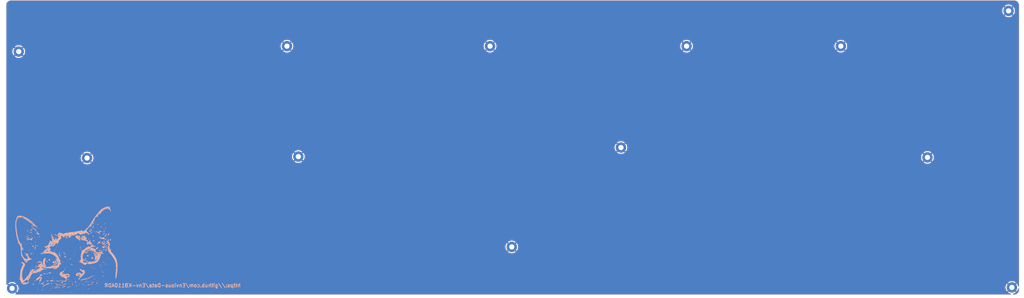
<source format=kicad_pcb>
(kicad_pcb (version 20171130) (host pcbnew "(5.1.10)-1")

  (general
    (thickness 1.6)
    (drawings 9)
    (tracks 0)
    (zones 0)
    (modules 14)
    (nets 2)
  )

  (page User 499.999 250.012)
  (title_block
    (date 2021-06-16)
  )

  (layers
    (0 F.Cu signal)
    (31 B.Cu signal)
    (32 B.Adhes user)
    (33 F.Adhes user)
    (34 B.Paste user)
    (35 F.Paste user)
    (36 B.SilkS user)
    (37 F.SilkS user)
    (38 B.Mask user)
    (39 F.Mask user)
    (40 Dwgs.User user)
    (41 Cmts.User user)
    (42 Eco1.User user)
    (43 Eco2.User user)
    (44 Edge.Cuts user)
    (45 Margin user)
    (46 B.CrtYd user)
    (47 F.CrtYd user)
    (48 B.Fab user)
    (49 F.Fab user)
  )

  (setup
    (last_trace_width 0.127)
    (user_trace_width 0.127)
    (user_trace_width 0.15)
    (user_trace_width 0.2)
    (user_trace_width 0.25)
    (user_trace_width 0.3)
    (user_trace_width 0.35)
    (user_trace_width 0.4)
    (user_trace_width 0.45)
    (user_trace_width 0.5)
    (trace_clearance 0.2)
    (zone_clearance 0.127)
    (zone_45_only no)
    (trace_min 0.127)
    (via_size 0.8)
    (via_drill 0.4)
    (via_min_size 0.4)
    (via_min_drill 0.2)
    (user_via 0.4 0.2)
    (user_via 0.8 0.4)
    (uvia_size 0.3)
    (uvia_drill 0.1)
    (uvias_allowed no)
    (uvia_min_size 0.2)
    (uvia_min_drill 0.1)
    (edge_width 0.1)
    (segment_width 0.2)
    (pcb_text_width 0.3)
    (pcb_text_size 1.5 1.5)
    (mod_edge_width 0.15)
    (mod_text_size 1 1)
    (mod_text_width 0.15)
    (pad_size 3 4.3)
    (pad_drill 0)
    (pad_to_mask_clearance 0)
    (aux_axis_origin 0 0)
    (grid_origin 12 12)
    (visible_elements 7FFFFFFF)
    (pcbplotparams
      (layerselection 0x310fc_ffffffff)
      (usegerberextensions true)
      (usegerberattributes false)
      (usegerberadvancedattributes false)
      (creategerberjobfile false)
      (excludeedgelayer true)
      (linewidth 0.100000)
      (plotframeref false)
      (viasonmask false)
      (mode 1)
      (useauxorigin false)
      (hpglpennumber 1)
      (hpglpenspeed 20)
      (hpglpendiameter 15.000000)
      (psnegative false)
      (psa4output false)
      (plotreference true)
      (plotvalue false)
      (plotinvisibletext false)
      (padsonsilk false)
      (subtractmaskfromsilk true)
      (outputformat 1)
      (mirror false)
      (drillshape 0)
      (scaleselection 1)
      (outputdirectory "_gbr/"))
  )

  (net 0 "")
  (net 1 GND)

  (net_class Default "This is the default net class."
    (clearance 0.2)
    (trace_width 0.127)
    (via_dia 0.8)
    (via_drill 0.4)
    (uvia_dia 0.3)
    (uvia_drill 0.1)
    (add_net GND)
  )

  (module MountingHole:MountingHole_2.2mm_M2_Pad (layer F.Cu) (tedit 56D1B4CB) (tstamp 60C924C4)
    (at 42.9 73.3)
    (descr "Mounting Hole 2.2mm, M2")
    (tags "mounting hole 2.2mm m2")
    (path /60CCB1E5)
    (attr virtual)
    (fp_text reference H1 (at 0 -3.2) (layer F.Fab)
      (effects (font (size 1 1) (thickness 0.15)))
    )
    (fp_text value MountingHole (at 0 3.2) (layer F.Fab)
      (effects (font (size 1 1) (thickness 0.15)))
    )
    (fp_circle (center 0 0) (end 2.2 0) (layer Cmts.User) (width 0.15))
    (fp_circle (center 0 0) (end 2.45 0) (layer F.CrtYd) (width 0.05))
    (fp_text user %R (at 0.3 0) (layer F.Fab)
      (effects (font (size 1 1) (thickness 0.15)))
    )
    (pad 1 thru_hole circle (at 0 0) (size 4.4 4.4) (drill 2.2) (layers *.Cu *.Mask)
      (net 1 GND))
  )

  (module MountingHole:MountingHole_2.2mm_M2_Pad (layer F.Cu) (tedit 56D1B4CB) (tstamp 60E2A6C8)
    (at 462.51 56.02)
    (descr "Mounting Hole 2.2mm, M2")
    (tags "mounting hole 2.2mm m2")
    (path /60CCBAD4)
    (attr virtual)
    (fp_text reference H2 (at 0 -3.2) (layer F.Fab)
      (effects (font (size 1 1) (thickness 0.15)))
    )
    (fp_text value MountingHole (at 0 3.2) (layer F.Fab)
      (effects (font (size 1 1) (thickness 0.15)))
    )
    (fp_circle (center 0 0) (end 2.2 0) (layer Cmts.User) (width 0.15))
    (fp_circle (center 0 0) (end 2.45 0) (layer F.CrtYd) (width 0.05))
    (fp_text user %R (at 0.3 0) (layer F.Fab)
      (effects (font (size 1 1) (thickness 0.15)))
    )
    (pad 1 thru_hole circle (at 0 0) (size 4.4 4.4) (drill 2.2) (layers *.Cu *.Mask)
      (net 1 GND))
  )

  (module MountingHole:MountingHole_2.2mm_M2_Pad (layer F.Cu) (tedit 56D1B4CB) (tstamp 60C924D4)
    (at 40.11 173.85)
    (descr "Mounting Hole 2.2mm, M2")
    (tags "mounting hole 2.2mm m2")
    (path /60CCBDAA)
    (attr virtual)
    (fp_text reference H3 (at 0 -3.2) (layer F.Fab)
      (effects (font (size 1 1) (thickness 0.15)))
    )
    (fp_text value MountingHole (at 0 3.2) (layer F.Fab)
      (effects (font (size 1 1) (thickness 0.15)))
    )
    (fp_circle (center 0 0) (end 2.2 0) (layer Cmts.User) (width 0.15))
    (fp_circle (center 0 0) (end 2.45 0) (layer F.CrtYd) (width 0.05))
    (fp_text user %R (at 0.3 0) (layer F.Fab)
      (effects (font (size 1 1) (thickness 0.15)))
    )
    (pad 1 thru_hole circle (at 0 0) (size 4.4 4.4) (drill 2.2) (layers *.Cu *.Mask)
      (net 1 GND))
  )

  (module MountingHole:MountingHole_2.2mm_M2_Pad (layer F.Cu) (tedit 56D1B4CB) (tstamp 60C924DC)
    (at 463.91 173.45)
    (descr "Mounting Hole 2.2mm, M2")
    (tags "mounting hole 2.2mm m2")
    (path /60CCC245)
    (attr virtual)
    (fp_text reference H4 (at 0 -3.2) (layer F.Fab)
      (effects (font (size 1 1) (thickness 0.15)))
    )
    (fp_text value MountingHole (at 0 3.2) (layer F.Fab)
      (effects (font (size 1 1) (thickness 0.15)))
    )
    (fp_circle (center 0 0) (end 2.2 0) (layer Cmts.User) (width 0.15))
    (fp_circle (center 0 0) (end 2.45 0) (layer F.CrtYd) (width 0.05))
    (fp_text user %R (at 0.3 0) (layer F.Fab)
      (effects (font (size 1 1) (thickness 0.15)))
    )
    (pad 1 thru_hole circle (at 0 0) (size 4.4 4.4) (drill 2.2) (layers *.Cu *.Mask)
      (net 1 GND))
  )

  (module MountingHole:MountingHole_2.2mm_M2_Pad (layer F.Cu) (tedit 56D1B4CB) (tstamp 60C94633)
    (at 251.91 156.25)
    (descr "Mounting Hole 2.2mm, M2")
    (tags "mounting hole 2.2mm m2")
    (path /60CCC43C)
    (attr virtual)
    (fp_text reference H5 (at 0 -3.2) (layer F.Fab)
      (effects (font (size 1 1) (thickness 0.15)))
    )
    (fp_text value MountingHole (at 0 3.2) (layer F.Fab)
      (effects (font (size 1 1) (thickness 0.15)))
    )
    (fp_circle (center 0 0) (end 2.2 0) (layer Cmts.User) (width 0.15))
    (fp_circle (center 0 0) (end 2.45 0) (layer F.CrtYd) (width 0.05))
    (fp_text user %R (at 0.3 0) (layer F.Fab)
      (effects (font (size 1 1) (thickness 0.15)))
    )
    (pad 1 thru_hole circle (at 0 0) (size 4.4 4.4) (drill 2.2) (layers *.Cu *.Mask)
      (net 1 GND))
  )

  (module MountingHole:MountingHole_2.2mm_M2_Pad (layer F.Cu) (tedit 56D1B4CB) (tstamp 60C9330D)
    (at 298.185 114.05)
    (descr "Mounting Hole 2.2mm, M2")
    (tags "mounting hole 2.2mm m2")
    (path /60CCC6C0)
    (attr virtual)
    (fp_text reference H6 (at 0 -3.2) (layer F.Fab)
      (effects (font (size 1 1) (thickness 0.15)))
    )
    (fp_text value MountingHole (at 0 3.2) (layer F.Fab)
      (effects (font (size 1 1) (thickness 0.15)))
    )
    (fp_circle (center 0 0) (end 2.2 0) (layer Cmts.User) (width 0.15))
    (fp_circle (center 0 0) (end 2.45 0) (layer F.CrtYd) (width 0.05))
    (fp_text user %R (at 0.3 0) (layer F.Fab)
      (effects (font (size 1 1) (thickness 0.15)))
    )
    (pad 1 thru_hole circle (at 0 0) (size 4.4 4.4) (drill 2.2) (layers *.Cu *.Mask)
      (net 1 GND))
  )

  (module MountingHole:MountingHole_2.2mm_M2_Pad (layer F.Cu) (tedit 56D1B4CB) (tstamp 60C924FC)
    (at 428.125 118.225)
    (descr "Mounting Hole 2.2mm, M2")
    (tags "mounting hole 2.2mm m2")
    (path /60CCCCC7)
    (attr virtual)
    (fp_text reference H8 (at 0 -3.2) (layer F.Fab)
      (effects (font (size 1 1) (thickness 0.15)))
    )
    (fp_text value MountingHole (at 0 3.2) (layer F.Fab)
      (effects (font (size 1 1) (thickness 0.15)))
    )
    (fp_circle (center 0 0) (end 2.2 0) (layer Cmts.User) (width 0.15))
    (fp_circle (center 0 0) (end 2.45 0) (layer F.CrtYd) (width 0.05))
    (fp_text user %R (at 0.3 0) (layer F.Fab)
      (effects (font (size 1 1) (thickness 0.15)))
    )
    (pad 1 thru_hole circle (at 0 0) (size 4.4 4.4) (drill 2.2) (layers *.Cu *.Mask)
      (net 1 GND))
  )

  (module MountingHole:MountingHole_2.2mm_M2_Pad (layer F.Cu) (tedit 56D1B4CB) (tstamp 60C92504)
    (at 161.435 117.9)
    (descr "Mounting Hole 2.2mm, M2")
    (tags "mounting hole 2.2mm m2")
    (path /60CD2F14)
    (attr virtual)
    (fp_text reference H9 (at 0 -3.2) (layer F.Fab)
      (effects (font (size 1 1) (thickness 0.15)))
    )
    (fp_text value MountingHole (at 0 3.2) (layer F.Fab)
      (effects (font (size 1 1) (thickness 0.15)))
    )
    (fp_circle (center 0 0) (end 2.2 0) (layer Cmts.User) (width 0.15))
    (fp_circle (center 0 0) (end 2.45 0) (layer F.CrtYd) (width 0.05))
    (fp_text user %R (at 0.3 0) (layer F.Fab)
      (effects (font (size 1 1) (thickness 0.15)))
    )
    (pad 1 thru_hole circle (at 0 0) (size 4.4 4.4) (drill 2.2) (layers *.Cu *.Mask)
      (net 1 GND))
  )

  (module MountingHole:MountingHole_2.2mm_M2_Pad (layer F.Cu) (tedit 56D1B4CB) (tstamp 60C9250C)
    (at 71.86 118.5)
    (descr "Mounting Hole 2.2mm, M2")
    (tags "mounting hole 2.2mm m2")
    (path /60CD317C)
    (attr virtual)
    (fp_text reference H10 (at 0 -3.2) (layer F.Fab)
      (effects (font (size 1 1) (thickness 0.15)))
    )
    (fp_text value MountingHole (at 0 3.2) (layer F.Fab)
      (effects (font (size 1 1) (thickness 0.15)))
    )
    (fp_circle (center 0 0) (end 2.2 0) (layer Cmts.User) (width 0.15))
    (fp_circle (center 0 0) (end 2.45 0) (layer F.CrtYd) (width 0.05))
    (fp_text user %R (at 0.3 0) (layer F.Fab)
      (effects (font (size 1 1) (thickness 0.15)))
    )
    (pad 1 thru_hole circle (at 0 0) (size 4.4 4.4) (drill 2.2) (layers *.Cu *.Mask)
      (net 1 GND))
  )

  (module MountingHole:MountingHole_2.2mm_M2_Pad (layer F.Cu) (tedit 56D1B4CB) (tstamp 6156871E)
    (at 242.7 71)
    (descr "Mounting Hole 2.2mm, M2")
    (tags "mounting hole 2.2mm m2")
    (path /615CF2B5)
    (attr virtual)
    (fp_text reference H14 (at 0 -3.2) (layer F.Fab)
      (effects (font (size 1 1) (thickness 0.15)))
    )
    (fp_text value MountingHole (at 0 3.2) (layer F.Fab)
      (effects (font (size 1 1) (thickness 0.15)))
    )
    (fp_circle (center 0 0) (end 2.2 0) (layer Cmts.User) (width 0.15))
    (fp_circle (center 0 0) (end 2.45 0) (layer F.CrtYd) (width 0.05))
    (fp_text user %R (at 0.3 0) (layer F.Fab)
      (effects (font (size 1 1) (thickness 0.15)))
    )
    (pad 1 thru_hole circle (at 0 0) (size 4.4 4.4) (drill 2.2) (layers *.Cu *.Mask)
      (net 1 GND))
  )

  (module MountingHole:MountingHole_2.2mm_M2_Pad (layer F.Cu) (tedit 56D1B4CB) (tstamp 61568716)
    (at 391.4 71)
    (descr "Mounting Hole 2.2mm, M2")
    (tags "mounting hole 2.2mm m2")
    (path /615CF69F)
    (attr virtual)
    (fp_text reference H13 (at 0 -3.2) (layer F.Fab)
      (effects (font (size 1 1) (thickness 0.15)))
    )
    (fp_text value MountingHole (at 0 3.2) (layer F.Fab)
      (effects (font (size 1 1) (thickness 0.15)))
    )
    (fp_circle (center 0 0) (end 2.2 0) (layer Cmts.User) (width 0.15))
    (fp_circle (center 0 0) (end 2.45 0) (layer F.CrtYd) (width 0.05))
    (fp_text user %R (at 0.3 0) (layer F.Fab)
      (effects (font (size 1 1) (thickness 0.15)))
    )
    (pad 1 thru_hole circle (at 0 0) (size 4.4 4.4) (drill 2.2) (layers *.Cu *.Mask)
      (net 1 GND))
  )

  (module MountingHole:MountingHole_2.2mm_M2_Pad (layer F.Cu) (tedit 56D1B4CB) (tstamp 6156870E)
    (at 326 71)
    (descr "Mounting Hole 2.2mm, M2")
    (tags "mounting hole 2.2mm m2")
    (path /615D178A)
    (attr virtual)
    (fp_text reference H12 (at 0 -3.2) (layer F.Fab)
      (effects (font (size 1 1) (thickness 0.15)))
    )
    (fp_text value MountingHole (at 0 3.2) (layer F.Fab)
      (effects (font (size 1 1) (thickness 0.15)))
    )
    (fp_circle (center 0 0) (end 2.2 0) (layer Cmts.User) (width 0.15))
    (fp_circle (center 0 0) (end 2.45 0) (layer F.CrtYd) (width 0.05))
    (fp_text user %R (at 0.3 0) (layer F.Fab)
      (effects (font (size 1 1) (thickness 0.15)))
    )
    (pad 1 thru_hole circle (at 0 0) (size 4.4 4.4) (drill 2.2) (layers *.Cu *.Mask)
      (net 1 GND))
  )

  (module MountingHole:MountingHole_2.2mm_M2_Pad (layer F.Cu) (tedit 56D1B4CB) (tstamp 615686D4)
    (at 156.6 71)
    (descr "Mounting Hole 2.2mm, M2")
    (tags "mounting hole 2.2mm m2")
    (path /61647CC2)
    (attr virtual)
    (fp_text reference H7 (at 0 -3.2) (layer F.Fab)
      (effects (font (size 1 1) (thickness 0.15)))
    )
    (fp_text value MountingHole (at 0 3.2) (layer F.Fab)
      (effects (font (size 1 1) (thickness 0.15)))
    )
    (fp_circle (center 0 0) (end 2.2 0) (layer Cmts.User) (width 0.15))
    (fp_circle (center 0 0) (end 2.45 0) (layer F.CrtYd) (width 0.05))
    (fp_text user %R (at 0.3 0) (layer F.Fab)
      (effects (font (size 1 1) (thickness 0.15)))
    )
    (pad 1 thru_hole circle (at 0 0) (size 4.4 4.4) (drill 2.2) (layers *.Cu *.Mask)
      (net 1 GND))
  )

  (module logo:logo locked (layer B.Cu) (tedit 0) (tstamp 614F421A)
    (at 63 156.8 180)
    (attr smd)
    (fp_text reference G*** (at 0 0) (layer F.Fab) hide
      (effects (font (size 1.524 1.524) (thickness 0.3)))
    )
    (fp_text value LOGO (at 0.75 0) (layer F.Fab) hide
      (effects (font (size 1.524 1.524) (thickness 0.3)))
    )
    (fp_poly (pts (xy -9.058741 -0.621678) (xy -9.147552 -0.710489) (xy -9.236363 -0.621678) (xy -9.147552 -0.532867)
      (xy -9.058741 -0.621678)) (layer B.SilkS) (width 0.01))
    (fp_poly (pts (xy -10.810682 -1.281054) (xy -10.769448 -1.372572) (xy -10.998349 -1.468721) (xy -11.272546 -1.509069)
      (xy -11.23958 -1.399429) (xy -11.231338 -1.391058) (xy -10.924279 -1.265847) (xy -10.810682 -1.281054)) (layer B.SilkS) (width 0.01))
    (fp_poly (pts (xy -10.63306 -1.636299) (xy -10.591826 -1.727817) (xy -10.820727 -1.823966) (xy -11.094924 -1.864314)
      (xy -11.061958 -1.754674) (xy -11.053716 -1.746303) (xy -10.746656 -1.621091) (xy -10.63306 -1.636299)) (layer B.SilkS) (width 0.01))
    (fp_poly (pts (xy -9.039631 -1.604082) (xy -8.635113 -1.71817) (xy -8.420987 -1.774848) (xy -8.412833 -1.776223)
      (xy -8.336824 -1.91375) (xy -8.284019 -2.042657) (xy -8.214966 -2.262382) (xy -8.220609 -2.287324)
      (xy -8.386085 -2.197782) (xy -8.747103 -2.003378) (xy -8.850767 -1.947629) (xy -9.345999 -1.666578)
      (xy -9.520704 -1.525428) (xy -9.37822 -1.518105) (xy -9.039631 -1.604082)) (layer B.SilkS) (width 0.01))
    (fp_poly (pts (xy -8.79594 -3.125167) (xy -8.814306 -3.27929) (xy -9.05022 -3.52084) (xy -9.361855 -3.502686)
      (xy -9.512362 -3.359348) (xy -9.523493 -3.091705) (xy -9.305714 -2.902585) (xy -8.984864 -2.90046)
      (xy -8.79594 -3.125167)) (layer B.SilkS) (width 0.01))
    (fp_poly (pts (xy -8.348252 -3.818881) (xy -8.437063 -3.907692) (xy -8.525874 -3.818881) (xy -8.437063 -3.73007)
      (xy -8.348252 -3.818881)) (layer B.SilkS) (width 0.01))
    (fp_poly (pts (xy -10.723931 -3.815892) (xy -10.689394 -4.115807) (xy -10.847752 -4.492403) (xy -11.152035 -4.548843)
      (xy -11.349309 -4.455598) (xy -11.513192 -4.201088) (xy -11.419573 -3.920386) (xy -11.130008 -3.743508)
      (xy -11.005808 -3.73007) (xy -10.723931 -3.815892)) (layer B.SilkS) (width 0.01))
    (fp_poly (pts (xy -7.993007 -4.219439) (xy -8.115462 -4.47033) (xy -8.25944 -4.618182) (xy -8.473801 -4.724779)
      (xy -8.525874 -4.661679) (xy -8.403419 -4.410788) (xy -8.25944 -4.262937) (xy -8.04508 -4.156339)
      (xy -7.993007 -4.219439)) (layer B.SilkS) (width 0.01))
    (fp_poly (pts (xy -7.364768 -4.654345) (xy -7.31768 -4.897414) (xy -7.40698 -5.232492) (xy -7.571172 -5.475726)
      (xy -7.649732 -5.506293) (xy -7.801956 -5.366051) (xy -7.812665 -5.284265) (xy -7.732774 -4.964592)
      (xy -7.561129 -4.70642) (xy -7.388459 -4.637349) (xy -7.364768 -4.654345)) (layer B.SilkS) (width 0.01))
    (fp_poly (pts (xy -11.288246 -5.43852) (xy -11.038231 -5.581854) (xy -11.080114 -5.674537) (xy -11.179727 -5.683916)
      (xy -11.420586 -5.554912) (xy -11.455386 -5.508328) (xy -11.426796 -5.407393) (xy -11.288246 -5.43852)) (layer B.SilkS) (width 0.01))
    (fp_poly (pts (xy -7.86218 -4.689801) (xy -7.925645 -4.850553) (xy -8.182251 -5.159693) (xy -8.336378 -5.317065)
      (xy -8.782758 -5.680605) (xy -9.152393 -5.852511) (xy -9.377003 -5.809537) (xy -9.413986 -5.683916)
      (xy -9.267225 -5.531788) (xy -9.103147 -5.503225) (xy -8.774644 -5.379237) (xy -8.396225 -5.082007)
      (xy -8.368639 -5.053584) (xy -8.066509 -4.778229) (xy -7.875705 -4.682977) (xy -7.86218 -4.689801)) (layer B.SilkS) (width 0.01))
    (fp_poly (pts (xy 20.221507 12.716962) (xy 20.410696 12.551847) (xy 20.426574 12.511895) (xy 20.342278 12.43889)
      (xy 20.166776 12.602476) (xy 20.143179 12.638633) (xy 20.122243 12.760179) (xy 20.221507 12.716962)) (layer B.SilkS) (width 0.01))
    (fp_poly (pts (xy -17.051748 11.279021) (xy -17.140559 11.19021) (xy -17.22937 11.279021) (xy -17.140559 11.367832)
      (xy -17.051748 11.279021)) (layer B.SilkS) (width 0.01))
    (fp_poly (pts (xy -12.433566 10.746154) (xy -12.522377 10.657343) (xy -12.611189 10.746154) (xy -12.522377 10.834965)
      (xy -12.433566 10.746154)) (layer B.SilkS) (width 0.01))
    (fp_poly (pts (xy -16.474475 10.558645) (xy -16.138677 10.335356) (xy -15.986775 10.197146) (xy -15.986014 10.192859)
      (xy -16.062078 10.134066) (xy -16.317807 10.300411) (xy -16.543609 10.490263) (xy -16.962937 10.856049)
      (xy -16.474475 10.558645)) (layer B.SilkS) (width 0.01))
    (fp_poly (pts (xy -13.356503 10.174928) (xy -13.232867 10.124476) (xy -13.032676 10.003333) (xy -13.144056 9.962058)
      (xy -13.523234 10.045931) (xy -13.676923 10.124476) (xy -13.816427 10.257676) (xy -13.687288 10.274494)
      (xy -13.356503 10.174928)) (layer B.SilkS) (width 0.01))
    (fp_poly (pts (xy -15.275524 9.858042) (xy -15.364336 9.769231) (xy -15.453147 9.858042) (xy -15.364336 9.946853)
      (xy -15.275524 9.858042)) (layer B.SilkS) (width 0.01))
    (fp_poly (pts (xy -9.058741 9.325175) (xy -9.147552 9.236364) (xy -9.236363 9.325175) (xy -9.147552 9.413986)
      (xy -9.058741 9.325175)) (layer B.SilkS) (width 0.01))
    (fp_poly (pts (xy -13.144056 9.147553) (xy -13.232867 9.058742) (xy -13.321678 9.147553) (xy -13.232867 9.236364)
      (xy -13.144056 9.147553)) (layer B.SilkS) (width 0.01))
    (fp_poly (pts (xy -8.881119 8.96993) (xy -8.96993 8.881119) (xy -9.058741 8.96993) (xy -8.96993 9.058742)
      (xy -8.881119 8.96993)) (layer B.SilkS) (width 0.01))
    (fp_poly (pts (xy -12.788811 8.96993) (xy -12.877622 8.881119) (xy -12.966433 8.96993) (xy -12.877622 9.058742)
      (xy -12.788811 8.96993)) (layer B.SilkS) (width 0.01))
    (fp_poly (pts (xy -14.751274 9.144565) (xy -14.565035 9.058742) (xy -14.424659 8.926608) (xy -14.592685 8.921079)
      (xy -15.045592 9.042154) (xy -15.097902 9.058742) (xy -15.372777 9.161945) (xy -15.320119 9.206699)
      (xy -15.186713 9.215939) (xy -14.751274 9.144565)) (layer B.SilkS) (width 0.01))
    (fp_poly (pts (xy -14.92028 8.792308) (xy -15.009091 8.703497) (xy -15.097902 8.792308) (xy -15.009091 8.881119)
      (xy -14.92028 8.792308)) (layer B.SilkS) (width 0.01))
    (fp_poly (pts (xy -11.609924 9.381125) (xy -11.529002 9.310286) (xy -11.249533 9.011874) (xy -11.005704 8.682427)
      (xy -10.868282 8.427545) (xy -10.884295 8.348252) (xy -11.034108 8.463464) (xy -11.329661 8.749805)
      (xy -11.423412 8.846433) (xy -11.740038 9.217369) (xy -11.884308 9.463704) (xy -11.844759 9.535078)
      (xy -11.609924 9.381125)) (layer B.SilkS) (width 0.01))
    (fp_poly (pts (xy -15.867599 8.466667) (xy -15.891981 8.361071) (xy -15.986014 8.348252) (xy -16.132217 8.413241)
      (xy -16.104429 8.466667) (xy -15.893633 8.487925) (xy -15.867599 8.466667)) (layer B.SilkS) (width 0.01))
    (fp_poly (pts (xy -16.68423 8.6071) (xy -16.526732 8.435631) (xy -16.706118 8.351726) (xy -16.795797 8.348252)
      (xy -16.97874 8.435643) (xy -16.961146 8.528772) (xy -16.748276 8.631237) (xy -16.68423 8.6071)) (layer B.SilkS) (width 0.01))
    (fp_poly (pts (xy -15.453147 8.081818) (xy -15.541958 7.993007) (xy -15.630769 8.081818) (xy -15.541958 8.17063)
      (xy -15.453147 8.081818)) (layer B.SilkS) (width 0.01))
    (fp_poly (pts (xy -16.222844 8.111422) (xy -16.247226 8.005826) (xy -16.341259 7.993007) (xy -16.487462 8.057997)
      (xy -16.459674 8.111422) (xy -16.248877 8.13268) (xy -16.222844 8.111422)) (layer B.SilkS) (width 0.01))
    (fp_poly (pts (xy 15.097105 8.141047) (xy 14.9647 8.022006) (xy 14.92028 7.993007) (xy 14.540099 7.840264)
      (xy 14.387413 7.820825) (xy 14.210588 7.844968) (xy 14.342993 7.964009) (xy 14.387413 7.993007)
      (xy 14.767594 8.145751) (xy 14.92028 8.16519) (xy 15.097105 8.141047)) (layer B.SilkS) (width 0.01))
    (fp_poly (pts (xy -14.080274 7.922698) (xy -14.133248 7.841967) (xy -14.313403 7.829408) (xy -14.502932 7.872787)
      (xy -14.420717 7.936721) (xy -14.143114 7.957896) (xy -14.080274 7.922698)) (layer B.SilkS) (width 0.01))
    (fp_poly (pts (xy -10.457351 8.394322) (xy -10.22962 8.081818) (xy -10.042311 7.751976) (xy -10.029517 7.635445)
      (xy -10.18654 7.777425) (xy -10.252693 7.859791) (xy -10.504861 8.226017) (xy -10.620263 8.474308)
      (xy -10.599442 8.525874) (xy -10.457351 8.394322)) (layer B.SilkS) (width 0.01))
    (fp_poly (pts (xy -13.558508 7.756177) (xy -13.58289 7.650581) (xy -13.676923 7.637763) (xy -13.823126 7.702752)
      (xy -13.795338 7.756177) (xy -13.584542 7.777435) (xy -13.558508 7.756177)) (layer B.SilkS) (width 0.01))
    (fp_poly (pts (xy -16.341259 7.726574) (xy -16.43007 7.637763) (xy -16.518881 7.726574) (xy -16.43007 7.815385)
      (xy -16.341259 7.726574)) (layer B.SilkS) (width 0.01))
    (fp_poly (pts (xy 15.150545 7.656169) (xy 15.198215 7.516366) (xy 14.937492 7.466288) (xy 14.822588 7.465541)
      (xy 14.485793 7.484895) (xy 14.466762 7.557235) (xy 14.626559 7.66157) (xy 14.974353 7.757873)
      (xy 15.150545 7.656169)) (layer B.SilkS) (width 0.01))
    (fp_poly (pts (xy 16.517971 7.543808) (xy 16.607692 7.46014) (xy 16.677294 7.32261) (xy 16.575441 7.326885)
      (xy 16.252448 7.46014) (xy 16.029274 7.577478) (xy 16.129627 7.621373) (xy 16.197559 7.625278)
      (xy 16.517971 7.543808)) (layer B.SilkS) (width 0.01))
    (fp_poly (pts (xy 14.519906 9.439574) (xy 14.565035 9.145911) (xy 14.484708 8.825678) (xy 14.200917 8.513243)
      (xy 13.67615 8.153277) (xy 13.218579 7.837226) (xy 12.936259 7.573987) (xy 12.887332 7.444429)
      (xy 12.922645 7.289585) (xy 12.761888 7.370192) (xy 12.729604 7.400933) (xy 12.612418 7.693822)
      (xy 12.839454 8.000939) (xy 13.415429 8.328133) (xy 13.511725 8.370532) (xy 14.029009 8.613423)
      (xy 14.280128 8.809331) (xy 14.334352 9.028251) (xy 14.307642 9.174771) (xy 14.290654 9.492224)
      (xy 14.384029 9.591609) (xy 14.519906 9.439574)) (layer B.SilkS) (width 0.01))
    (fp_poly (pts (xy -11.821113 7.527913) (xy -11.571098 7.384579) (xy -11.612981 7.291897) (xy -11.712594 7.282518)
      (xy -11.953453 7.411521) (xy -11.988253 7.458106) (xy -11.959663 7.55904) (xy -11.821113 7.527913)) (layer B.SilkS) (width 0.01))
    (fp_poly (pts (xy -12.744405 7.400154) (xy -12.722092 7.335323) (xy -12.966433 7.310563) (xy -13.218592 7.338477)
      (xy -13.188461 7.400154) (xy -12.824807 7.423614) (xy -12.744405 7.400154)) (layer B.SilkS) (width 0.01))
    (fp_poly (pts (xy 16.392049 7.15327) (xy 16.43007 7.104895) (xy 16.492589 6.94514) (xy 16.324539 7.005309)
      (xy 16.163637 7.104895) (xy 16.027084 7.247487) (xy 16.108748 7.279798) (xy 16.392049 7.15327)) (layer B.SilkS) (width 0.01))
    (fp_poly (pts (xy -10.660349 7.978005) (xy -10.660062 7.954851) (xy -10.536873 7.670979) (xy -10.264638 7.440647)
      (xy -9.981906 7.3613) (xy -9.881396 7.407182) (xy -9.78709 7.365224) (xy -9.769231 7.22331)
      (xy -9.791093 6.974078) (xy -9.813636 6.938532) (xy -9.992174 7.005536) (xy -10.219453 7.096285)
      (xy -10.689868 7.386792) (xy -10.887689 7.734732) (xy -10.827524 7.998964) (xy -10.695007 8.155538)
      (xy -10.660349 7.978005)) (layer B.SilkS) (width 0.01))
    (fp_poly (pts (xy -15.895079 7.216952) (xy -15.892974 7.214852) (xy -15.708248 6.99747) (xy -15.788818 6.930189)
      (xy -15.874033 6.927273) (xy -16.186701 7.038024) (xy -16.259751 7.116713) (xy -16.321578 7.354156)
      (xy -16.167827 7.396183) (xy -15.895079 7.216952)) (layer B.SilkS) (width 0.01))
    (fp_poly (pts (xy -12.491052 6.962131) (xy -12.433566 6.927273) (xy -12.291533 6.796826) (xy -12.46703 6.754137)
      (xy -12.5563 6.752371) (xy -12.914483 6.822766) (xy -13.055245 6.927273) (xy -13.04228 7.073719)
      (xy -12.815825 7.085339) (xy -12.491052 6.962131)) (layer B.SilkS) (width 0.01))
    (fp_poly (pts (xy -16.400466 6.868066) (xy -16.424848 6.762469) (xy -16.518881 6.749651) (xy -16.665084 6.81464)
      (xy -16.637296 6.868066) (xy -16.4265 6.889323) (xy -16.400466 6.868066)) (layer B.SilkS) (width 0.01))
    (fp_poly (pts (xy 15.321778 6.870889) (xy 15.364336 6.749651) (xy 15.113805 6.600436) (xy 14.909797 6.572028)
      (xy 14.626907 6.648432) (xy 14.565035 6.749651) (xy 14.717355 6.882041) (xy 15.019574 6.927273)
      (xy 15.321778 6.870889)) (layer B.SilkS) (width 0.01))
    (fp_poly (pts (xy 6.572028 6.660839) (xy 6.483217 6.572028) (xy 6.394406 6.660839) (xy 6.483217 6.749651)
      (xy 6.572028 6.660839)) (layer B.SilkS) (width 0.01))
    (fp_poly (pts (xy -18.295105 6.660839) (xy -18.383916 6.572028) (xy -18.472727 6.660839) (xy -18.383916 6.749651)
      (xy -18.295105 6.660839)) (layer B.SilkS) (width 0.01))
    (fp_poly (pts (xy -14.455674 7.302284) (xy -13.968427 7.161226) (xy -13.53116 6.950606) (xy -13.27477 6.724051)
      (xy -13.252677 6.660839) (xy -13.377534 6.498965) (xy -13.696351 6.435179) (xy -14.056949 6.487644)
      (xy -14.185483 6.54951) (xy -14.330491 6.690443) (xy -13.795338 6.690443) (xy -13.770956 6.584847)
      (xy -13.676923 6.572028) (xy -13.53072 6.637018) (xy -13.558508 6.690443) (xy -13.769304 6.711701)
      (xy -13.795338 6.690443) (xy -14.330491 6.690443) (xy -14.338689 6.69841) (xy -14.185483 6.802938)
      (xy -14.048465 6.88926) (xy -14.20979 6.92684) (xy -14.822708 7.01677) (xy -15.142792 7.122111)
      (xy -15.148851 7.230082) (xy -14.862004 7.320154) (xy -14.455674 7.302284)) (layer B.SilkS) (width 0.01))
    (fp_poly (pts (xy -15.675175 6.516846) (xy -15.619894 6.465362) (xy -15.8655 6.437333) (xy -15.986014 6.435615)
      (xy -16.309165 6.454133) (xy -16.34725 6.50024) (xy -16.296853 6.516846) (xy -15.846362 6.544469)
      (xy -15.675175 6.516846)) (layer B.SilkS) (width 0.01))
    (fp_poly (pts (xy 15.39394 6.335198) (xy 15.369557 6.229602) (xy 15.275525 6.216784) (xy 15.129321 6.281773)
      (xy 15.15711 6.335198) (xy 15.367906 6.356456) (xy 15.39394 6.335198)) (layer B.SilkS) (width 0.01))
    (fp_poly (pts (xy 14.565035 6.305595) (xy 14.476224 6.216784) (xy 14.387413 6.305595) (xy 14.476224 6.394406)
      (xy 14.565035 6.305595)) (layer B.SilkS) (width 0.01))
    (fp_poly (pts (xy -12.966433 6.305595) (xy -13.055245 6.216784) (xy -13.144056 6.305595) (xy -13.055245 6.394406)
      (xy -12.966433 6.305595)) (layer B.SilkS) (width 0.01))
    (fp_poly (pts (xy -10.993819 7.003274) (xy -10.656718 6.772223) (xy -10.337944 6.490511) (xy -10.142224 6.247351)
      (xy -10.133959 6.148401) (xy -10.310488 6.184292) (xy -10.506509 6.355318) (xy -10.889763 6.707292)
      (xy -11.118703 6.872422) (xy -11.300572 7.0361) (xy -11.24452 7.09445) (xy -10.993819 7.003274)) (layer B.SilkS) (width 0.01))
    (fp_poly (pts (xy -14.101135 6.347612) (xy -13.854545 6.216784) (xy -13.688093 6.078839) (xy -13.848076 6.042483)
      (xy -13.888468 6.041881) (xy -14.209629 6.132391) (xy -14.298601 6.216784) (xy -14.312934 6.37369)
      (xy -14.101135 6.347612)) (layer B.SilkS) (width 0.01))
    (fp_poly (pts (xy 14.505828 5.979954) (xy 14.481445 5.874357) (xy 14.387413 5.861539) (xy 14.241209 5.926528)
      (xy 14.268998 5.979954) (xy 14.479794 6.001212) (xy 14.505828 5.979954)) (layer B.SilkS) (width 0.01))
    (fp_poly (pts (xy 16.874126 5.772728) (xy 16.785315 5.683916) (xy 16.696504 5.772728) (xy 16.785315 5.861539)
      (xy 16.874126 5.772728)) (layer B.SilkS) (width 0.01))
    (fp_poly (pts (xy -13.913753 5.802331) (xy -13.938135 5.696735) (xy -14.032168 5.683916) (xy -14.178371 5.748906)
      (xy -14.150583 5.802331) (xy -13.939786 5.823589) (xy -13.913753 5.802331)) (layer B.SilkS) (width 0.01))
    (fp_poly (pts (xy -15.81764 6.097874) (xy -15.630769 5.95035) (xy -15.515811 5.740919) (xy -15.67726 5.734399)
      (xy -16.100219 5.930376) (xy -16.163636 5.965147) (xy -16.454268 6.13932) (xy -16.444714 6.204077)
      (xy -16.229791 6.214165) (xy -15.81764 6.097874)) (layer B.SilkS) (width 0.01))
    (fp_poly (pts (xy 13.465631 7.033299) (xy 13.254745 7.001182) (xy 13.05755 6.978747) (xy 12.427186 6.822427)
      (xy 12.115034 6.530496) (xy 12.081042 6.366629) (xy 12.22372 6.312651) (xy 12.477972 6.34845)
      (xy 12.744031 6.381197) (xy 12.72087 6.291086) (xy 12.440553 6.10684) (xy 11.935139 5.857185)
      (xy 11.924168 5.852265) (xy 11.495216 5.668962) (xy 11.310678 5.637661) (xy 11.292608 5.761094)
      (xy 11.319483 5.873455) (xy 11.47237 6.129458) (xy 11.593191 6.166026) (xy 11.769872 6.286013)
      (xy 11.892124 6.572028) (xy 12.000306 6.840622) (xy 12.217297 6.976696) (xy 12.646596 7.028666)
      (xy 12.884771 7.036384) (xy 13.346463 7.043647) (xy 13.465631 7.033299)) (layer B.SilkS) (width 0.01))
    (fp_poly (pts (xy 16.696504 5.417483) (xy 16.607692 5.328672) (xy 16.518881 5.417483) (xy 16.607692 5.506294)
      (xy 16.696504 5.417483)) (layer B.SilkS) (width 0.01))
    (fp_poly (pts (xy -3.611655 5.447087) (xy -3.636037 5.34149) (xy -3.73007 5.328672) (xy -3.876273 5.393661)
      (xy -3.848485 5.447087) (xy -3.637688 5.468344) (xy -3.611655 5.447087)) (layer B.SilkS) (width 0.01))
    (fp_poly (pts (xy -12.966433 5.417483) (xy -13.055245 5.328672) (xy -13.144056 5.417483) (xy -13.055245 5.506294)
      (xy -12.966433 5.417483)) (layer B.SilkS) (width 0.01))
    (fp_poly (pts (xy -17.873683 6.146865) (xy -17.829359 6.080634) (xy -17.732175 5.757772) (xy -17.875444 5.540764)
      (xy -18.068862 5.408954) (xy -18.117457 5.565071) (xy -18.117482 5.573575) (xy -18.180102 5.971677)
      (xy -18.225297 6.113445) (xy -18.247198 6.35382) (xy -18.099166 6.362406) (xy -17.873683 6.146865)) (layer B.SilkS) (width 0.01))
    (fp_poly (pts (xy 14.861072 5.269464) (xy 14.83669 5.163868) (xy 14.742657 5.151049) (xy 14.596454 5.216038)
      (xy 14.624243 5.269464) (xy 14.835039 5.290722) (xy 14.861072 5.269464)) (layer B.SilkS) (width 0.01))
    (fp_poly (pts (xy 4.732809 5.885952) (xy 4.768474 5.761074) (xy 4.74096 5.562894) (xy 4.6487 5.576244)
      (xy 4.460038 5.532043) (xy 4.377742 5.375252) (xy 4.3249 5.295998) (xy 4.318185 5.527894)
      (xy 4.319894 5.556222) (xy 4.413407 5.92826) (xy 4.57784 6.050406) (xy 4.732809 5.885952)) (layer B.SilkS) (width 0.01))
    (fp_poly (pts (xy 4.08062 5.646995) (xy 4.082595 5.5507) (xy 4.017856 5.238843) (xy 3.907692 5.151049)
      (xy 3.737112 5.253043) (xy 3.73279 5.284266) (xy 3.821537 5.533331) (xy 3.907692 5.683916)
      (xy 4.037258 5.823411) (xy 4.08062 5.646995)) (layer B.SilkS) (width 0.01))
    (fp_poly (pts (xy -17.4662 5.447087) (xy -17.444942 5.23629) (xy -17.4662 5.210257) (xy -17.571797 5.234639)
      (xy -17.584615 5.328672) (xy -17.519626 5.474875) (xy -17.4662 5.447087)) (layer B.SilkS) (width 0.01))
    (fp_poly (pts (xy 13.499301 5.062238) (xy 13.41049 4.973427) (xy 13.321678 5.062238) (xy 13.41049 5.151049)
      (xy 13.499301 5.062238)) (layer B.SilkS) (width 0.01))
    (fp_poly (pts (xy -11.067892 5.232372) (xy -11.135831 5.087013) (xy -11.424832 4.983894) (xy -11.622763 5.132437)
      (xy -11.596397 5.23986) (xy -11.367832 5.23986) (xy -11.279021 5.151049) (xy -11.19021 5.23986)
      (xy -11.279021 5.328672) (xy -11.367832 5.23986) (xy -11.596397 5.23986) (xy -11.576421 5.321246)
      (xy -11.461311 5.391113) (xy -11.188111 5.392314) (xy -11.067892 5.232372)) (layer B.SilkS) (width 0.01))
    (fp_poly (pts (xy -16.977545 6.075367) (xy -16.731423 5.736034) (xy -16.498143 5.326159) (xy -16.355513 4.973118)
      (xy -16.341259 4.878589) (xy -16.417346 4.772662) (xy -16.613047 4.932316) (xy -16.879516 5.310368)
      (xy -16.992586 5.507759) (xy -17.213196 5.991033) (xy -17.204565 6.205215) (xy -17.1587 6.216784)
      (xy -16.977545 6.075367)) (layer B.SilkS) (width 0.01))
    (fp_poly (pts (xy 15.965375 5.249391) (xy 16.060359 5.23132) (xy 16.578519 5.06561) (xy 16.943587 4.873717)
      (xy 17.168675 4.684238) (xy 17.106842 4.643806) (xy 16.791037 4.746925) (xy 16.25421 4.988103)
      (xy 16.252448 4.988958) (xy 15.856466 5.189687) (xy 15.766834 5.268853) (xy 15.965375 5.249391)) (layer B.SilkS) (width 0.01))
    (fp_poly (pts (xy 14.698252 4.740622) (xy 14.753533 4.689138) (xy 14.507927 4.661109) (xy 14.387413 4.659391)
      (xy 14.064261 4.67791) (xy 14.026177 4.724016) (xy 14.076574 4.740622) (xy 14.527064 4.768246)
      (xy 14.698252 4.740622)) (layer B.SilkS) (width 0.01))
    (fp_poly (pts (xy 13.451195 4.725496) (xy 13.398221 4.644764) (xy 13.218065 4.632205) (xy 13.028536 4.675584)
      (xy 13.110752 4.739518) (xy 13.388354 4.760694) (xy 13.451195 4.725496)) (layer B.SilkS) (width 0.01))
    (fp_poly (pts (xy 11.360117 5.006006) (xy 11.367832 4.884616) (xy 11.274877 4.648197) (xy 11.195785 4.618182)
      (xy 11.098054 4.748381) (xy 11.125977 4.884616) (xy 11.252051 5.118325) (xy 11.298025 5.151049)
      (xy 11.360117 5.006006)) (layer B.SilkS) (width 0.01))
    (fp_poly (pts (xy -11.545454 4.706993) (xy -11.634266 4.618182) (xy -11.723077 4.706993) (xy -11.634266 4.795804)
      (xy -11.545454 4.706993)) (layer B.SilkS) (width 0.01))
    (fp_poly (pts (xy -17.256815 4.901577) (xy -17.066129 4.72273) (xy -17.105245 4.619911) (xy -17.130077 4.618182)
      (xy -17.280312 4.744344) (xy -17.335143 4.823249) (xy -17.356078 4.944795) (xy -17.256815 4.901577)) (layer B.SilkS) (width 0.01))
    (fp_poly (pts (xy 12.019114 4.558975) (xy 11.994732 4.453378) (xy 11.900699 4.44056) (xy 11.754496 4.505549)
      (xy 11.782285 4.558975) (xy 11.993081 4.580233) (xy 12.019114 4.558975)) (layer B.SilkS) (width 0.01))
    (fp_poly (pts (xy 5.099052 5.193384) (xy 5.12765 4.730565) (xy 5.095468 4.482894) (xy 5.047455 4.441374)
      (xy 5.020515 4.696449) (xy 5.01822 4.884616) (xy 5.035708 5.228596) (xy 5.075826 5.280783)
      (xy 5.099052 5.193384)) (layer B.SilkS) (width 0.01))
    (fp_poly (pts (xy -0.677925 4.656667) (xy -0.542214 4.430576) (xy -0.55951 4.354709) (xy -0.74509 4.360207)
      (xy -0.769697 4.381352) (xy -0.886805 4.654798) (xy -0.888112 4.68331) (xy -0.797994 4.749352)
      (xy -0.677925 4.656667)) (layer B.SilkS) (width 0.01))
    (fp_poly (pts (xy 12.078322 4.174126) (xy 11.989511 4.085315) (xy 11.900699 4.174126) (xy 11.989511 4.262937)
      (xy 12.078322 4.174126)) (layer B.SilkS) (width 0.01))
    (fp_poly (pts (xy 15.926252 4.520012) (xy 16.420559 4.314521) (xy 16.518881 4.262937) (xy 16.873969 4.044985)
      (xy 16.919428 3.940587) (xy 16.785315 3.922583) (xy 16.401021 4.005863) (xy 15.906714 4.211353)
      (xy 15.808392 4.262937) (xy 15.453304 4.480889) (xy 15.407845 4.585288) (xy 15.541958 4.603292)
      (xy 15.926252 4.520012)) (layer B.SilkS) (width 0.01))
    (fp_poly (pts (xy 9.236364 3.996504) (xy 9.147553 3.907693) (xy 9.058741 3.996504) (xy 9.147553 4.085315)
      (xy 9.236364 3.996504)) (layer B.SilkS) (width 0.01))
    (fp_poly (pts (xy 12.729604 3.848485) (xy 12.705222 3.742889) (xy 12.611189 3.73007) (xy 12.464986 3.795059)
      (xy 12.492774 3.848485) (xy 12.70357 3.869743) (xy 12.729604 3.848485)) (layer B.SilkS) (width 0.01))
    (fp_poly (pts (xy -9.295571 4.026108) (xy -9.274313 3.815311) (xy -9.295571 3.789278) (xy -9.401167 3.81366)
      (xy -9.413986 3.907693) (xy -9.348997 4.053896) (xy -9.295571 4.026108)) (layer B.SilkS) (width 0.01))
    (fp_poly (pts (xy -9.598837 3.956377) (xy -9.591608 3.907693) (xy -9.65221 3.734688) (xy -9.669937 3.73007)
      (xy -9.821585 3.854537) (xy -9.858042 3.907693) (xy -9.843959 4.071369) (xy -9.779713 4.085315)
      (xy -9.598837 3.956377)) (layer B.SilkS) (width 0.01))
    (fp_poly (pts (xy -13.854545 4.779176) (xy -13.990202 4.622751) (xy -14.032168 4.618182) (xy -14.195438 4.476975)
      (xy -14.20979 4.385664) (xy -14.383197 4.223249) (xy -14.887777 4.048348) (xy -15.630769 3.882324)
      (xy -16.338606 3.755127) (xy -16.766524 3.704724) (xy -16.981295 3.730424) (xy -17.049694 3.831539)
      (xy -17.051748 3.867664) (xy -16.952583 4.038002) (xy -16.612111 4.013338) (xy -16.585226 4.006737)
      (xy -16.262103 3.957183) (xy -16.198088 4.074025) (xy -16.235997 4.195308) (xy -16.210848 4.531636)
      (xy -15.929593 4.755921) (xy -15.71958 4.790365) (xy -15.681562 4.71957) (xy -15.782834 4.637736)
      (xy -15.805797 4.541224) (xy -15.493122 4.502831) (xy -15.294372 4.504232) (xy -14.842282 4.541118)
      (xy -14.58648 4.610532) (xy -14.565035 4.638864) (xy -14.417806 4.770852) (xy -14.20979 4.84727)
      (xy -13.926557 4.857232) (xy -13.854545 4.779176)) (layer B.SilkS) (width 0.01))
    (fp_poly (pts (xy 14.36474 4.308366) (xy 14.838268 4.17392) (xy 15.372471 4.010111) (xy 15.81916 3.916678)
      (xy 15.897203 3.90984) (xy 16.312856 3.79065) (xy 16.607692 3.613412) (xy 16.843164 3.413066)
      (xy 16.778143 3.385024) (xy 16.518881 3.450696) (xy 16.043487 3.554374) (xy 15.454605 3.652297)
      (xy 15.364336 3.664665) (xy 14.940437 3.702739) (xy 14.829664 3.656099) (xy 14.92028 3.569316)
      (xy 15.060965 3.428791) (xy 14.893471 3.38055) (xy 14.768059 3.377545) (xy 14.464778 3.442352)
      (xy 14.449843 3.636561) (xy 14.401123 3.92671) (xy 14.248298 4.067295) (xy 14.014594 4.245521)
      (xy 14.071524 4.329152) (xy 14.36474 4.308366)) (layer B.SilkS) (width 0.01))
    (fp_poly (pts (xy 2.486713 3.463637) (xy 2.397902 3.374825) (xy 2.309091 3.463637) (xy 2.397902 3.552448)
      (xy 2.486713 3.463637)) (layer B.SilkS) (width 0.01))
    (fp_poly (pts (xy -14.565035 3.286014) (xy -14.653846 3.197203) (xy -14.742657 3.286014) (xy -14.653846 3.374825)
      (xy -14.565035 3.286014)) (layer B.SilkS) (width 0.01))
    (fp_poly (pts (xy -16.744609 3.304517) (xy -16.797583 3.223785) (xy -16.977739 3.211226) (xy -17.167268 3.254605)
      (xy -17.085052 3.318539) (xy -16.80745 3.339715) (xy -16.744609 3.304517)) (layer B.SilkS) (width 0.01))
    (fp_poly (pts (xy -18.887589 3.950992) (xy -18.733751 3.793189) (xy -18.673241 3.804734) (xy -18.572452 3.724771)
      (xy -18.548851 3.539407) (xy -18.619007 3.234292) (xy -18.814358 3.251996) (xy -18.887179 3.315618)
      (xy -18.978382 3.572426) (xy -18.991571 3.80408) (xy -18.94825 4.007684) (xy -18.887589 3.950992)) (layer B.SilkS) (width 0.01))
    (fp_poly (pts (xy 16.163637 2.93077) (xy 16.074825 2.841958) (xy 15.986014 2.93077) (xy 16.074825 3.019581)
      (xy 16.163637 2.93077)) (layer B.SilkS) (width 0.01))
    (fp_poly (pts (xy -11.523772 3.317098) (xy -11.392548 3.016732) (xy -11.524531 2.936973) (xy -11.767482 2.976488)
      (xy -12.031345 3.118) (xy -12.078322 3.22071) (xy -11.968732 3.314634) (xy -11.900699 3.286014)
      (xy -11.738398 3.317494) (xy -11.717676 3.408748) (xy -11.649117 3.479258) (xy -11.523772 3.317098)) (layer B.SilkS) (width 0.01))
    (fp_poly (pts (xy -15.878242 3.108366) (xy -15.897203 3.019581) (xy -16.153438 2.85793) (xy -16.273413 2.841958)
      (xy -16.44903 2.930795) (xy -16.43007 3.019581) (xy -16.173835 3.181231) (xy -16.05386 3.197203)
      (xy -15.878242 3.108366)) (layer B.SilkS) (width 0.01))
    (fp_poly (pts (xy -0.177622 2.753147) (xy -0.266433 2.664336) (xy -0.355245 2.753147) (xy -0.266433 2.841958)
      (xy -0.177622 2.753147)) (layer B.SilkS) (width 0.01))
    (fp_poly (pts (xy 13.277273 2.609153) (xy 13.332554 2.55767) (xy 13.086948 2.52964) (xy 12.966434 2.527922)
      (xy 12.643282 2.546441) (xy 12.605198 2.592548) (xy 12.655595 2.609153) (xy 13.106085 2.636777)
      (xy 13.277273 2.609153)) (layer B.SilkS) (width 0.01))
    (fp_poly (pts (xy 17.70303 2.427506) (xy 17.724288 2.21671) (xy 17.70303 2.190676) (xy 17.597434 2.215058)
      (xy 17.584616 2.309091) (xy 17.649605 2.455295) (xy 17.70303 2.427506)) (layer B.SilkS) (width 0.01))
    (fp_poly (pts (xy 16.341259 2.22028) (xy 16.252448 2.131469) (xy 16.163637 2.22028) (xy 16.252448 2.309091)
      (xy 16.341259 2.22028)) (layer B.SilkS) (width 0.01))
    (fp_poly (pts (xy 13.084849 2.249884) (xy 13.060466 2.144287) (xy 12.966434 2.131469) (xy 12.82023 2.196458)
      (xy 12.848019 2.249884) (xy 13.058815 2.271142) (xy 13.084849 2.249884)) (layer B.SilkS) (width 0.01))
    (fp_poly (pts (xy 11.19021 2.22028) (xy 11.101399 2.131469) (xy 11.012588 2.22028) (xy 11.101399 2.309091)
      (xy 11.19021 2.22028)) (layer B.SilkS) (width 0.01))
    (fp_poly (pts (xy -11.604662 2.072261) (xy -11.629044 1.966665) (xy -11.723077 1.953846) (xy -11.86928 2.018836)
      (xy -11.841492 2.072261) (xy -11.630695 2.093519) (xy -11.604662 2.072261)) (layer B.SilkS) (width 0.01))
    (fp_poly (pts (xy -15.339213 2.719062) (xy -15.291995 2.550471) (xy -15.045943 2.29295) (xy -14.814934 2.052919)
      (xy -14.866624 1.976877) (xy -15.166227 2.069437) (xy -15.497552 2.233064) (xy -15.875481 2.457378)
      (xy -15.947156 2.589293) (xy -15.72695 2.689373) (xy -15.6132 2.720396) (xy -15.361282 2.759446)
      (xy -15.339213 2.719062)) (layer B.SilkS) (width 0.01))
    (fp_poly (pts (xy 16.163637 1.865035) (xy 16.074825 1.776224) (xy 15.986014 1.865035) (xy 16.074825 1.953846)
      (xy 16.163637 1.865035)) (layer B.SilkS) (width 0.01))
    (fp_poly (pts (xy 15.040864 2.052734) (xy 14.92028 1.953846) (xy 14.596471 1.803545) (xy 14.476224 1.781664)
      (xy 14.444451 1.854959) (xy 14.565035 1.953846) (xy 14.888844 2.104148) (xy 15.009091 2.126029)
      (xy 15.040864 2.052734)) (layer B.SilkS) (width 0.01))
    (fp_poly (pts (xy -13.84229 2.742056) (xy -13.471651 2.337943) (xy -13.235856 1.95065) (xy -13.192408 1.680465)
      (xy -13.214295 1.646777) (xy -13.34894 1.694416) (xy -13.420042 1.825879) (xy -13.671483 2.135221)
      (xy -13.804591 2.210613) (xy -13.985219 2.251721) (xy -13.899533 2.097773) (xy -13.854545 2.042658)
      (xy -13.717866 1.844826) (xy -13.836778 1.849236) (xy -13.877648 1.864399) (xy -14.20379 2.103697)
      (xy -14.422656 2.457135) (xy -14.437531 2.575525) (xy -14.20979 2.575525) (xy -14.120979 2.486714)
      (xy -14.032168 2.575525) (xy -14.120979 2.664336) (xy -14.20979 2.575525) (xy -14.437531 2.575525)
      (xy -14.464278 2.788382) (xy -14.406193 2.894227) (xy -14.161576 2.953936) (xy -13.84229 2.742056)) (layer B.SilkS) (width 0.01))
    (fp_poly (pts (xy 17.227334 1.638799) (xy 17.229371 1.598602) (xy 17.092823 1.427805) (xy 17.041266 1.420979)
      (xy 16.935183 1.529797) (xy 16.962937 1.598602) (xy 17.12255 1.768051) (xy 17.151042 1.776224)
      (xy 17.227334 1.638799)) (layer B.SilkS) (width 0.01))
    (fp_poly (pts (xy -16.289892 2.461516) (xy -15.934499 2.245527) (xy -15.613601 1.979449) (xy -15.452163 1.774386)
      (xy -15.351436 1.488591) (xy -15.491616 1.46089) (xy -15.869967 1.690849) (xy -16.119231 1.879879)
      (xy -16.480565 2.202167) (xy -16.68169 2.454404) (xy -16.696503 2.504149) (xy -16.577865 2.567646)
      (xy -16.289892 2.461516)) (layer B.SilkS) (width 0.01))
    (fp_poly (pts (xy 4.262937 1.332168) (xy 4.174126 1.243357) (xy 4.085315 1.332168) (xy 4.174126 1.420979)
      (xy 4.262937 1.332168)) (layer B.SilkS) (width 0.01))
    (fp_poly (pts (xy 12.181359 1.15981) (xy 12.167133 1.065735) (xy 12.015203 0.896471) (xy 11.989511 0.888112)
      (xy 11.848293 1.011996) (xy 11.811888 1.065735) (xy 11.854068 1.216215) (xy 11.989511 1.243357)
      (xy 12.181359 1.15981)) (layer B.SilkS) (width 0.01))
    (fp_poly (pts (xy 14.141945 1.113025) (xy 14.102324 1.03555) (xy 14.093298 0.90446) (xy 14.294587 0.950805)
      (xy 14.509862 1.006864) (xy 14.440075 0.864027) (xy 14.390787 0.803367) (xy 14.145524 0.591978)
      (xy 13.954445 0.540146) (xy 13.922391 0.6632) (xy 13.962012 0.740675) (xy 13.971038 0.871765)
      (xy 13.769749 0.82542) (xy 13.554474 0.76936) (xy 13.624261 0.912197) (xy 13.673549 0.972857)
      (xy 13.918811 1.184246) (xy 14.109891 1.236078) (xy 14.141945 1.113025)) (layer B.SilkS) (width 0.01))
    (fp_poly (pts (xy -7.164102 0.828905) (xy -7.142844 0.618109) (xy -7.164102 0.592075) (xy -7.269699 0.616457)
      (xy -7.282517 0.71049) (xy -7.217528 0.856693) (xy -7.164102 0.828905)) (layer B.SilkS) (width 0.01))
    (fp_poly (pts (xy 4.026107 0.651282) (xy 4.047365 0.440486) (xy 4.026107 0.414453) (xy 3.920511 0.438835)
      (xy 3.907692 0.532867) (xy 3.972682 0.679071) (xy 4.026107 0.651282)) (layer B.SilkS) (width 0.01))
    (fp_poly (pts (xy 14.032168 0.088811) (xy 13.943357 0) (xy 13.854546 0.088811) (xy 13.943357 0.177623)
      (xy 14.032168 0.088811)) (layer B.SilkS) (width 0.01))
    (fp_poly (pts (xy -17.406993 1.320555) (xy -16.94743 0.96843) (xy -16.501663 0.670523) (xy -16.154243 0.478281)
      (xy -15.989718 0.443153) (xy -15.986014 0.455896) (xy -16.038207 0.532867) (xy -15.630769 0.532867)
      (xy -15.56578 0.386664) (xy -15.512354 0.414453) (xy -15.491096 0.625249) (xy -15.512354 0.651282)
      (xy -15.61795 0.6269) (xy -15.630769 0.532867) (xy -16.038207 0.532867) (xy -16.107912 0.635662)
      (xy -16.385664 0.898137) (xy -16.616482 1.143082) (xy -16.579441 1.231148) (xy -16.330441 1.151668)
      (xy -16.025536 0.966851) (xy -15.740748 0.804682) (xy -15.630769 0.810978) (xy -15.520895 0.816976)
      (xy -15.362366 0.708855) (xy -15.19248 0.508995) (xy -15.311344 0.32431) (xy -15.406771 0.248699)
      (xy -15.673145 0.064903) (xy -15.884676 0.038134) (xy -16.18176 0.179858) (xy -16.43007 0.332279)
      (xy -16.927057 0.708008) (xy -17.393298 1.159658) (xy -17.406993 1.175321) (xy -17.851049 1.687413)
      (xy -17.406993 1.320555)) (layer B.SilkS) (width 0.01))
    (fp_poly (pts (xy 18.459043 0.258314) (xy 18.472727 0.198588) (xy 18.343107 -0.052513) (xy 18.295105 -0.088811)
      (xy 18.131168 -0.080691) (xy 18.117483 -0.020965) (xy 18.247103 0.230136) (xy 18.295105 0.266434)
      (xy 18.459043 0.258314)) (layer B.SilkS) (width 0.01))
    (fp_poly (pts (xy -17.316395 0.366665) (xy -17.22937 0.314024) (xy -16.910844 0.045261) (xy -16.894905 -0.122928)
      (xy -17.159141 -0.12762) (xy -17.362587 -0.059986) (xy -17.566125 0.174426) (xy -17.584615 0.282741)
      (xy -17.532469 0.442013) (xy -17.316395 0.366665)) (layer B.SilkS) (width 0.01))
    (fp_poly (pts (xy 14.032168 -0.266433) (xy 13.943357 -0.355244) (xy 13.854546 -0.266433) (xy 13.943357 -0.177622)
      (xy 14.032168 -0.266433)) (layer B.SilkS) (width 0.01))
    (fp_poly (pts (xy -13.854545 -0.266433) (xy -13.943356 -0.355244) (xy -14.032168 -0.266433) (xy -13.943356 -0.177622)
      (xy -13.854545 -0.266433)) (layer B.SilkS) (width 0.01))
    (fp_poly (pts (xy -14.624242 -0.059207) (xy -14.602984 -0.270003) (xy -14.624242 -0.296037) (xy -14.729839 -0.271655)
      (xy -14.742657 -0.177622) (xy -14.677668 -0.031419) (xy -14.624242 -0.059207)) (layer B.SilkS) (width 0.01))
    (fp_poly (pts (xy 15.24808 -0.249472) (xy 15.438766 -0.428319) (xy 15.39965 -0.531138) (xy 15.374819 -0.532867)
      (xy 15.224583 -0.406705) (xy 15.169752 -0.3278) (xy 15.148817 -0.206254) (xy 15.24808 -0.249472)) (layer B.SilkS) (width 0.01))
    (fp_poly (pts (xy -5.891728 0.621679) (xy -5.950675 0.170671) (xy -6.039161 -0.177622) (xy -6.181372 -0.621678)
      (xy -6.186593 -0.177622) (xy -6.128415 0.325062) (xy -6.039161 0.621679) (xy -5.886507 0.976923)
      (xy -5.891728 0.621679)) (layer B.SilkS) (width 0.01))
    (fp_poly (pts (xy 13.227168 1.471252) (xy 13.204818 1.323122) (xy 13.029938 1.093755) (xy 12.94743 1.065735)
      (xy 12.787308 0.960245) (xy 12.828012 0.73559) (xy 13.024995 0.529494) (xy 13.135726 0.48358)
      (xy 13.35848 0.382441) (xy 13.383272 0.173438) (xy 13.274407 -0.158815) (xy 13.093757 -0.53419)
      (xy 12.932908 -0.708887) (xy 12.921243 -0.710489) (xy 12.880603 -0.581161) (xy 12.974342 -0.340469)
      (xy 13.072867 0.016182) (xy 12.886368 0.345496) (xy 12.87577 0.357292) (xy 12.686226 0.768569)
      (xy 12.746893 1.19113) (xy 13.034484 1.47685) (xy 13.052961 1.484336) (xy 13.227168 1.471252)) (layer B.SilkS) (width 0.01))
    (fp_poly (pts (xy 4.795804 -0.621678) (xy 4.706993 -0.710489) (xy 4.618182 -0.621678) (xy 4.706993 -0.532867)
      (xy 4.795804 -0.621678)) (layer B.SilkS) (width 0.01))
    (fp_poly (pts (xy -14.20979 -0.621678) (xy -14.298601 -0.710489) (xy -14.387412 -0.621678) (xy -14.298601 -0.532867)
      (xy -14.20979 -0.621678)) (layer B.SilkS) (width 0.01))
    (fp_poly (pts (xy 15.630769 -0.7993) (xy 15.541958 -0.888112) (xy 15.453147 -0.7993) (xy 15.541958 -0.710489)
      (xy 15.630769 -0.7993)) (layer B.SilkS) (width 0.01))
    (fp_poly (pts (xy 9.532401 -0.769697) (xy 9.508019 -0.875293) (xy 9.413986 -0.888112) (xy 9.267783 -0.823122)
      (xy 9.295571 -0.769697) (xy 9.506367 -0.748439) (xy 9.532401 -0.769697)) (layer B.SilkS) (width 0.01))
    (fp_poly (pts (xy -6.216783 -0.7993) (xy -6.305594 -0.888112) (xy -6.394405 -0.7993) (xy -6.305594 -0.710489)
      (xy -6.216783 -0.7993)) (layer B.SilkS) (width 0.01))
    (fp_poly (pts (xy -16.082251 -0.27699) (xy -15.750417 -0.511898) (xy -15.549955 -0.771612) (xy -15.57964 -0.887541)
      (xy -15.591297 -0.888112) (xy -15.794246 -0.786779) (xy -15.808391 -0.731206) (xy -15.956455 -0.564514)
      (xy -16.208042 -0.452818) (xy -16.453004 -0.333) (xy -16.367162 -0.23351) (xy -16.082251 -0.27699)) (layer B.SilkS) (width 0.01))
    (fp_poly (pts (xy -16.918531 -0.612067) (xy -16.478627 -0.670439) (xy -16.333514 -0.728458) (xy -16.425056 -0.826279)
      (xy -16.518881 -0.888112) (xy -16.803409 -1.033165) (xy -17.070094 -0.992711) (xy -17.184965 -0.948098)
      (xy -17.404598 -0.783632) (xy -17.32371 -0.647166) (xy -16.994943 -0.605096) (xy -16.918531 -0.612067)) (layer B.SilkS) (width 0.01))
    (fp_poly (pts (xy 5.095322 -1.002846) (xy 5.062238 -1.065734) (xy 4.89488 -1.235364) (xy 4.86365 -1.243356)
      (xy 4.851531 -1.128622) (xy 4.884616 -1.065734) (xy 5.051974 -0.896104) (xy 5.083203 -0.888112)
      (xy 5.095322 -1.002846)) (layer B.SilkS) (width 0.01))
    (fp_poly (pts (xy 4.558975 -0.947319) (xy 4.580232 -1.158115) (xy 4.558975 -1.184149) (xy 4.453378 -1.159767)
      (xy 4.44056 -1.065734) (xy 4.505549 -0.919531) (xy 4.558975 -0.947319)) (layer B.SilkS) (width 0.01))
    (fp_poly (pts (xy -13.892462 -0.919712) (xy -13.751452 -1.018049) (xy -13.765734 -1.065734) (xy -14.000157 -1.181739)
      (xy -14.436583 -1.239213) (xy -14.531112 -1.240636) (xy -14.929761 -1.216583) (xy -15.007645 -1.139449)
      (xy -14.92028 -1.065734) (xy -14.600812 -0.943554) (xy -14.216894 -0.89488) (xy -13.892462 -0.919712)) (layer B.SilkS) (width 0.01))
    (fp_poly (pts (xy 14.150583 -1.124941) (xy 14.171841 -1.335738) (xy 14.150583 -1.361771) (xy 14.044987 -1.337389)
      (xy 14.032168 -1.243356) (xy 14.097157 -1.097153) (xy 14.150583 -1.124941)) (layer B.SilkS) (width 0.01))
    (fp_poly (pts (xy 1.598602 -1.687412) (xy 1.50979 -1.776223) (xy 1.420979 -1.687412) (xy 1.50979 -1.598601)
      (xy 1.598602 -1.687412)) (layer B.SilkS) (width 0.01))
    (fp_poly (pts (xy 0.987012 -1.362015) (xy 0.955885 -1.500565) (xy 0.812551 -1.75058) (xy 0.719869 -1.708697)
      (xy 0.71049 -1.609084) (xy 0.839493 -1.368224) (xy 0.886077 -1.333425) (xy 0.987012 -1.362015)) (layer B.SilkS) (width 0.01))
    (fp_poly (pts (xy 2.072261 -1.657809) (xy 2.093519 -1.868605) (xy 2.072261 -1.894638) (xy 1.966665 -1.870256)
      (xy 1.953846 -1.776223) (xy 2.018836 -1.63002) (xy 2.072261 -1.657809)) (layer B.SilkS) (width 0.01))
    (fp_poly (pts (xy 13.854546 -2.042657) (xy 13.765734 -2.131468) (xy 13.676923 -2.042657) (xy 13.765734 -1.953846)
      (xy 13.854546 -2.042657)) (layer B.SilkS) (width 0.01))
    (fp_poly (pts (xy 0.296037 -1.835431) (xy 0.317295 -2.046227) (xy 0.296037 -2.072261) (xy 0.190441 -2.047879)
      (xy 0.177623 -1.953846) (xy 0.242612 -1.807643) (xy 0.296037 -1.835431)) (layer B.SilkS) (width 0.01))
    (fp_poly (pts (xy -3.608174 -1.890958) (xy -3.641259 -1.953846) (xy -3.808617 -2.123476) (xy -3.839846 -2.131468)
      (xy -3.851965 -2.016733) (xy -3.818881 -1.953846) (xy -3.651523 -1.784216) (xy -3.620293 -1.776223)
      (xy -3.608174 -1.890958)) (layer B.SilkS) (width 0.01))
    (fp_poly (pts (xy 17.579454 -2.089012) (xy 17.584616 -2.131468) (xy 17.449449 -2.303929) (xy 17.406993 -2.309091)
      (xy 17.234532 -2.173924) (xy 17.229371 -2.131468) (xy 17.364537 -1.959007) (xy 17.406993 -1.953846)
      (xy 17.579454 -2.089012)) (layer B.SilkS) (width 0.01))
    (fp_poly (pts (xy 2.309091 -2.220279) (xy 2.22028 -2.309091) (xy 2.131469 -2.220279) (xy 2.22028 -2.131468)
      (xy 2.309091 -2.220279)) (layer B.SilkS) (width 0.01))
    (fp_poly (pts (xy 14.330374 -2.210203) (xy 14.20979 -2.309091) (xy 13.885982 -2.459392) (xy 13.765734 -2.481273)
      (xy 13.733961 -2.407978) (xy 13.854546 -2.309091) (xy 14.178354 -2.158789) (xy 14.298602 -2.136908)
      (xy 14.330374 -2.210203)) (layer B.SilkS) (width 0.01))
    (fp_poly (pts (xy 10.598135 -2.54592) (xy 10.573753 -2.651517) (xy 10.47972 -2.664335) (xy 10.333517 -2.599346)
      (xy 10.361306 -2.54592) (xy 10.572102 -2.524663) (xy 10.598135 -2.54592)) (layer B.SilkS) (width 0.01))
    (fp_poly (pts (xy 0.96285 -2.0953) (xy 0.939578 -2.309091) (xy 0.709011 -2.60206) (xy 0.467745 -2.643731)
      (xy 0.23323 -2.614839) (xy 0.339421 -2.558274) (xy 0.39965 -2.541896) (xy 0.663637 -2.352874)
      (xy 0.71049 -2.207255) (xy 0.801456 -1.979232) (xy 0.871483 -1.953846) (xy 0.96285 -2.0953)) (layer B.SilkS) (width 0.01))
    (fp_poly (pts (xy 14.890095 -1.846379) (xy 15.08513 -2.134055) (xy 14.988477 -2.493279) (xy 14.831469 -2.664335)
      (xy 14.61019 -2.776786) (xy 14.565035 -2.696567) (xy 14.694776 -2.432852) (xy 14.7349 -2.402696)
      (xy 14.826411 -2.173033) (xy 14.793526 -2.007831) (xy 14.771593 -1.812034) (xy 14.890095 -1.846379)) (layer B.SilkS) (width 0.01))
    (fp_poly (pts (xy -3.253489 -2.986276) (xy -3.232314 -3.263878) (xy -3.267512 -3.326719) (xy -3.348243 -3.273745)
      (xy -3.360802 -3.093589) (xy -3.317423 -2.90406) (xy -3.253489 -2.986276)) (layer B.SilkS) (width 0.01))
    (fp_poly (pts (xy 2.797553 -1.894585) (xy 3.119415 -2.089965) (xy 3.160772 -2.457666) (xy 2.922429 -3.019527)
      (xy 2.843905 -3.152797) (xy 2.537271 -3.599128) (xy 2.360177 -3.718036) (xy 2.309091 -3.545255)
      (xy 2.40696 -3.290612) (xy 2.647546 -2.904211) (xy 2.697931 -2.834506) (xy 2.943089 -2.480145)
      (xy 2.98138 -2.281296) (xy 2.820056 -2.11001) (xy 2.742336 -2.051233) (xy 2.511216 -1.865989)
      (xy 2.583577 -1.843917) (xy 2.797553 -1.894585)) (layer B.SilkS) (width 0.01))
    (fp_poly (pts (xy -15.334732 -3.434032) (xy -15.313474 -3.644829) (xy -15.334732 -3.670862) (xy -15.440328 -3.64648)
      (xy -15.453147 -3.552447) (xy -15.388157 -3.406244) (xy -15.334732 -3.434032)) (layer B.SilkS) (width 0.01))
    (fp_poly (pts (xy 0.52346 -3.286799) (xy 0.532867 -3.385308) (xy 0.641405 -3.491998) (xy 0.708455 -3.464893)
      (xy 0.8095 -3.493437) (xy 0.778654 -3.631013) (xy 0.611584 -3.818415) (xy 0.514255 -3.807378)
      (xy 0.364519 -3.839788) (xy 0.355245 -3.897209) (xy 0.243661 -4.07827) (xy 0.202254 -4.085314)
      (xy 0.116789 -3.937533) (xy 0.134149 -3.641258) (xy 0.256159 -3.325035) (xy 0.415375 -3.187981)
      (xy 0.52346 -3.286799)) (layer B.SilkS) (width 0.01))
    (fp_poly (pts (xy 0 -4.351748) (xy -0.088811 -4.440559) (xy -0.177622 -4.351748) (xy -0.088811 -4.262937)
      (xy 0 -4.351748)) (layer B.SilkS) (width 0.01))
    (fp_poly (pts (xy 4.736597 -4.499767) (xy 4.757855 -4.710563) (xy 4.736597 -4.736596) (xy 4.631001 -4.712214)
      (xy 4.618182 -4.618182) (xy 4.683171 -4.471978) (xy 4.736597 -4.499767)) (layer B.SilkS) (width 0.01))
    (fp_poly (pts (xy -1.717099 -4.344617) (xy -1.440595 -4.526776) (xy -1.273428 -4.759922) (xy -1.298335 -4.90999)
      (xy -1.413514 -4.902581) (xy -1.420979 -4.846124) (xy -1.569489 -4.656169) (xy -1.820629 -4.538132)
      (xy -2.065368 -4.417775) (xy -1.980807 -4.319177) (xy -1.717099 -4.344617)) (layer B.SilkS) (width 0.01))
    (fp_poly (pts (xy 7.411689 -4.766072) (xy 7.46014 -4.973426) (xy 7.333738 -5.259177) (xy 7.064527 -5.32159)
      (xy 6.838462 -5.151049) (xy 6.815312 -4.853124) (xy 7.046298 -4.64488) (xy 7.204189 -4.618182)
      (xy 7.411689 -4.766072)) (layer B.SilkS) (width 0.01))
    (fp_poly (pts (xy 8.317305 -5.470852) (xy 8.348252 -5.595105) (xy 8.206071 -5.830591) (xy 8.081818 -5.861538)
      (xy 7.846332 -5.719357) (xy 7.815385 -5.595105) (xy 7.993007 -5.595105) (xy 8.081818 -5.683916)
      (xy 8.17063 -5.595105) (xy 8.081818 -5.506293) (xy 7.993007 -5.595105) (xy 7.815385 -5.595105)
      (xy 7.957566 -5.359618) (xy 8.081818 -5.328671) (xy 8.317305 -5.470852)) (layer B.SilkS) (width 0.01))
    (fp_poly (pts (xy -14.032168 -5.772727) (xy -14.120979 -5.861538) (xy -14.20979 -5.772727) (xy -14.120979 -5.683916)
      (xy -14.032168 -5.772727)) (layer B.SilkS) (width 0.01))
    (fp_poly (pts (xy -20.248951 -5.772727) (xy -20.337762 -5.861538) (xy -20.426573 -5.772727) (xy -20.337762 -5.683916)
      (xy -20.248951 -5.772727)) (layer B.SilkS) (width 0.01))
    (fp_poly (pts (xy 2.072261 -5.743123) (xy 2.093519 -5.953919) (xy 2.072261 -5.979953) (xy 1.966665 -5.955571)
      (xy 1.953846 -5.861538) (xy 2.018836 -5.715335) (xy 2.072261 -5.743123)) (layer B.SilkS) (width 0.01))
    (fp_poly (pts (xy 1.419627 -5.6136) (xy 1.44302 -5.63655) (xy 1.583321 -5.869433) (xy 1.564298 -5.955049)
      (xy 1.432169 -5.901746) (xy 1.343588 -5.735982) (xy 1.289509 -5.528469) (xy 1.419627 -5.6136)) (layer B.SilkS) (width 0.01))
    (fp_poly (pts (xy 20.450808 13.758965) (xy 20.647733 13.604873) (xy 20.648602 13.543707) (xy 20.710469 13.339807)
      (xy 20.77377 13.321679) (xy 20.910646 13.165633) (xy 21.038318 12.778438) (xy 21.063364 12.655595)
      (xy 21.189047 12.156377) (xy 21.342146 11.794014) (xy 21.366525 11.759132) (xy 21.450651 11.475363)
      (xy 21.508422 10.929128) (xy 21.538664 10.212314) (xy 21.540203 9.416805) (xy 21.511865 8.634487)
      (xy 21.452476 7.957247) (xy 21.41805 7.726574) (xy 21.318048 7.068056) (xy 21.231255 6.348629)
      (xy 21.218295 6.216784) (xy 21.13494 5.670512) (xy 20.978581 4.920914) (xy 20.778584 4.104839)
      (xy 20.713294 3.863287) (xy 20.531902 3.182372) (xy 20.404841 2.653074) (xy 20.349594 2.351135)
      (xy 20.35456 2.309091) (xy 20.298617 2.202198) (xy 20.064236 1.946753) (xy 19.748995 1.564309)
      (xy 19.521529 1.100656) (xy 19.362418 0.484512) (xy 19.252245 -0.355403) (xy 19.183238 -1.287268)
      (xy 19.125579 -2.149093) (xy 19.058834 -2.746234) (xy 18.959749 -3.168971) (xy 18.805071 -3.507581)
      (xy 18.571545 -3.852344) (xy 18.49696 -3.951603) (xy 18.110236 -4.504272) (xy 17.782149 -5.045209)
      (xy 17.67582 -5.254) (xy 17.327101 -5.8374) (xy 16.965557 -6.098936) (xy 16.740909 -6.08932)
      (xy 16.555066 -5.867816) (xy 16.518881 -5.669114) (xy 16.40169 -5.417482) (xy 16.874126 -5.417482)
      (xy 16.964252 -5.638546) (xy 17.06507 -5.649871) (xy 17.248583 -5.466497) (xy 17.256014 -5.417482)
      (xy 17.117732 -5.209214) (xy 17.06507 -5.185093) (xy 16.903107 -5.270835) (xy 16.874126 -5.417482)
      (xy 16.40169 -5.417482) (xy 16.384496 -5.380565) (xy 16.185385 -5.328671) (xy 15.792933 -5.199664)
      (xy 15.630769 -5.062237) (xy 15.284616 -4.847785) (xy 14.997825 -4.795804) (xy 14.630381 -4.726998)
      (xy 14.476224 -4.618182) (xy 14.536591 -4.484083) (xy 14.790024 -4.440559) (xy 15.273984 -4.282248)
      (xy 15.717347 -3.876463) (xy 16.026027 -3.326922) (xy 16.105504 -2.990404) (xy 16.155897 -2.578887)
      (xy 16.243672 -2.388541) (xy 16.459432 -2.2893) (xy 16.630079 -2.237364) (xy 16.950396 -2.227625)
      (xy 17.106392 -2.498864) (xy 17.140406 -2.950094) (xy 17.02189 -3.281246) (xy 16.848873 -3.374825)
      (xy 16.794168 -3.243692) (xy 16.888626 -2.975175) (xy 17.012679 -2.710088) (xy 16.950404 -2.724231)
      (xy 16.829394 -2.841958) (xy 16.568798 -3.230173) (xy 16.365324 -3.74033) (xy 16.274778 -4.210302)
      (xy 16.294423 -4.396154) (xy 16.522076 -4.594136) (xy 16.93515 -4.570374) (xy 17.452195 -4.337599)
      (xy 17.682668 -4.179119) (xy 18.200468 -3.589933) (xy 18.586424 -2.761091) (xy 18.799311 -1.796428)
      (xy 18.827972 -1.294277) (xy 18.813457 -0.822799) (xy 18.742248 -0.634981) (xy 18.572854 -0.659562)
      (xy 18.484405 -0.70424) (xy 18.104318 -0.870573) (xy 17.99328 -0.825994) (xy 18.161076 -0.577272)
      (xy 18.371142 -0.262192) (xy 18.621666 0.213612) (xy 18.848708 0.714804) (xy 18.988325 1.106051)
      (xy 19.005595 1.210187) (xy 18.917013 1.169027) (xy 18.744161 0.966467) (xy 18.597017 0.794769)
      (xy 18.564575 0.853155) (xy 18.642646 1.18723) (xy 18.703658 1.407478) (xy 18.883878 1.895331)
      (xy 19.082673 2.21561) (xy 19.159961 2.271736) (xy 19.304761 2.26814) (xy 19.231947 2.046247)
      (xy 19.200465 1.986075) (xy 19.015501 1.600616) (xy 19.004135 1.483682) (xy 19.135466 1.613316)
      (xy 19.378596 1.967562) (xy 19.532332 2.221887) (xy 19.922883 3.068885) (xy 20.286648 4.187571)
      (xy 20.607427 5.49455) (xy 20.869023 6.906423) (xy 21.055235 8.339792) (xy 21.149865 9.71126)
      (xy 21.153563 10.568532) (xy 21.059748 11.368774) (xy 20.847696 12.124699) (xy 20.553937 12.752264)
      (xy 20.215004 13.167424) (xy 19.972205 13.286375) (xy 19.746262 13.29991) (xy 19.842749 13.190744)
      (xy 19.893706 13.154375) (xy 19.992568 13.036919) (xy 19.801044 12.999752) (xy 19.511366 13.01161)
      (xy 19.113562 13.071049) (xy 18.940431 13.163734) (xy 18.944576 13.188462) (xy 18.901634 13.296864)
      (xy 18.625142 13.280945) (xy 18.212089 13.146539) (xy 18.206294 13.144056) (xy 17.981321 13.030826)
      (xy 18.074775 12.984966) (xy 18.295105 12.971122) (xy 18.544794 12.944953) (xy 18.507757 12.878896)
      (xy 18.159566 12.738886) (xy 18.117483 12.723451) (xy 17.622658 12.487369) (xy 16.995122 12.109397)
      (xy 16.29915 11.638291) (xy 15.599016 11.122809) (xy 14.958995 10.611709) (xy 14.443362 10.153747)
      (xy 14.116392 9.797682) (xy 14.033622 9.625532) (xy 13.942678 9.471861) (xy 13.873158 9.491295)
      (xy 13.686398 9.442195) (xy 13.607979 9.312897) (xy 13.425977 9.134045) (xy 13.309575 9.155033)
      (xy 13.281972 9.344197) (xy 13.486044 9.660739) (xy 13.859379 10.032761) (xy 14.339563 10.388369)
      (xy 14.426248 10.441377) (xy 14.802288 10.727318) (xy 15.013382 10.999009) (xy 15.011096 11.094839)
      (xy 14.852939 11.015084) (xy 14.51617 10.741042) (xy 13.978049 10.254009) (xy 13.215836 9.535281)
      (xy 13.104296 9.428815) (xy 12.519067 8.891364) (xy 12.156405 8.602071) (xy 12.006934 8.540017)
      (xy 12.061276 8.684284) (xy 12.310056 9.013955) (xy 12.743896 9.508113) (xy 13.35342 10.14584)
      (xy 13.485074 10.278271) (xy 14.451494 11.194047) (xy 15.294359 11.194047) (xy 15.302412 11.19021)
      (xy 15.471352 11.306441) (xy 15.766978 11.590639) (xy 15.808392 11.634266) (xy 16.061818 11.927769)
      (xy 16.144803 12.074485) (xy 16.136749 12.078322) (xy 15.967809 11.962091) (xy 15.672183 11.677893)
      (xy 15.630769 11.634266) (xy 15.377343 11.340763) (xy 15.294359 11.194047) (xy 14.451494 11.194047)
      (xy 14.643489 11.37598) (xy 15.522972 12.089887) (xy 16.384808 12.089887) (xy 16.409105 12.078322)
      (xy 16.5712 12.203365) (xy 16.607692 12.255944) (xy 16.652954 12.422002) (xy 16.628658 12.433567)
      (xy 16.466562 12.308524) (xy 16.43007 12.255944) (xy 16.384808 12.089887) (xy 15.522972 12.089887)
      (xy 15.685019 12.221426) (xy 16.09139 12.483885) (xy 16.892135 12.483885) (xy 17.070116 12.521153)
      (xy 17.103814 12.533798) (xy 17.32132 12.674509) (xy 17.322882 12.754508) (xy 17.134983 12.734584)
      (xy 17.004382 12.63323) (xy 16.892135 12.483885) (xy 16.09139 12.483885) (xy 16.680165 12.864151)
      (xy 16.708214 12.877623) (xy 17.584616 12.877623) (xy 17.673427 12.788811) (xy 17.762238 12.877623)
      (xy 17.673427 12.966434) (xy 17.584616 12.877623) (xy 16.708214 12.877623) (xy 17.699425 13.353698)
      (xy 18.057956 13.491855) (xy 18.737282 13.687959) (xy 19.415752 13.79891) (xy 20.013538 13.823112)
      (xy 20.450808 13.758965)) (layer B.SilkS) (width 0.01))
    (fp_poly (pts (xy -16.076105 -5.727377) (xy -15.897203 -5.855682) (xy -15.597764 -6.073872) (xy -15.467949 -6.166522)
      (xy -15.526329 -6.214372) (xy -15.579416 -6.216783) (xy -15.826911 -6.090945) (xy -16.008671 -5.905944)
      (xy -16.160024 -5.698202) (xy -16.076105 -5.727377)) (layer B.SilkS) (width 0.01))
    (fp_poly (pts (xy 5.66052 -5.645716) (xy 5.769585 -5.993176) (xy 5.73176 -6.172377) (xy 5.51311 -6.361596)
      (xy 5.175526 -6.370378) (xy 4.90151 -6.206267) (xy 4.863301 -6.136478) (xy 4.857696 -5.750967)
      (xy 5.136433 -5.529668) (xy 5.320151 -5.506293) (xy 5.66052 -5.645716)) (layer B.SilkS) (width 0.01))
    (fp_poly (pts (xy -13.676923 -6.660839) (xy -13.765734 -6.74965) (xy -13.854545 -6.660839) (xy -13.765734 -6.572028)
      (xy -13.676923 -6.660839)) (layer B.SilkS) (width 0.01))
    (fp_poly (pts (xy -16.512164 -6.533298) (xy -16.454648 -6.660839) (xy -16.450956 -6.889556) (xy -16.524456 -6.927272)
      (xy -16.677121 -6.783321) (xy -16.696503 -6.660839) (xy -16.658501 -6.423854) (xy -16.626696 -6.394405)
      (xy -16.512164 -6.533298)) (layer B.SilkS) (width 0.01))
    (fp_poly (pts (xy -4.263526 5.351742) (xy -3.962453 5.104519) (xy -3.907692 4.893829) (xy -4.04199 4.6075)
      (xy -4.362846 4.258833) (xy -4.747203 3.959666) (xy -5.072004 3.821834) (xy -5.088009 3.821125)
      (xy -5.362683 3.677803) (xy -5.60266 3.374825) (xy -5.84895 2.93077) (xy -5.855244 3.419231)
      (xy -5.929514 3.7901) (xy -6.179282 3.906837) (xy -6.216783 3.907693) (xy -6.506093 3.79663)
      (xy -6.572028 3.641259) (xy -6.640188 3.43485) (xy -6.897886 3.352586) (xy -7.412559 3.36746)
      (xy -7.866608 3.291805) (xy -8.187846 3.134087) (xy -8.574738 2.969509) (xy -8.843536 2.975006)
      (xy -9.030986 2.992926) (xy -8.991083 2.771773) (xy -8.977925 2.739578) (xy -8.819648 2.273317)
      (xy -8.748813 1.998532) (xy -8.737822 1.710472) (xy -8.945292 1.629411) (xy -9.126899 1.637623)
      (xy -9.470904 1.711849) (xy -9.591608 1.814965) (xy -9.727849 1.950016) (xy -9.769231 1.953846)
      (xy -9.926814 1.80998) (xy -9.946853 1.687413) (xy -10.089854 1.454426) (xy -10.223769 1.420979)
      (xy -10.407619 1.507089) (xy -10.390909 1.598602) (xy -10.395402 1.754196) (xy -10.578037 1.754917)
      (xy -10.704668 1.669692) (xy -10.717836 1.449115) (xy -10.599553 1.105307) (xy -10.422547 0.805744)
      (xy -10.288114 0.71049) (xy -10.017476 0.653074) (xy -9.888105 0.608637) (xy -9.627685 0.656623)
      (xy -9.53716 0.830665) (xy -9.46034 1.034182) (xy -9.378473 0.919812) (xy -9.3265 0.767186)
      (xy -9.13775 0.492131) (xy -8.960852 0.472118) (xy -8.715407 0.403948) (xy -8.327508 0.13039)
      (xy -7.983347 -0.187478) (xy -7.542204 -0.605004) (xy -7.268236 -0.771765) (xy -7.110271 -0.717216)
      (xy -7.097008 -0.697728) (xy -6.945561 -0.65164) (xy -6.76881 -0.928463) (xy -6.579619 -1.497922)
      (xy -6.390851 -2.32974) (xy -6.380385 -2.384354) (xy -6.272657 -2.899366) (xy -6.181375 -3.246801)
      (xy -6.147429 -3.325764) (xy -6.139192 -3.524795) (xy -6.203456 -3.932414) (xy -6.226697 -4.040461)
      (xy -6.284539 -4.55921) (xy -6.222959 -4.942074) (xy -6.211387 -4.964085) (xy -6.076815 -5.110386)
      (xy -6.044562 -5.017832) (xy -5.92309 -4.811352) (xy -5.855289 -4.795804) (xy -5.762142 -4.904534)
      (xy -5.855289 -5.139372) (xy -6.027946 -5.561413) (xy -5.96126 -5.72581) (xy -5.659506 -5.626633)
      (xy -5.550699 -5.561765) (xy -5.062238 -5.253803) (xy -5.400606 -5.646482) (xy -5.755274 -5.935036)
      (xy -6.06669 -6.039161) (xy -6.340026 -6.119096) (xy -6.394405 -6.216783) (xy -6.544386 -6.357246)
      (xy -6.779254 -6.394405) (xy -7.03444 -6.437048) (xy -7.048376 -6.510132) (xy -7.09962 -6.653582)
      (xy -7.36649 -6.845556) (xy -7.728966 -7.018213) (xy -8.067027 -7.103713) (xy -8.100616 -7.104895)
      (xy -8.378328 -6.968343) (xy -8.567095 -6.74965) (xy -8.823527 -6.483216) (xy -8.525874 -6.483216)
      (xy -8.437063 -6.572028) (xy -8.348252 -6.483216) (xy -8.437063 -6.394405) (xy -8.525874 -6.483216)
      (xy -8.823527 -6.483216) (xy -8.823746 -6.482989) (xy -9.084001 -6.394978) (xy -9.230874 -6.516664)
      (xy -9.236363 -6.572028) (xy -9.396003 -6.673864) (xy -9.803709 -6.738119) (xy -10.113993 -6.74965)
      (xy -10.643714 -6.716471) (xy -11.012618 -6.63197) (xy -11.101398 -6.572028) (xy -11.187305 -6.529561)
      (xy -10.935549 -6.529561) (xy -10.760956 -6.558005) (xy -10.530577 -6.525348) (xy -10.527826 -6.464714)
      (xy -10.765554 -6.422313) (xy -10.868269 -6.450691) (xy -10.935549 -6.529561) (xy -11.187305 -6.529561)
      (xy -11.335349 -6.456378) (xy -11.773627 -6.396644) (xy -11.881042 -6.394405) (xy -12.606802 -6.225469)
      (xy -13.044921 -5.920746) (xy -10.24289 -5.920746) (xy -10.218508 -6.026342) (xy -10.124475 -6.039161)
      (xy -9.978272 -5.974171) (xy -10.00606 -5.920746) (xy -10.216857 -5.899488) (xy -10.24289 -5.920746)
      (xy -13.044921 -5.920746) (xy -13.285669 -5.7533) (xy -13.864666 -5.029858) (xy -14.177833 -4.351748)
      (xy -13.321678 -4.351748) (xy -13.232867 -4.440559) (xy -13.144056 -4.351748) (xy -13.232867 -4.262937)
      (xy -13.321678 -4.351748) (xy -14.177833 -4.351748) (xy -14.290816 -4.107104) (xy -14.297714 -4.085314)
      (xy -12.938388 -4.085314) (xy -12.910474 -4.337472) (xy -12.848798 -4.307342) (xy -12.825338 -3.943688)
      (xy -12.848798 -3.863286) (xy -12.913628 -3.840973) (xy -12.938388 -4.085314) (xy -14.297714 -4.085314)
      (xy -14.325833 -3.996503) (xy -14.514589 -3.431508) (xy -14.574978 -3.286014) (xy -13.317113 -3.286014)
      (xy -13.261311 -3.389394) (xy -13.105435 -3.165891) (xy -12.987765 -2.923325) (xy -12.708912 -2.461715)
      (xy -12.344218 -2.045293) (xy -11.974437 -1.746246) (xy -11.680325 -1.636759) (xy -11.589251 -1.67322)
      (xy -11.616185 -1.770785) (xy -11.669316 -1.776223) (xy -11.862835 -1.910659) (xy -12.154261 -2.239961)
      (xy -12.460833 -2.653122) (xy -12.699792 -3.039136) (xy -12.788811 -3.277806) (xy -12.697465 -3.235529)
      (xy -12.462734 -2.96606) (xy -12.25483 -2.690986) (xy -11.889561 -2.237357) (xy -11.630565 -2.001738)
      (xy -11.51609 -1.992054) (xy -11.584385 -2.216232) (xy -11.817241 -2.600311) (xy -12.099857 -3.188567)
      (xy -12.245372 -3.848777) (xy -12.24204 -4.459219) (xy -12.078115 -4.898173) (xy -12.042797 -4.937902)
      (xy -11.934559 -5.117772) (xy -12.071052 -5.151746) (xy -12.377086 -5.048362) (xy -12.709274 -4.862205)
      (xy -13.010765 -4.678394) (xy -13.088835 -4.700776) (xy -13.032626 -4.879509) (xy -12.80693 -5.130075)
      (xy -12.373574 -5.407025) (xy -12.148974 -5.514077) (xy -11.523796 -5.720757) (xy -10.913894 -5.752336)
      (xy -10.483551 -5.700344) (xy -9.996563 -5.636335) (xy -9.709751 -5.624321) (xy -9.674004 -5.647897)
      (xy -9.625915 -5.808686) (xy -9.455631 -5.971543) (xy -9.217155 -6.149627) (xy -9.050331 -6.189899)
      (xy -8.785527 -6.105077) (xy -8.604643 -6.035342) (xy -8.148889 -5.946805) (xy -7.863369 -6.073043)
      (xy -7.56471 -6.171935) (xy -7.329352 -5.971897) (xy -7.184798 -5.527435) (xy -7.158547 -4.893055)
      (xy -7.17414 -4.706993) (xy -7.213343 -4.216813) (xy -7.186092 -4.052634) (xy -7.096991 -4.174126)
      (xy -7.002476 -4.295934) (xy -6.967312 -4.124898) (xy -6.986264 -3.632448) (xy -6.98937 -3.586809)
      (xy -7.077028 -2.941074) (xy -7.279264 -2.473588) (xy -7.644254 -2.035959) (xy -8.163212 -1.588557)
      (xy -8.758539 -1.282068) (xy -9.540545 -1.06816) (xy -10.061392 -0.976881) (xy -10.813404 -1.00113)
      (xy -11.586752 -1.256942) (xy -12.301746 -1.687797) (xy -12.878696 -2.237175) (xy -13.237911 -2.848555)
      (xy -13.317113 -3.286014) (xy -14.574978 -3.286014) (xy -14.68417 -3.02294) (xy -14.7856 -2.871193)
      (xy -14.826814 -2.753147) (xy -13.854545 -2.753147) (xy -13.765734 -2.841958) (xy -13.676923 -2.753147)
      (xy -13.765734 -2.664335) (xy -13.854545 -2.753147) (xy -14.826814 -2.753147) (xy -14.845529 -2.699545)
      (xy -14.822092 -2.649165) (xy -14.783434 -2.371509) (xy -14.865718 -2.309091) (xy -14.565035 -2.309091)
      (xy -14.420457 -2.464974) (xy -14.288119 -2.486713) (xy -14.104269 -2.400603) (xy -14.120979 -2.309091)
      (xy -14.348062 -2.138244) (xy -14.397895 -2.131468) (xy -13.499301 -2.131468) (xy -13.364134 -2.303929)
      (xy -13.321678 -2.309091) (xy -13.149217 -2.173924) (xy -13.144056 -2.131468) (xy -13.279222 -1.959007)
      (xy -13.321678 -1.953846) (xy -13.494139 -2.089012) (xy -13.499301 -2.131468) (xy -14.397895 -2.131468)
      (xy -14.560251 -2.266948) (xy -14.565035 -2.309091) (xy -14.865718 -2.309091) (xy -14.964083 -2.234476)
      (xy -15.193226 -2.314496) (xy -15.524307 -2.419192) (xy -15.754686 -2.328522) (xy -15.966777 -2.184316)
      (xy -15.847829 -2.140768) (xy -15.704778 -2.136869) (xy -15.298703 -2.063845) (xy -15.220088 -1.867941)
      (xy -15.374426 -1.651947) (xy -15.533768 -1.358253) (xy -15.511071 -1.19338) (xy -15.377613 -1.097568)
      (xy -15.317014 -1.207699) (xy -15.103416 -1.386907) (xy -14.911052 -1.420979) (xy -14.665901 -1.511538)
      (xy -14.673921 -1.731818) (xy -14.714182 -1.920093) (xy -14.604229 -1.833492) (xy -14.490724 -1.697869)
      (xy -14.285587 -1.513497) (xy -14.20979 -1.564652) (xy -14.052135 -1.711962) (xy -13.653738 -1.775905)
      (xy -13.619074 -1.776223) (xy -13.135895 -1.682848) (xy -12.718761 -1.450344) (xy -12.447228 -1.150146)
      (xy -12.432215 -1.054169) (xy -11.679527 -1.054169) (xy -11.655231 -1.065734) (xy -11.493136 -0.940691)
      (xy -11.456643 -0.888112) (xy -11.411381 -0.722054) (xy -11.435678 -0.710489) (xy -11.597773 -0.835532)
      (xy -11.634266 -0.888112) (xy -11.679527 -1.054169) (xy -12.432215 -1.054169) (xy -12.400854 -0.85369)
      (xy -12.470334 -0.74477) (xy -12.731127 -0.558516) (xy -12.824336 -0.532867) (xy -12.963438 -0.459581)
      (xy -10.494918 -0.459581) (xy -10.207029 -0.586419) (xy -9.781593 -0.691244) (xy -9.171642 -0.856067)
      (xy -8.655837 -1.053388) (xy -8.469485 -1.156288) (xy -8.07871 -1.378686) (xy -7.847335 -1.407934)
      (xy -7.815384 -1.344263) (xy -7.945225 -1.202302) (xy -8.266819 -0.947266) (xy -8.361839 -0.878437)
      (xy -8.941351 -0.558253) (xy -9.574192 -0.347245) (xy -10.136435 -0.27699) (xy -10.455203 -0.345055)
      (xy -10.494918 -0.459581) (xy -12.963438 -0.459581) (xy -13.014497 -0.432681) (xy -13.291257 -0.202663)
      (xy -13.542337 0.051379) (xy -13.655458 0.223638) (xy -13.647319 0.242686) (xy -13.475073 0.362937)
      (xy -13.232867 0.538723) (xy -12.992177 0.704835) (xy -13.000145 0.646642) (xy -13.104184 0.509205)
      (xy -13.235391 0.262156) (xy -13.082026 0.124124) (xy -13.050553 0.111589) (xy -12.860425 0.095954)
      (xy -12.894455 0.224063) (xy -12.931931 0.341573) (xy -12.771948 0.214632) (xy -12.617661 0.001892)
      (xy -12.769284 -0.168831) (xy -12.790296 -0.182299) (xy -12.877481 -0.294267) (xy -12.655768 -0.345539)
      (xy -12.41091 -0.352525) (xy -11.912987 -0.283784) (xy -11.565479 -0.110468) (xy -11.545454 -0.088811)
      (xy -11.218271 0.102933) (xy -10.777691 0.177623) (xy -10.402748 0.210853) (xy -10.32319 0.293042)
      (xy -10.487209 0.397937) (xy -10.842999 0.499288) (xy -11.338752 0.570841) (xy -11.58353 0.585963)
      (xy -12.165232 0.630885) (xy -12.443296 0.721158) (xy -12.474402 0.85692) (xy -12.241831 1.012477)
      (xy -11.94297 0.981114) (xy -11.633054 0.93975) (xy -11.6189 0.976923) (xy -11.367832 0.976923)
      (xy -11.279021 0.888112) (xy -11.19021 0.976923) (xy -11.279021 1.065735) (xy -11.367832 0.976923)
      (xy -11.6189 0.976923) (xy -11.582787 1.071765) (xy -11.610682 1.157138) (xy -11.624188 1.362289)
      (xy -11.405524 1.344131) (xy -11.132914 1.371821) (xy -10.921164 1.695228) (xy -10.892442 1.767993)
      (xy -10.783842 2.172267) (xy -10.866486 2.359676) (xy -10.898038 2.3753) (xy -10.913956 2.442828)
      (xy -10.701748 2.472691) (xy -10.390512 2.406007) (xy -10.302098 2.279487) (xy -10.238342 2.15184)
      (xy -10.198896 2.175464) (xy -10.192365 2.391428) (xy -10.295921 2.652794) (xy -10.299755 2.664336)
      (xy -9.946853 2.664336) (xy -9.881864 2.518133) (xy -9.828438 2.545921) (xy -9.80718 2.756717)
      (xy -9.828438 2.782751) (xy -9.934034 2.758369) (xy -9.946853 2.664336) (xy -10.299755 2.664336)
      (xy -10.413379 3.006332) (xy -10.393435 3.193116) (xy -10.169386 3.298364) (xy -9.86643 3.138824)
      (xy -9.565234 2.767097) (xy -9.473644 2.593347) (xy -9.217562 2.042658) (xy -9.313099 2.62876)
      (xy -9.343307 3.021077) (xy -9.2481 3.109827) (xy -9.203504 3.088084) (xy -9.071991 3.082566)
      (xy -9.108322 3.24783) (xy -9.119783 3.454176) (xy -8.976931 3.441745) (xy -8.750266 3.497123)
      (xy -8.715839 3.562931) (xy -8.525874 3.562931) (xy -8.396936 3.382054) (xy -8.348252 3.374825)
      (xy -8.175247 3.435428) (xy -8.170629 3.453154) (xy -8.295096 3.604802) (xy -8.348252 3.641259)
      (xy -8.511928 3.627176) (xy -8.525874 3.562931) (xy -8.715839 3.562931) (xy -8.609001 3.767154)
      (xy -8.603093 3.919257) (xy -8.304702 3.919257) (xy -8.280406 3.907693) (xy -8.11831 4.032735)
      (xy -8.081818 4.085315) (xy -8.036556 4.251373) (xy -8.060853 4.262937) (xy -8.222948 4.137895)
      (xy -8.25944 4.085315) (xy -8.304702 3.919257) (xy -8.603093 3.919257) (xy -8.595534 4.113857)
      (xy -8.687573 4.320682) (xy -7.624603 4.320682) (xy -7.527008 4.003371) (xy -7.395361 3.798809)
      (xy -7.333104 3.797899) (xy -7.34294 3.99655) (xy -7.438457 4.20521) (xy -7.595513 4.41388)
      (xy -7.624603 4.320682) (xy -8.687573 4.320682) (xy -8.698973 4.346298) (xy -8.793795 4.516385)
      (xy -8.605618 4.511982) (xy -8.534372 4.494248) (xy -8.263696 4.482903) (xy -8.204657 4.711359)
      (xy -8.210002 4.772881) (xy -7.244669 4.772881) (xy -7.173575 4.334777) (xy -7.07541 4.011426)
      (xy -6.994862 4.006354) (xy -6.920448 4.180601) (xy -6.894697 4.566758) (xy -6.974535 4.755691)
      (xy -7.175077 4.92068) (xy -7.244669 4.772881) (xy -8.210002 4.772881) (xy -8.213382 4.811781)
      (xy -8.144027 5.147553) (xy -7.92827 5.301168) (xy -7.69237 5.229218) (xy -7.584532 5.027972)
      (xy -7.516181 4.808715) (xy -7.486908 4.931609) (xy -7.480744 5.017832) (xy -7.357201 5.243683)
      (xy -7.128062 5.332979) (xy -6.949561 5.248115) (xy -6.927273 5.151049) (xy -6.782133 4.996562)
      (xy -6.641583 4.973427) (xy -6.445863 4.886674) (xy -6.456425 4.574706) (xy -6.467345 4.529371)
      (xy -6.508085 4.173698) (xy -6.36849 4.116494) (xy -6.036957 4.353963) (xy -6.008741 4.379278)
      (xy -5.768815 4.534037) (xy -5.683916 4.482891) (xy -5.824259 4.257293) (xy -5.897195 4.221448)
      (xy -6.017723 4.121959) (xy -5.895941 4.017766) (xy -5.667605 3.992786) (xy -5.665532 3.996504)
      (xy -4.973426 3.996504) (xy -4.884615 3.907693) (xy -4.795804 3.996504) (xy -4.884615 4.085315)
      (xy -4.973426 3.996504) (xy -5.665532 3.996504) (xy -5.560085 4.185585) (xy -5.588126 4.44056)
      (xy -5.268894 4.44056) (xy -5.117746 4.556427) (xy -4.884615 4.795804) (xy -4.703434 5.050876)
      (xy -4.725548 5.151049) (xy -4.936102 5.017026) (xy -5.109827 4.795804) (xy -5.256935 4.524397)
      (xy -5.268894 4.44056) (xy -5.588126 4.44056) (xy -5.59178 4.473784) (xy -5.781089 4.734999)
      (xy -5.787407 4.739692) (xy -6.010867 4.947461) (xy -5.999305 4.973427) (xy -5.506294 4.973427)
      (xy -5.441304 4.827224) (xy -5.387879 4.855012) (xy -5.366621 5.065808) (xy -5.387879 5.091842)
      (xy -5.493475 5.06746) (xy -5.506294 4.973427) (xy -5.999305 4.973427) (xy -5.943726 5.09824)
      (xy -5.860673 5.155449) (xy -5.30826 5.390016) (xy -4.744003 5.451177) (xy -4.263526 5.351742)) (layer B.SilkS) (width 0.01))
    (fp_poly (pts (xy -9.058741 -7.016084) (xy -9.147552 -7.104895) (xy -9.236363 -7.016084) (xy -9.147552 -6.927272)
      (xy -9.058741 -7.016084)) (layer B.SilkS) (width 0.01))
    (fp_poly (pts (xy -14.476224 -6.863039) (xy -14.242514 -6.989113) (xy -14.20979 -7.035087) (xy -14.354833 -7.097179)
      (xy -14.476224 -7.104895) (xy -14.712642 -7.011939) (xy -14.742657 -6.932847) (xy -14.612459 -6.835117)
      (xy -14.476224 -6.863039)) (layer B.SilkS) (width 0.01))
    (fp_poly (pts (xy 11.897137 -7.011791) (xy 12.011683 -7.23513) (xy 11.932931 -7.282517) (xy 11.672595 -7.151796)
      (xy 11.626962 -7.093077) (xy 11.560472 -6.861847) (xy 11.698312 -6.842875) (xy 11.897137 -7.011791)) (layer B.SilkS) (width 0.01))
    (fp_poly (pts (xy -1.956037 -6.921422) (xy -1.953846 -6.956876) (xy -2.022568 -7.079114) (xy -2.066012 -7.051937)
      (xy -2.289172 -7.038465) (xy -2.554473 -7.140225) (xy -2.809756 -7.261253) (xy -2.792895 -7.178429)
      (xy -2.686992 -7.045164) (xy -2.38554 -6.809099) (xy -2.100983 -6.762925) (xy -1.956037 -6.921422)) (layer B.SilkS) (width 0.01))
    (fp_poly (pts (xy 12.907226 -7.341725) (xy 12.882844 -7.447321) (xy 12.788811 -7.46014) (xy 12.642608 -7.39515)
      (xy 12.670396 -7.341725) (xy 12.881193 -7.320467) (xy 12.907226 -7.341725)) (layer B.SilkS) (width 0.01))
    (fp_poly (pts (xy -6.751687 -7.775187) (xy -6.74965 -7.815384) (xy -6.886198 -7.986181) (xy -6.937755 -7.993007)
      (xy -7.043838 -7.884189) (xy -7.016084 -7.815384) (xy -6.856471 -7.645935) (xy -6.827979 -7.637762)
      (xy -6.751687 -7.775187)) (layer B.SilkS) (width 0.01))
    (fp_poly (pts (xy -14.444451 -7.716497) (xy -14.565035 -7.815384) (xy -14.888844 -7.965686) (xy -15.009091 -7.987567)
      (xy -15.040864 -7.914272) (xy -14.92028 -7.815384) (xy -14.596471 -7.665083) (xy -14.476224 -7.643202)
      (xy -14.444451 -7.716497)) (layer B.SilkS) (width 0.01))
    (fp_poly (pts (xy -11.367832 -8.081818) (xy -11.456643 -8.170629) (xy -11.545454 -8.081818) (xy -11.456643 -7.993007)
      (xy -11.367832 -8.081818)) (layer B.SilkS) (width 0.01))
    (fp_poly (pts (xy 13.366084 -8.222897) (xy 13.450257 -8.266823) (xy 13.227095 -8.294692) (xy 12.966434 -8.299873)
      (xy 12.582264 -8.286017) (xy 12.476803 -8.250591) (xy 12.566783 -8.222897) (xy 13.084372 -8.193511)
      (xy 13.366084 -8.222897)) (layer B.SilkS) (width 0.01))
    (fp_poly (pts (xy 0.355245 -8.081818) (xy 0.524694 -8.241431) (xy 0.532867 -8.269923) (xy 0.395442 -8.346215)
      (xy 0.355245 -8.348251) (xy 0.184448 -8.211704) (xy 0.177623 -8.160146) (xy 0.286441 -8.054064)
      (xy 0.355245 -8.081818)) (layer B.SilkS) (width 0.01))
    (fp_poly (pts (xy -5.506294 -8.25944) (xy -5.595105 -8.348251) (xy -5.683916 -8.25944) (xy -5.595105 -8.170629)
      (xy -5.506294 -8.25944)) (layer B.SilkS) (width 0.01))
    (fp_poly (pts (xy -10.38082 -7.934043) (xy -10.411947 -8.072593) (xy -10.555281 -8.322608) (xy -10.647964 -8.280725)
      (xy -10.657343 -8.181112) (xy -10.528339 -7.940252) (xy -10.481755 -7.905453) (xy -10.38082 -7.934043)) (layer B.SilkS) (width 0.01))
    (fp_poly (pts (xy 9.946853 -8.437063) (xy 9.858042 -8.525874) (xy 9.769231 -8.437063) (xy 9.858042 -8.348251)
      (xy 9.946853 -8.437063)) (layer B.SilkS) (width 0.01))
    (fp_poly (pts (xy 2.664336 -8.437063) (xy 2.575525 -8.525874) (xy 2.486713 -8.437063) (xy 2.575525 -8.348251)
      (xy 2.664336 -8.437063)) (layer B.SilkS) (width 0.01))
    (fp_poly (pts (xy -13.854545 -8.437063) (xy -13.943356 -8.525874) (xy -14.032168 -8.437063) (xy -13.943356 -8.348251)
      (xy -13.854545 -8.437063)) (layer B.SilkS) (width 0.01))
    (fp_poly (pts (xy 14.387413 -8.614685) (xy 14.298602 -8.703496) (xy 14.20979 -8.614685) (xy 14.298602 -8.525874)
      (xy 14.387413 -8.614685)) (layer B.SilkS) (width 0.01))
    (fp_poly (pts (xy -11.012587 -8.614685) (xy -11.101398 -8.703496) (xy -11.19021 -8.614685) (xy -11.101398 -8.525874)
      (xy -11.012587 -8.614685)) (layer B.SilkS) (width 0.01))
    (fp_poly (pts (xy -11.900699 -8.437063) (xy -11.73125 -8.596675) (xy -11.723077 -8.625168) (xy -11.860502 -8.70146)
      (xy -11.900699 -8.703496) (xy -12.071496 -8.566949) (xy -12.078322 -8.515391) (xy -11.969503 -8.409309)
      (xy -11.900699 -8.437063)) (layer B.SilkS) (width 0.01))
    (fp_poly (pts (xy 12.43153 -8.663299) (xy 12.433567 -8.703496) (xy 12.297019 -8.874293) (xy 12.245461 -8.881119)
      (xy 12.139379 -8.7723) (xy 12.167133 -8.703496) (xy 12.326746 -8.534047) (xy 12.355238 -8.525874)
      (xy 12.43153 -8.663299)) (layer B.SilkS) (width 0.01))
    (fp_poly (pts (xy 6.927273 -8.792307) (xy 6.838462 -8.881119) (xy 6.74965 -8.792307) (xy 6.838462 -8.703496)
      (xy 6.927273 -8.792307)) (layer B.SilkS) (width 0.01))
    (fp_poly (pts (xy 5.624709 -8.762704) (xy 5.600327 -8.8683) (xy 5.506294 -8.881119) (xy 5.360091 -8.816129)
      (xy 5.387879 -8.762704) (xy 5.598675 -8.741446) (xy 5.624709 -8.762704)) (layer B.SilkS) (width 0.01))
    (fp_poly (pts (xy -12.611189 -8.792307) (xy -12.7 -8.881119) (xy -12.788811 -8.792307) (xy -12.7 -8.703496)
      (xy -12.611189 -8.792307)) (layer B.SilkS) (width 0.01))
    (fp_poly (pts (xy 0.621678 -8.994508) (xy 0.855388 -9.120582) (xy 0.888112 -9.166556) (xy 0.743069 -9.228648)
      (xy 0.621678 -9.236363) (xy 0.38526 -9.143408) (xy 0.355245 -9.064316) (xy 0.485443 -8.966585)
      (xy 0.621678 -8.994508)) (layer B.SilkS) (width 0.01))
    (fp_poly (pts (xy 15.166489 -9.08449) (xy 15.248476 -9.298616) (xy 15.144878 -9.413534) (xy 15.131708 -9.413986)
      (xy 14.926464 -9.271665) (xy 14.850351 -9.13271) (xy 14.845534 -8.924484) (xy 14.953463 -8.921783)
      (xy 15.166489 -9.08449)) (layer B.SilkS) (width 0.01))
    (fp_poly (pts (xy 8.348252 -9.502797) (xy 8.259441 -9.591608) (xy 8.17063 -9.502797) (xy 8.259441 -9.413986)
      (xy 8.348252 -9.502797)) (layer B.SilkS) (width 0.01))
    (fp_poly (pts (xy -14.981337 -9.522804) (xy -15.009091 -9.591608) (xy -15.168704 -9.761057) (xy -15.197196 -9.76923)
      (xy -15.273488 -9.631806) (xy -15.275524 -9.591608) (xy -15.138977 -9.420811) (xy -15.087419 -9.413986)
      (xy -14.981337 -9.522804)) (layer B.SilkS) (width 0.01))
    (fp_poly (pts (xy 9.591609 -10.035664) (xy 9.502797 -10.124475) (xy 9.413986 -10.035664) (xy 9.502797 -9.946853)
      (xy 9.591609 -10.035664)) (layer B.SilkS) (width 0.01))
    (fp_poly (pts (xy 8.17063 -10.213286) (xy 8.081818 -10.302098) (xy 7.993007 -10.213286) (xy 8.081818 -10.124475)
      (xy 8.17063 -10.213286)) (layer B.SilkS) (width 0.01))
    (fp_poly (pts (xy -3.01958 -10.213286) (xy -3.108391 -10.302098) (xy -3.197203 -10.213286) (xy -3.108391 -10.124475)
      (xy -3.01958 -10.213286)) (layer B.SilkS) (width 0.01))
    (fp_poly (pts (xy 5.683916 -10.390909) (xy 5.595105 -10.47972) (xy 5.506294 -10.390909) (xy 5.595105 -10.302098)
      (xy 5.683916 -10.390909)) (layer B.SilkS) (width 0.01))
    (fp_poly (pts (xy -15.458231 -10.074337) (xy -15.453147 -10.113992) (xy -15.58226 -10.354553) (xy -15.630769 -10.390909)
      (xy -15.782832 -10.350642) (xy -15.808391 -10.223769) (xy -15.715655 -9.980744) (xy -15.630769 -9.946853)
      (xy -15.458231 -10.074337)) (layer B.SilkS) (width 0.01))
    (fp_poly (pts (xy 12.255944 -10.746154) (xy 12.167133 -10.834965) (xy 12.078322 -10.746154) (xy 12.167133 -10.657342)
      (xy 12.255944 -10.746154)) (layer B.SilkS) (width 0.01))
    (fp_poly (pts (xy 7.339876 -10.333986) (xy 7.55882 -10.41442) (xy 7.562202 -10.45828) (xy 7.249877 -10.670283)
      (xy 6.807731 -10.683659) (xy 6.479649 -10.543958) (xy 6.310316 -10.394049) (xy 6.380491 -10.323251)
      (xy 6.740706 -10.302749) (xy 6.903807 -10.302098) (xy 7.339876 -10.333986)) (layer B.SilkS) (width 0.01))
    (fp_poly (pts (xy 9.603716 -10.767547) (xy 9.684463 -10.841507) (xy 9.619024 -10.961654) (xy 9.241777 -10.987508)
      (xy 9.173555 -10.983599) (xy 8.787571 -10.921583) (xy 8.630587 -10.822069) (xy 8.636645 -10.799434)
      (xy 8.882563 -10.678703) (xy 9.26936 -10.670662) (xy 9.603716 -10.767547)) (layer B.SilkS) (width 0.01))
    (fp_poly (pts (xy 11.900699 -11.101398) (xy 11.811888 -11.190209) (xy 11.723077 -11.101398) (xy 11.811888 -11.012587)
      (xy 11.900699 -11.101398)) (layer B.SilkS) (width 0.01))
    (fp_poly (pts (xy 8.282144 -10.863617) (xy 8.348252 -10.90306) (xy 8.201797 -10.996363) (xy 7.993007 -11.064053)
      (xy 7.709774 -11.074015) (xy 7.637762 -10.995958) (xy 7.786677 -10.865106) (xy 7.993007 -10.834965)
      (xy 8.282144 -10.863617)) (layer B.SilkS) (width 0.01))
    (fp_poly (pts (xy -13.676923 -11.456643) (xy -13.765734 -11.545454) (xy -13.854545 -11.456643) (xy -13.765734 -11.367832)
      (xy -13.676923 -11.456643)) (layer B.SilkS) (width 0.01))
    (fp_poly (pts (xy -14.801865 -11.427039) (xy -14.826247 -11.532636) (xy -14.92028 -11.545454) (xy -15.066483 -11.480465)
      (xy -15.038694 -11.427039) (xy -14.827898 -11.405781) (xy -14.801865 -11.427039)) (layer B.SilkS) (width 0.01))
    (fp_poly (pts (xy -11.959907 -11.604662) (xy -11.984289 -11.710258) (xy -12.078322 -11.723077) (xy -12.224525 -11.658087)
      (xy -12.196736 -11.604662) (xy -11.98594 -11.583404) (xy -11.959907 -11.604662)) (layer B.SilkS) (width 0.01))
    (fp_poly (pts (xy -15.453147 -11.696111) (xy -15.601051 -11.867064) (xy -15.808391 -11.952165) (xy -16.093358 -12.000004)
      (xy -16.163636 -11.979131) (xy -16.028174 -11.854927) (xy -15.808391 -11.723077) (xy -15.535223 -11.635702)
      (xy -15.453147 -11.696111)) (layer B.SilkS) (width 0.01))
    (fp_poly (pts (xy 10.065268 -11.959906) (xy 10.086526 -12.170703) (xy 10.065268 -12.196736) (xy 9.959672 -12.172354)
      (xy 9.946853 -12.078321) (xy 10.011843 -11.932118) (xy 10.065268 -11.959906)) (layer B.SilkS) (width 0.01))
    (fp_poly (pts (xy -8.881119 -12.344755) (xy -8.96993 -12.433566) (xy -9.058741 -12.344755) (xy -8.96993 -12.255944)
      (xy -8.881119 -12.344755)) (layer B.SilkS) (width 0.01))
    (fp_poly (pts (xy -6.74965 -12.522377) (xy -6.838461 -12.611189) (xy -6.927273 -12.522377) (xy -6.838461 -12.433566)
      (xy -6.74965 -12.522377)) (layer B.SilkS) (width 0.01))
    (fp_poly (pts (xy -8.229837 -12.492774) (xy -8.254219 -12.59837) (xy -8.348252 -12.611189) (xy -8.494455 -12.546199)
      (xy -8.466667 -12.492774) (xy -8.25587 -12.471516) (xy -8.229837 -12.492774)) (layer B.SilkS) (width 0.01))
    (fp_poly (pts (xy 5.813433 -12.681497) (xy 5.760459 -12.762229) (xy 5.580303 -12.774788) (xy 5.390774 -12.731409)
      (xy 5.47299 -12.667475) (xy 5.750592 -12.646299) (xy 5.813433 -12.681497)) (layer B.SilkS) (width 0.01))
    (fp_poly (pts (xy 7.637762 -12.877622) (xy 7.548951 -12.966433) (xy 7.46014 -12.877622) (xy 7.548951 -12.788811)
      (xy 7.637762 -12.877622)) (layer B.SilkS) (width 0.01))
    (fp_poly (pts (xy -3.374825 -12.877622) (xy -3.463636 -12.966433) (xy -3.552447 -12.877622) (xy -3.463636 -12.788811)
      (xy -3.374825 -12.877622)) (layer B.SilkS) (width 0.01))
    (fp_poly (pts (xy -13.73613 -12.848018) (xy -13.760513 -12.953615) (xy -13.854545 -12.966433) (xy -14.000749 -12.901444)
      (xy -13.97296 -12.848018) (xy -13.762164 -12.82676) (xy -13.73613 -12.848018)) (layer B.SilkS) (width 0.01))
    (fp_poly (pts (xy 5.683916 -13.055244) (xy 5.595105 -13.144056) (xy 5.506294 -13.055244) (xy 5.595105 -12.966433)
      (xy 5.683916 -13.055244)) (layer B.SilkS) (width 0.01))
    (fp_poly (pts (xy -14.742657 -13.055244) (xy -14.831468 -13.144056) (xy -14.92028 -13.055244) (xy -14.831468 -12.966433)
      (xy -14.742657 -13.055244)) (layer B.SilkS) (width 0.01))
    (fp_poly (pts (xy -17.812131 3.915707) (xy -17.828719 3.863287) (xy -17.835957 3.606557) (xy -17.756663 3.552448)
      (xy -17.605413 3.44973) (xy -17.605649 3.419231) (xy -17.584487 3.048459) (xy -17.344314 2.949414)
      (xy -17.201595 2.975378) (xy -16.934802 2.997445) (xy -16.945645 2.869938) (xy -17.220945 2.679127)
      (xy -17.32309 2.664336) (xy -17.519771 2.586516) (xy -17.450008 2.387625) (xy -17.157671 2.119517)
      (xy -16.686633 1.834048) (xy -16.574146 1.779106) (xy -16.132578 1.548951) (xy -15.880316 1.372544)
      (xy -15.855693 1.31447) (xy -16.052583 1.329256) (xy -16.43069 1.463346) (xy -16.862893 1.659619)
      (xy -17.222071 1.860952) (xy -17.377389 1.998252) (xy -17.548948 2.128023) (xy -17.764186 1.945976)
      (xy -17.877661 1.731818) (xy -17.973695 1.357741) (xy -17.974784 1.00037) (xy -17.891936 0.783738)
      (xy -17.7932 0.780153) (xy -17.70847 0.691574) (xy -17.675505 0.354796) (xy -17.688156 -0.127889)
      (xy -17.740275 -0.654188) (xy -17.825711 -1.121809) (xy -17.924589 -1.405402) (xy -18.190725 -1.786944)
      (xy -18.595126 -2.264088) (xy -18.805244 -2.485966) (xy -19.241883 -2.97924) (xy -19.602177 -3.473875)
      (xy -19.707073 -3.656089) (xy -19.996196 -4.167985) (xy -20.345891 -4.702166) (xy -20.365475 -4.729476)
      (xy -20.595621 -5.109316) (xy -20.669571 -5.363565) (xy -20.655722 -5.39556) (xy -20.681596 -5.497275)
      (xy -20.755598 -5.506293) (xy -20.889344 -5.655435) (xy -20.859647 -5.994755) (xy -20.809593 -6.306083)
      (xy -20.877961 -6.313733) (xy -20.960482 -6.216783) (xy -21.10177 -6.073512) (xy -21.104908 -6.227732)
      (xy -21.078192 -6.358019) (xy -21.055953 -6.742946) (xy -21.087236 -7.340355) (xy -21.154634 -7.938779)
      (xy -21.237228 -8.697842) (xy -21.22605 -9.135) (xy -21.122464 -9.242723) (xy -20.952502 -9.053597)
      (xy -20.814823 -8.921507) (xy -20.784538 -9.001648) (xy -20.897215 -9.28888) (xy -21.046666 -9.475836)
      (xy -21.193028 -9.71549) (xy -21.123115 -9.803484) (xy -21.047675 -9.991427) (xy -20.984727 -10.435939)
      (xy -20.938106 -11.038447) (xy -20.911646 -11.700382) (xy -20.909182 -12.32317) (xy -20.934547 -12.808242)
      (xy -20.991576 -13.057026) (xy -20.996339 -13.062539) (xy -21.088382 -12.965942) (xy -21.215487 -12.615906)
      (xy -21.275277 -12.394254) (xy -21.555047 -10.970756) (xy -21.727233 -9.465029) (xy -21.788605 -7.975522)
      (xy -21.735935 -6.60068) (xy -21.565994 -5.438951) (xy -21.510723 -5.214988) (xy -21.015441 -3.975146)
      (xy -20.230303 -2.762776) (xy -19.588472 -2.031546) (xy -19.149429 -1.5639) (xy -18.934943 -1.255471)
      (xy -18.904377 -1.029104) (xy -18.97623 -0.869125) (xy -19.16054 -0.518835) (xy -19.105979 -0.417998)
      (xy -18.839649 -0.526617) (xy -18.46982 -0.691164) (xy -18.31509 -0.647388) (xy -18.295105 -0.522384)
      (xy -18.402153 -0.412581) (xy -18.460454 -0.43647) (xy -18.688905 -0.419999) (xy -18.725867 -0.376754)
      (xy -18.680202 -0.186207) (xy -18.560518 -0.112998) (xy -18.358251 0.133346) (xy -18.303722 0.575019)
      (xy -18.403653 1.08129) (xy -18.489182 1.274104) (xy -18.591883 1.638716) (xy -18.489182 1.830818)
      (xy -18.311138 2.163098) (xy -18.295105 2.280629) (xy -18.165371 2.586631) (xy -17.984266 2.772322)
      (xy -17.814245 2.958886) (xy -17.895454 3.013932) (xy -18.076687 3.157363) (xy -18.096037 3.485355)
      (xy -17.949779 3.864374) (xy -17.920385 3.907693) (xy -17.785555 4.068656) (xy -17.812131 3.915707)) (layer B.SilkS) (width 0.01))
    (fp_poly (pts (xy -0.605568 -13.012147) (xy -0.653429 -13.172989) (xy -0.795008 -13.318116) (xy -1.018347 -13.432662)
      (xy -1.065734 -13.35391) (xy -0.95475 -13.121211) (xy -0.734233 -12.984375) (xy -0.605568 -13.012147)) (layer B.SilkS) (width 0.01))
    (fp_poly (pts (xy -4.618182 -13.410489) (xy -4.706993 -13.4993) (xy -4.795804 -13.410489) (xy -4.706993 -13.321678)
      (xy -4.618182 -13.410489)) (layer B.SilkS) (width 0.01))
    (fp_poly (pts (xy -5.78556 -8.682732) (xy -5.805445 -8.916998) (xy -5.87075 -8.975623) (xy -5.99021 -9.219859)
      (xy -5.968033 -9.343141) (xy -6.014407 -9.55023) (xy -6.210388 -9.591608) (xy -6.530173 -9.740671)
      (xy -6.663195 -9.954276) (xy -6.851385 -10.219521) (xy -7.163626 -10.212228) (xy -7.418693 -10.154611)
      (xy -7.353928 -10.227719) (xy -7.234376 -10.304533) (xy -7.019002 -10.521478) (xy -7.010536 -10.648365)
      (xy -6.924412 -10.771942) (xy -6.591528 -10.869862) (xy -6.570215 -10.873119) (xy -6.199515 -10.885578)
      (xy -6.039321 -10.807804) (xy -6.039161 -10.804202) (xy -6.186673 -10.67093) (xy -6.35 -10.6395)
      (xy -6.393994 -10.595508) (xy -6.146624 -10.504843) (xy -5.95035 -10.454605) (xy -5.146956 -10.359918)
      (xy -4.579766 -10.516301) (xy -4.228008 -10.929541) (xy -4.225396 -10.935237) (xy -4.116442 -11.317271)
      (xy -4.253107 -11.607212) (xy -4.326671 -11.685232) (xy -4.58812 -11.877001) (xy -4.757147 -11.784621)
      (xy -4.77031 -11.764237) (xy -4.991214 -11.584839) (xy -5.353537 -11.421595) (xy -5.729306 -11.315152)
      (xy -5.990546 -11.306157) (xy -6.039161 -11.361227) (xy -5.898646 -11.545733) (xy -5.784346 -11.605229)
      (xy -5.51053 -11.82882) (xy -5.314445 -12.112694) (xy -5.176639 -12.390966) (xy -5.228542 -12.400549)
      (xy -5.480448 -12.184009) (xy -5.751874 -11.959287) (xy -5.849025 -11.979997) (xy -5.861538 -12.216445)
      (xy -5.707545 -12.576521) (xy -5.506294 -12.7) (xy -5.21356 -12.91626) (xy -5.168567 -13.213489)
      (xy -5.328671 -13.410489) (xy -5.490613 -13.383102) (xy -5.506294 -13.304338) (xy -5.627187 -13.095081)
      (xy -5.952215 -12.708714) (xy -6.424903 -12.20954) (xy -6.647587 -11.98951) (xy -6.394405 -11.98951)
      (xy -6.305594 -12.078321) (xy -6.216783 -11.98951) (xy -6.305594 -11.900699) (xy -6.394405 -11.98951)
      (xy -6.647587 -11.98951) (xy -6.74965 -11.888664) (xy -7.407434 -11.219106) (xy -7.642442 -10.91416)
      (xy -5.783931 -10.91416) (xy -5.509826 -11.011456) (xy -5.506294 -11.012587) (xy -4.95867 -11.15345)
      (xy -4.698058 -11.137123) (xy -4.706993 -11.012587) (xy -4.944544 -10.893892) (xy -5.367036 -10.85223)
      (xy -5.38356 -10.85267) (xy -5.749641 -10.871393) (xy -5.783931 -10.91416) (xy -7.642442 -10.91416)
      (xy -7.806887 -10.700778) (xy -7.971441 -10.268553) (xy -7.924525 -9.857303) (xy -7.689568 -9.401902)
      (xy -7.660382 -9.357105) (xy -7.42319 -9.047522) (xy -7.283433 -9.026213) (xy -7.223071 -9.135077)
      (xy -7.053808 -9.375493) (xy -6.798876 -9.341093) (xy -6.406543 -9.021641) (xy -6.345546 -8.961439)
      (xy -6.024737 -8.708396) (xy -5.808644 -8.660566) (xy -5.78556 -8.682732)) (layer B.SilkS) (width 0.01))
    (fp_poly (pts (xy -12.160514 -12.836403) (xy -11.976426 -13.00661) (xy -11.772191 -13.274102) (xy -11.763664 -13.421473)
      (xy -11.911318 -13.367536) (xy -12.084679 -13.114863) (xy -12.219669 -12.832512) (xy -12.160514 -12.836403)) (layer B.SilkS) (width 0.01))
    (fp_poly (pts (xy -11.101398 -11.810783) (xy -10.576508 -11.960182) (xy -10.178176 -12.184929) (xy -10.124475 -12.238155)
      (xy -9.776469 -12.480548) (xy -9.221732 -12.712398) (xy -8.606329 -12.881498) (xy -8.170629 -12.936466)
      (xy -7.773739 -12.993332) (xy -7.234055 -13.123411) (xy -6.687565 -13.287428) (xy -6.270255 -13.446109)
      (xy -6.136853 -13.523842) (xy -6.123284 -13.63385) (xy -6.381979 -13.651328) (xy -6.842823 -13.578487)
      (xy -7.193706 -13.490519) (xy -7.654794 -13.370044) (xy -8.303912 -13.211512) (xy -8.851072 -13.083666)
      (xy -9.672151 -12.833981) (xy -10.164568 -12.537988) (xy -10.237718 -12.452587) (xy -10.583406 -12.162321)
      (xy -10.889442 -12.075601) (xy -11.332616 -11.989242) (xy -11.545454 -11.884689) (xy -11.630125 -11.77798)
      (xy -11.421365 -11.766994) (xy -11.101398 -11.810783)) (layer B.SilkS) (width 0.01))
    (fp_poly (pts (xy -1.11384 -13.747232) (xy -1.166814 -13.827963) (xy -1.34697 -13.840522) (xy -1.536499 -13.797143)
      (xy -1.454283 -13.733209) (xy -1.176681 -13.712034) (xy -1.11384 -13.747232)) (layer B.SilkS) (width 0.01))
    (fp_poly (pts (xy -13.014539 -13.747232) (xy -13.067513 -13.827963) (xy -13.247669 -13.840522) (xy -13.437198 -13.797143)
      (xy -13.354982 -13.733209) (xy -13.07738 -13.712034) (xy -13.014539 -13.747232)) (layer B.SilkS) (width 0.01))
    (fp_poly (pts (xy -13.676923 -13.765734) (xy -13.765734 -13.854545) (xy -13.854545 -13.765734) (xy -13.765734 -13.676923)
      (xy -13.676923 -13.765734)) (layer B.SilkS) (width 0.01))
    (fp_poly (pts (xy 13.492072 -13.805861) (xy 13.499301 -13.854545) (xy 13.438699 -14.02755) (xy 13.420972 -14.032168)
      (xy 13.269324 -13.907701) (xy 13.232867 -13.854545) (xy 13.24695 -13.690869) (xy 13.311196 -13.676923)
      (xy 13.492072 -13.805861)) (layer B.SilkS) (width 0.01))
    (fp_poly (pts (xy -1.835431 -13.913753) (xy -1.859813 -14.019349) (xy -1.953846 -14.032168) (xy -2.100049 -13.967178)
      (xy -2.072261 -13.913753) (xy -1.861465 -13.892495) (xy -1.835431 -13.913753)) (layer B.SilkS) (width 0.01))
    (fp_poly (pts (xy -10.612937 -13.914532) (xy -10.590623 -13.979362) (xy -10.834965 -14.004122) (xy -11.087123 -13.976208)
      (xy -11.056993 -13.914532) (xy -10.693338 -13.891072) (xy -10.612937 -13.914532)) (layer B.SilkS) (width 0.01))
    (fp_poly (pts (xy 7.997839 -13.728216) (xy 8.2344 -13.942159) (xy 8.234862 -13.943356) (xy 8.303883 -14.160459)
      (xy 8.298272 -14.183176) (xy 8.115135 -14.140413) (xy 7.767968 -14.082276) (xy 7.448742 -13.979836)
      (xy 7.3788 -13.842456) (xy 7.647028 -13.687248) (xy 7.997839 -13.728216)) (layer B.SilkS) (width 0.01))
    (fp_poly (pts (xy 6.298694 -13.616728) (xy 6.816231 -13.711511) (xy 7.080395 -13.79243) (xy 7.054196 -13.844036)
      (xy 6.868065 -13.854545) (xy 6.612981 -13.920366) (xy 6.572028 -13.987762) (xy 6.417836 -14.082329)
      (xy 6.053545 -14.120979) (xy 5.669092 -14.059694) (xy 5.556736 -13.848563) (xy 5.558183 -13.814038)
      (xy 5.631017 -13.62401) (xy 5.871643 -13.570427) (xy 6.298694 -13.616728)) (layer B.SilkS) (width 0.01))
    (fp_poly (pts (xy 5.32351 -13.989711) (xy 5.328671 -14.032168) (xy 5.193505 -14.204628) (xy 5.151049 -14.20979)
      (xy 4.978588 -14.074624) (xy 4.973427 -14.032168) (xy 5.108593 -13.859707) (xy 5.151049 -13.854545)
      (xy 5.32351 -13.989711)) (layer B.SilkS) (width 0.01))
    (fp_poly (pts (xy 3.996504 -13.93515) (xy 3.614457 -14.07978) (xy 3.21764 -14.172838) (xy 2.893455 -14.206159)
      (xy 2.729306 -14.171581) (xy 2.812599 -14.060939) (xy 2.841958 -14.042989) (xy 3.184787 -13.916732)
      (xy 3.696135 -13.801587) (xy 3.818881 -13.781762) (xy 4.529371 -13.676533) (xy 3.996504 -13.93515)) (layer B.SilkS) (width 0.01))
    (fp_poly (pts (xy 1.287552 -9.637132) (xy 1.315053 -9.699869) (xy 1.535015 -9.895838) (xy 1.68891 -9.882045)
      (xy 1.91671 -9.879106) (xy 1.953846 -9.952427) (xy 2.095496 -10.109963) (xy 2.190265 -10.124475)
      (xy 2.440063 -10.266091) (xy 2.660026 -10.560478) (xy 2.796827 -10.927078) (xy 2.712851 -11.256266)
      (xy 2.591835 -11.456679) (xy 2.245325 -11.84331) (xy 1.900046 -12.070213) (xy 1.447243 -12.244434)
      (xy 0.955559 -12.429374) (xy 0.534753 -12.691774) (xy 0.209913 -13.074888) (xy 0.057455 -13.466489)
      (xy 0.097038 -13.690233) (xy 0.327475 -13.789594) (xy 0.77958 -13.841748) (xy 1.323039 -13.847513)
      (xy 1.827535 -13.807705) (xy 2.162754 -13.72314) (xy 2.22028 -13.676923) (xy 2.473347 -13.524775)
      (xy 2.630413 -13.506412) (xy 2.746251 -13.564068) (xy 2.531979 -13.728591) (xy 2.448188 -13.775438)
      (xy 1.874235 -13.989109) (xy 1.179758 -14.116372) (xy 0.520191 -14.138629) (xy 0.093469 -14.057167)
      (xy -0.133383 -13.887547) (xy -0.214595 -13.564779) (xy -0.203788 -13.172194) (xy -0.189665 -12.704721)
      (xy -0.271196 -12.49158) (xy -0.498351 -12.434808) (xy -0.580566 -12.433566) (xy -1.028418 -12.305363)
      (xy -1.328049 -12.082873) (xy -1.533213 -11.812701) (xy -1.529625 -11.720535) (xy -1.065734 -11.720535)
      (xy -0.920144 -11.885366) (xy -0.603818 -11.960224) (xy -0.297422 -11.907242) (xy -0.266433 -11.888062)
      (xy 0.047721 -11.744791) (xy 0.266434 -11.682544) (xy 0.409109 -11.612984) (xy 0.226455 -11.528513)
      (xy 0.072629 -11.492739) (xy 0.964376 -11.492739) (xy 1.184649 -11.458955) (xy 1.243357 -11.443639)
      (xy 1.694659 -11.287104) (xy 1.953846 -11.160242) (xy 2.055205 -11.065302) (xy 1.834932 -11.099086)
      (xy 1.776224 -11.114403) (xy 1.324922 -11.270937) (xy 1.065734 -11.397799) (xy 0.964376 -11.492739)
      (xy 0.072629 -11.492739) (xy -0.03288 -11.468202) (xy -0.640056 -11.410828) (xy -0.990933 -11.533034)
      (xy -1.065734 -11.720535) (xy -1.529625 -11.720535) (xy -1.52413 -11.579427) (xy -1.341153 -11.267806)
      (xy -1.140523 -11.006257) (xy -0.909416 -10.882156) (xy -0.534442 -10.864433) (xy -0.02998 -10.908541)
      (xy 0.723946 -10.939298) (xy 1.247434 -10.835508) (xy 1.420979 -10.750473) (xy 1.719952 -10.559138)
      (xy 1.726334 -10.461128) (xy 1.481807 -10.378276) (xy 1.13629 -10.151224) (xy 1.01002 -9.930608)
      (xy 1.002288 -9.611696) (xy 1.125105 -9.490946) (xy 1.287552 -9.637132)) (layer B.SilkS) (width 0.01))
    (fp_poly (pts (xy 16.637296 -14.268997) (xy 16.612914 -14.374594) (xy 16.518881 -14.387412) (xy 16.372678 -14.322423)
      (xy 16.400466 -14.268997) (xy 16.611263 -14.247739) (xy 16.637296 -14.268997)) (layer B.SilkS) (width 0.01))
    (fp_poly (pts (xy 0 -14.298601) (xy -0.088811 -14.387412) (xy -0.177622 -14.298601) (xy -0.088811 -14.20979)
      (xy 0 -14.298601)) (layer B.SilkS) (width 0.01))
    (fp_poly (pts (xy -5.909644 -14.280099) (xy -5.962618 -14.36083) (xy -6.142774 -14.373389) (xy -6.332303 -14.33001)
      (xy -6.250087 -14.266076) (xy -5.972485 -14.244901) (xy -5.909644 -14.280099)) (layer B.SilkS) (width 0.01))
    (fp_poly (pts (xy -8.745134 -13.973631) (xy -8.389247 -14.114719) (xy -8.24619 -14.23123) (xy -8.235665 -14.374939)
      (xy -8.439326 -14.343557) (xy -8.771625 -14.152672) (xy -8.802764 -14.129813) (xy -9.033815 -13.944525)
      (xy -8.960663 -13.92258) (xy -8.745134 -13.973631)) (layer B.SilkS) (width 0.01))
    (fp_poly (pts (xy -9.36958 -14.269776) (xy -9.347267 -14.334607) (xy -9.591608 -14.359367) (xy -9.843766 -14.331453)
      (xy -9.813636 -14.269776) (xy -9.449982 -14.246316) (xy -9.36958 -14.269776)) (layer B.SilkS) (width 0.01))
    (fp_poly (pts (xy -14.265517 -14.146902) (xy -14.298601 -14.20979) (xy -14.46596 -14.37942) (xy -14.497189 -14.387412)
      (xy -14.509308 -14.272677) (xy -14.476224 -14.20979) (xy -14.308865 -14.04016) (xy -14.277636 -14.032168)
      (xy -14.265517 -14.146902)) (layer B.SilkS) (width 0.01))
    (fp_poly (pts (xy -6.808858 -14.44662) (xy -6.83324 -14.552216) (xy -6.927273 -14.565035) (xy -7.073476 -14.500045)
      (xy -7.045688 -14.44662) (xy -6.834891 -14.425362) (xy -6.808858 -14.44662)) (layer B.SilkS) (width 0.01))
    (fp_poly (pts (xy 12.966434 -14.653846) (xy 12.877623 -14.742657) (xy 12.788811 -14.653846) (xy 12.877623 -14.565035)
      (xy 12.966434 -14.653846)) (layer B.SilkS) (width 0.01))
    (fp_poly (pts (xy 6.039161 -14.653846) (xy 5.95035 -14.742657) (xy 5.861539 -14.653846) (xy 5.95035 -14.565035)
      (xy 6.039161 -14.653846)) (layer B.SilkS) (width 0.01))
    (fp_poly (pts (xy 4.736597 -14.624242) (xy 4.712215 -14.729838) (xy 4.618182 -14.742657) (xy 4.471979 -14.677668)
      (xy 4.499767 -14.624242) (xy 4.710563 -14.602984) (xy 4.736597 -14.624242)) (layer B.SilkS) (width 0.01))
    (fp_poly (pts (xy 0.651282 -14.624242) (xy 0.6269 -14.729838) (xy 0.532867 -14.742657) (xy 0.386664 -14.677668)
      (xy 0.414452 -14.624242) (xy 0.625249 -14.602984) (xy 0.651282 -14.624242)) (layer B.SilkS) (width 0.01))
    (fp_poly (pts (xy -0.769697 -14.624242) (xy -0.794079 -14.729838) (xy -0.888112 -14.742657) (xy -1.034315 -14.677668)
      (xy -1.006527 -14.624242) (xy -0.79573 -14.602984) (xy -0.769697 -14.624242)) (layer B.SilkS) (width 0.01))
    (fp_poly (pts (xy -2.669746 -14.339057) (xy -2.603042 -14.468563) (xy -2.557592 -14.718843) (xy -2.676911 -14.670266)
      (xy -2.76045 -14.553217) (xy -2.815049 -14.320743) (xy -2.792876 -14.279123) (xy -2.669746 -14.339057)) (layer B.SilkS) (width 0.01))
    (fp_poly (pts (xy -3.907692 -14.032168) (xy -3.747496 -14.369044) (xy -3.855723 -14.561193) (xy -4.01628 -14.636857)
      (xy -4.219056 -14.651489) (xy -4.193902 -14.463711) (xy -4.095132 -14.094776) (xy -4.082595 -13.973235)
      (xy -4.010342 -13.911877) (xy -3.907692 -14.032168)) (layer B.SilkS) (width 0.01))
    (fp_poly (pts (xy -11.215559 -14.424137) (xy -10.757877 -14.551686) (xy -10.746154 -14.556399) (xy -10.592632 -14.647507)
      (xy -10.748018 -14.685512) (xy -11.056993 -14.686334) (xy -11.485455 -14.643684) (xy -11.712266 -14.55561)
      (xy -11.723077 -14.529832) (xy -11.576562 -14.415784) (xy -11.215559 -14.424137)) (layer B.SilkS) (width 0.01))
    (fp_poly (pts (xy 1.824637 -14.341009) (xy 1.776224 -14.375144) (xy 1.63297 -14.513931) (xy 1.802471 -14.55996)
      (xy 1.909441 -14.562315) (xy 2.221444 -14.63138) (xy 2.309091 -14.742657) (xy 2.204069 -14.88102)
      (xy 1.854847 -14.866603) (xy 1.544366 -14.795947) (xy 1.308644 -14.631242) (xy 1.354578 -14.413166)
      (xy 1.649874 -14.254576) (xy 1.702132 -14.244647) (xy 1.92504 -14.231343) (xy 1.824637 -14.341009)) (layer B.SilkS) (width 0.01))
    (fp_poly (pts (xy -7.330623 -14.812966) (xy -7.383597 -14.893697) (xy -7.563753 -14.906257) (xy -7.753282 -14.862878)
      (xy -7.671066 -14.798943) (xy -7.393464 -14.777768) (xy -7.330623 -14.812966)) (layer B.SilkS) (width 0.01))
    (fp_poly (pts (xy 10.870615 -11.194018) (xy 11.018497 -11.431241) (xy 11.172597 -11.798022) (xy 11.550737 -12.21322)
      (xy 12.053709 -12.577909) (xy 12.286718 -12.69589) (xy 12.609823 -12.860224) (xy 12.685133 -12.952689)
      (xy 12.6515 -12.959481) (xy 12.547176 -13.054744) (xy 12.678185 -13.355444) (xy 12.740311 -13.454895)
      (xy 13.055245 -13.943356) (xy 12.566783 -13.628422) (xy 12.237956 -13.445591) (xy 12.080618 -13.415479)
      (xy 12.078322 -13.424795) (xy 11.96077 -13.386232) (xy 11.661451 -13.16358) (xy 11.450463 -12.984834)
      (xy 11.065313 -12.659859) (xy 10.801653 -12.461833) (xy 10.744971 -12.433566) (xy 10.77578 -12.573723)
      (xy 10.938717 -12.933122) (xy 11.093747 -13.235532) (xy 11.302643 -13.663752) (xy 11.38549 -13.910454)
      (xy 11.355183 -13.935539) (xy 11.212731 -13.947983) (xy 11.204886 -14.183719) (xy 11.318189 -14.543119)
      (xy 11.477072 -14.837718) (xy 11.650951 -15.144912) (xy 11.670465 -15.275483) (xy 11.669181 -15.275524)
      (xy 11.531291 -15.136335) (xy 11.296253 -14.786178) (xy 11.191146 -14.60944) (xy 10.829812 -13.973067)
      (xy 10.620459 -13.572629) (xy 10.533065 -13.338978) (xy 10.537611 -13.202967) (xy 10.560559 -13.156956)
      (xy 10.521773 -12.936589) (xy 10.390909 -12.788811) (xy 10.210754 -12.52114) (xy 10.353019 -12.329668)
      (xy 10.786575 -12.255947) (xy 10.790129 -12.255944) (xy 11.113121 -12.239766) (xy 11.115279 -12.135174)
      (xy 10.912864 -11.936137) (xy 10.505454 -11.632216) (xy 10.213287 -11.480136) (xy 9.9721 -11.357662)
      (xy 10.052206 -11.237954) (xy 10.153616 -11.177981) (xy 10.531189 -11.092461) (xy 10.870615 -11.194018)) (layer B.SilkS) (width 0.01))
    (fp_poly (pts (xy 6.341955 -14.995085) (xy 6.483217 -15.097902) (xy 6.494111 -15.248572) (xy 6.215926 -15.202172)
      (xy 5.95035 -15.097902) (xy 5.70668 -14.980031) (xy 5.800896 -14.940631) (xy 5.984273 -14.932764)
      (xy 6.341955 -14.995085)) (layer B.SilkS) (width 0.01))
    (fp_poly (pts (xy -6.394405 -15.186713) (xy -6.483217 -15.275524) (xy -6.572028 -15.186713) (xy -6.483217 -15.097902)
      (xy -6.394405 -15.186713)) (layer B.SilkS) (width 0.01))
    (fp_poly (pts (xy -12.892389 -14.517081) (xy -12.936453 -14.80486) (xy -13.076416 -15.098908) (xy -13.195681 -15.218619)
      (xy -13.305223 -15.200895) (xy -13.263052 -15.023701) (xy -13.16063 -14.676471) (xy -13.144056 -14.550507)
      (xy -13.012208 -14.390109) (xy -12.983062 -14.387412) (xy -12.892389 -14.517081)) (layer B.SilkS) (width 0.01))
    (fp_poly (pts (xy -17.536714 17.763493) (xy -17.095296 17.624931) (xy -16.663784 17.457265) (xy -16.001461 17.168734)
      (xy -15.403406 16.870122) (xy -15.04945 16.658915) (xy -14.75537 16.389204) (xy -14.305925 15.904766)
      (xy -13.758785 15.275151) (xy -13.171621 14.569911) (xy -12.602105 13.858597) (xy -12.107907 13.210758)
      (xy -11.7467 12.695947) (xy -11.693105 12.611189) (xy -10.878441 11.294904) (xy -10.226036 10.263413)
      (xy -9.720075 9.49412) (xy -9.344745 8.964427) (xy -9.084232 8.651738) (xy -8.922725 8.533455)
      (xy -8.857126 8.558614) (xy -8.733278 8.698362) (xy -8.706216 8.564359) (xy -8.561227 8.227458)
      (xy -8.209007 7.835645) (xy -7.763748 7.485286) (xy -7.339642 7.27275) (xy -7.149301 7.250466)
      (xy -6.836942 7.361261) (xy -6.74965 7.482977) (xy -6.642268 7.581905) (xy -6.587199 7.558327)
      (xy -6.388642 7.595675) (xy -6.334788 7.681061) (xy -6.257917 7.730913) (xy -6.230806 7.570116)
      (xy -6.165318 7.353212) (xy -5.928944 7.297371) (xy -5.595105 7.336921) (xy -5.187449 7.369331)
      (xy -4.980051 7.319812) (xy -4.973426 7.300954) (xy -4.831598 7.16454) (xy -4.751398 7.150246)
      (xy -4.434931 7.109347) (xy -3.959756 7.028122) (xy -3.907692 7.018332) (xy -3.373383 6.944495)
      (xy -2.675313 6.88278) (xy -2.231327 6.858107) (xy -1.660654 6.809193) (xy -1.255201 6.725285)
      (xy -1.119671 6.645028) (xy -0.925152 6.553253) (xy -0.508302 6.531546) (xy -0.344859 6.542576)
      (xy 0.281378 6.522851) (xy 0.716529 6.299986) (xy 0.72827 6.289504) (xy 0.981589 6.091272)
      (xy 1.208109 6.069195) (xy 1.556718 6.223323) (xy 1.681203 6.289829) (xy 2.110327 6.471835)
      (xy 2.417714 6.515874) (xy 2.456422 6.501938) (xy 2.661697 6.528857) (xy 2.704672 6.604226)
      (xy 2.860117 6.660709) (xy 3.163899 6.42771) (xy 3.390817 6.079829) (xy 3.527412 5.647682)
      (xy 3.55655 5.249415) (xy 3.461094 5.003172) (xy 3.374825 4.973427) (xy 3.211566 4.856598)
      (xy 3.284467 4.541613) (xy 3.578705 4.081723) (xy 3.646764 3.996504) (xy 4.08355 3.463637)
      (xy 4.112859 4.262937) (xy 4.133492 4.726042) (xy 4.157416 4.853805) (xy 4.197776 4.66599)
      (xy 4.230997 4.44056) (xy 4.319827 3.818881) (xy 4.447989 4.351749) (xy 4.526282 4.639348)
      (xy 4.569389 4.640537) (xy 4.593703 4.32706) (xy 4.602568 4.085315) (xy 4.633174 3.622179)
      (xy 4.695276 3.471832) (xy 4.807122 3.592066) (xy 4.812122 3.600589) (xy 4.837442 3.62829)
      (xy 5.531271 3.62829) (xy 5.619166 3.345118) (xy 5.747297 3.197319) (xy 5.750524 3.197203)
      (xy 5.774841 3.340984) (xy 5.73354 3.559493) (xy 5.624594 3.811206) (xy 5.550603 3.833587)
      (xy 5.531271 3.62829) (xy 4.837442 3.62829) (xy 5.013408 3.820803) (xy 5.126555 3.83402)
      (xy 5.24763 3.937987) (xy 5.408585 4.293534) (xy 5.491076 4.544173) (xy 5.697939 4.544173)
      (xy 5.730596 4.313794) (xy 5.79123 4.311043) (xy 5.833631 4.548772) (xy 5.805253 4.651486)
      (xy 5.726382 4.718766) (xy 5.697939 4.544173) (xy 5.491076 4.544173) (xy 5.495117 4.55645)
      (xy 5.664479 5.033164) (xy 5.804517 5.188525) (xy 5.89655 5.12232) (xy 5.989346 5.083877)
      (xy 5.980154 5.379577) (xy 5.961579 5.506294) (xy 5.91719 5.86809) (xy 5.957037 5.905083)
      (xy 6.027128 5.772728) (xy 6.154052 5.526811) (xy 6.196356 5.60084) (xy 6.204299 5.757926)
      (xy 6.252469 5.995572) (xy 6.308467 6.006685) (xy 6.320591 5.799829) (xy 6.264898 5.344394)
      (xy 6.153412 4.737959) (xy 6.150282 4.722984) (xy 6.01107 3.872436) (xy 5.992129 3.261736)
      (xy 6.086686 2.916953) (xy 6.287965 2.864156) (xy 6.570405 3.106436) (xy 6.835355 3.290637)
      (xy 7.003887 3.174764) (xy 7.013164 2.8124) (xy 6.99748 2.742261) (xy 6.971438 2.412706)
      (xy 7.155272 2.310138) (xy 7.194611 2.309091) (xy 7.40676 2.226049) (xy 7.440492 1.919962)
      (xy 7.424955 1.794641) (xy 7.415233 1.432987) (xy 7.549569 1.358895) (xy 7.582417 1.369588)
      (xy 7.789326 1.34245) (xy 7.815385 1.262361) (xy 7.948214 1.074956) (xy 8.005694 1.065735)
      (xy 8.275613 0.951459) (xy 8.46407 0.797668) (xy 8.752902 0.628211) (xy 8.914402 0.642249)
      (xy 8.967544 0.807302) (xy 8.855677 0.907595) (xy 8.729574 1.038026) (xy 8.826231 1.063015)
      (xy 9.088881 0.954225) (xy 9.190938 0.724766) (xy 9.090346 0.5524) (xy 8.88336 0.308316)
      (xy 8.723603 -0.005014) (xy 8.593974 -0.247137) (xy 8.537507 -0.16318) (xy 8.537133 -0.154965)
      (xy 8.399195 0.206882) (xy 8.286402 0.332869) (xy 8.040875 0.416122) (xy 7.757613 0.211275)
      (xy 7.726006 0.176995) (xy 7.555367 -0.07681) (xy 7.59975 -0.177622) (xy 7.868003 -0.047199)
      (xy 7.904196 0) (xy 8.111673 0.177933) (xy 8.238336 0.058739) (xy 8.222095 -0.177622)
      (xy 8.21926 -0.440522) (xy 8.459995 -0.529) (xy 8.593969 -0.532867) (xy 8.949314 -0.605502)
      (xy 9.058072 -0.870159) (xy 9.058741 -0.907115) (xy 9.131224 -1.177083) (xy 9.346582 -1.170909)
      (xy 9.554891 -1.159612) (xy 9.547727 -1.391977) (xy 9.554768 -1.631719) (xy 9.802098 -1.72697)
      (xy 9.988618 -1.7385) (xy 10.403234 -1.78764) (xy 10.63118 -1.878534) (xy 10.531142 -1.92821)
      (xy 10.158423 -1.93839) (xy 9.593623 -1.906888) (xy 9.591609 -1.90672) (xy 9.048404 -1.873971)
      (xy 8.796587 -1.888349) (xy 8.865866 -1.94792) (xy 8.881119 -1.952965) (xy 9.333147 -2.044641)
      (xy 9.939712 -2.104544) (xy 10.168881 -2.113763) (xy 10.660843 -2.149258) (xy 10.964675 -2.219664)
      (xy 11.012152 -2.264685) (xy 10.848434 -2.345625) (xy 10.408707 -2.380459) (xy 9.769089 -2.370039)
      (xy 9.0057 -2.315217) (xy 8.317391 -2.23449) (xy 7.494121 -2.178989) (xy 6.756483 -2.289965)
      (xy 6.383773 -2.401433) (xy 5.646676 -2.740142) (xy 4.903734 -3.234962) (xy 4.272203 -3.796546)
      (xy 3.884931 -4.305467) (xy 3.784901 -4.537606) (xy 3.90892 -4.530312) (xy 4.082645 -4.441988)
      (xy 4.327735 -4.324249) (xy 4.369459 -4.38889) (xy 4.225369 -4.696544) (xy 4.181132 -4.782255)
      (xy 3.996404 -5.507886) (xy 4.159087 -6.288052) (xy 4.376974 -6.705244) (xy 4.514979 -6.994788)
      (xy 4.48906 -7.102175) (xy 4.138383 -6.955474) (xy 3.891059 -6.51397) (xy 3.73237 -5.751357)
      (xy 3.732081 -5.749094) (xy 3.599026 -4.706993) (xy 3.575737 -5.802605) (xy 3.58615 -6.544761)
      (xy 3.646136 -7.078421) (xy 3.745833 -7.356669) (xy 3.875383 -7.332586) (xy 3.892061 -7.30781)
      (xy 4.127678 -7.253432) (xy 4.616923 -7.402331) (xy 4.757561 -7.462798) (xy 5.211254 -7.660592)
      (xy 5.405277 -7.71035) (xy 5.404152 -7.609285) (xy 5.317156 -7.438622) (xy 5.060186 -7.18429)
      (xy 4.861768 -7.177895) (xy 4.6863 -7.187971) (xy 4.698532 -7.118586) (xy 4.686021 -6.870112)
      (xy 4.522558 -6.48076) (xy 4.502239 -6.444554) (xy 4.295842 -5.789257) (xy 4.32906 -5.444641)
      (xy 4.473232 -5.105822) (xy 4.615674 -5.076581) (xy 4.703471 -5.31496) (xy 4.690919 -5.731576)
      (xy 4.769477 -6.353717) (xy 5.15447 -6.918643) (xy 5.79775 -7.39083) (xy 6.651169 -7.734754)
      (xy 7.648072 -7.913382) (xy 8.247628 -7.957785) (xy 8.568769 -7.945904) (xy 8.687095 -7.850989)
      (xy 8.681693 -7.726573) (xy 9.058741 -7.726573) (xy 9.147553 -7.815384) (xy 9.236364 -7.726573)
      (xy 9.147553 -7.637762) (xy 9.058741 -7.726573) (xy 8.681693 -7.726573) (xy 8.678206 -7.64629)
      (xy 8.661162 -7.554909) (xy 8.653881 -7.437964) (xy 9.104894 -7.437964) (xy 9.235011 -7.352833)
      (xy 9.258405 -7.329883) (xy 9.398705 -7.097) (xy 9.379682 -7.011383) (xy 9.247554 -7.064687)
      (xy 9.158972 -7.230451) (xy 9.104894 -7.437964) (xy 8.653881 -7.437964) (xy 8.640416 -7.221703)
      (xy 8.705426 -7.104895) (xy 8.85372 -6.947929) (xy 8.940362 -6.550443) (xy 8.960097 -6.039161)
      (xy 9.455195 -6.039161) (xy 9.473714 -6.362312) (xy 9.51982 -6.400396) (xy 9.536426 -6.35)
      (xy 9.56405 -5.899509) (xy 9.536426 -5.728321) (xy 9.484942 -5.673041) (xy 9.456913 -5.918647)
      (xy 9.455195 -6.039161) (xy 8.960097 -6.039161) (xy 8.960739 -6.022552) (xy 8.91024 -5.47437)
      (xy 8.799607 -5.062237) (xy 9.236364 -5.062237) (xy 9.325175 -5.151049) (xy 9.413986 -5.062237)
      (xy 9.325175 -4.973426) (xy 9.236364 -5.062237) (xy 8.799607 -5.062237) (xy 8.792154 -5.034473)
      (xy 8.626785 -4.542606) (xy 8.630891 -4.301401) (xy 8.793017 -4.339272) (xy 8.990503 -4.542337)
      (xy 9.15963 -4.736524) (xy 9.144095 -4.67232) (xy 8.984573 -4.396154) (xy 8.82029 -4.038714)
      (xy 8.861726 -3.920085) (xy 9.058669 -4.032705) (xy 9.36091 -4.369014) (xy 9.430145 -4.463253)
      (xy 9.758716 -5.14189) (xy 9.914034 -5.931827) (xy 9.883095 -6.69511) (xy 9.691456 -7.235223)
      (xy 9.391415 -7.726573) (xy 9.472558 -7.637762) (xy 11.012588 -7.637762) (xy 11.077577 -7.783965)
      (xy 11.131002 -7.756177) (xy 11.15226 -7.545381) (xy 11.131002 -7.519347) (xy 11.025406 -7.543729)
      (xy 11.012588 -7.637762) (xy 9.472558 -7.637762) (xy 9.846757 -7.228207) (xy 9.974464 -7.016084)
      (xy 10.834965 -7.016084) (xy 10.923776 -7.104895) (xy 11.012588 -7.016084) (xy 10.923776 -6.927272)
      (xy 10.834965 -7.016084) (xy 9.974464 -7.016084) (xy 10.227482 -6.595821) (xy 10.304818 -6.073661)
      (xy 10.327079 -5.672544) (xy 10.402522 -5.584159) (xy 10.495963 -5.683916) (xy 10.673221 -5.844744)
      (xy 10.774478 -5.728321) (xy 10.972897 -5.560688) (xy 11.274008 -5.510022) (xy 11.507399 -5.58726)
      (xy 11.545455 -5.678837) (xy 11.69764 -5.839213) (xy 12.069382 -6.001924) (xy 12.122727 -6.018063)
      (xy 12.7 -6.184744) (xy 12.158252 -6.200763) (xy 11.706402 -6.150406) (xy 11.415296 -6.015575)
      (xy 11.092584 -5.894758) (xy 10.935716 -5.92119) (xy 10.708096 -6.126788) (xy 10.674887 -6.392157)
      (xy 10.840415 -6.562438) (xy 10.917527 -6.572028) (xy 11.192364 -6.713676) (xy 11.389636 -6.968013)
      (xy 11.781775 -7.533719) (xy 12.175638 -7.756634) (xy 12.407279 -7.734916) (xy 12.826314 -7.715714)
      (xy 13.162719 -7.795872) (xy 13.320424 -7.884356) (xy 13.203162 -7.932792) (xy 12.778743 -7.948083)
      (xy 12.463528 -7.945777) (xy 11.741835 -7.968359) (xy 11.320674 -8.067031) (xy 11.180443 -8.183518)
      (xy 11.144934 -8.415269) (xy 11.327326 -8.502894) (xy 11.687053 -8.658163) (xy 12.057093 -8.902545)
      (xy 12.463177 -9.145238) (xy 12.791016 -9.236363) (xy 13.1651 -9.364374) (xy 13.312916 -9.492239)
      (xy 13.612126 -9.662123) (xy 13.783254 -9.649118) (xy 13.921197 -9.482637) (xy 13.812659 -9.267246)
      (xy 13.535762 -9.09837) (xy 13.29993 -9.058741) (xy 13.023238 -8.985472) (xy 12.966434 -8.893518)
      (xy 13.115755 -8.81605) (xy 13.509478 -8.884037) (xy 13.983576 -8.962002) (xy 14.339616 -8.929613)
      (xy 14.542088 -8.913256) (xy 14.51333 -9.114905) (xy 14.530067 -9.375818) (xy 14.813669 -9.514201)
      (xy 15.185119 -9.764878) (xy 15.458347 -10.317855) (xy 15.657754 -10.807058) (xy 15.867056 -11.155338)
      (xy 15.915914 -11.205738) (xy 16.066515 -11.495384) (xy 16.050237 -11.634292) (xy 16.070554 -11.796512)
      (xy 16.357188 -11.770377) (xy 16.640392 -11.738692) (xy 16.665038 -11.898745) (xy 16.643362 -11.960606)
      (xy 16.689737 -12.286336) (xy 16.984846 -12.553066) (xy 17.372048 -12.908393) (xy 17.596418 -13.263909)
      (xy 17.812754 -13.613696) (xy 18.049347 -13.62974) (xy 18.284078 -13.331006) (xy 18.494831 -12.736461)
      (xy 18.564717 -12.433566) (xy 18.641498 -11.80062) (xy 18.652072 -11.069504) (xy 18.605123 -10.338004)
      (xy 18.509339 -9.703901) (xy 18.373403 -9.264981) (xy 18.271545 -9.132991) (xy 18.152572 -8.900571)
      (xy 18.117483 -8.604202) (xy 18.070771 -8.274658) (xy 17.984266 -8.169243) (xy 17.816156 -8.019264)
      (xy 17.621242 -7.664512) (xy 17.463725 -7.243604) (xy 17.406993 -6.922823) (xy 17.534959 -6.537144)
      (xy 17.854143 -6.205816) (xy 18.267471 -5.975241) (xy 18.677872 -5.891821) (xy 18.988273 -6.001957)
      (xy 19.069827 -6.127972) (xy 19.047705 -6.333763) (xy 18.733586 -6.394405) (xy 18.397782 -6.470554)
      (xy 18.296321 -6.765399) (xy 18.295105 -6.829635) (xy 18.405194 -7.230232) (xy 18.58898 -7.429326)
      (xy 18.79102 -7.694027) (xy 18.77716 -7.869221) (xy 18.804142 -8.205963) (xy 18.90802 -8.340978)
      (xy 19.130204 -8.705471) (xy 19.317988 -9.372311) (xy 19.461609 -10.289457) (xy 19.551305 -11.404869)
      (xy 19.569081 -11.86492) (xy 19.608891 -12.462288) (xy 19.681533 -12.904887) (xy 19.760049 -13.082416)
      (xy 19.756308 -13.239515) (xy 19.54433 -13.444133) (xy 19.270827 -13.7698) (xy 19.28388 -14.06951)
      (xy 19.315501 -14.322796) (xy 19.202246 -14.310362) (xy 19.026358 -14.328013) (xy 18.975523 -14.648624)
      (xy 19.00034 -14.910727) (xy 18.98139 -15.073453) (xy 18.792942 -14.964752) (xy 18.770764 -14.946508)
      (xy 18.489074 -14.855215) (xy 18.327036 -15.011103) (xy 18.383916 -15.275524) (xy 18.354612 -15.418172)
      (xy 18.261182 -15.42472) (xy 17.933587 -15.387434) (xy 17.449984 -15.335036) (xy 17.406993 -15.330476)
      (xy 16.57442 -15.138687) (xy 16.386186 -15.009091) (xy 17.93986 -15.009091) (xy 18.028671 -15.097902)
      (xy 18.117483 -15.009091) (xy 18.028671 -14.920279) (xy 17.93986 -15.009091) (xy 16.386186 -15.009091)
      (xy 16.02716 -14.761909) (xy 15.831819 -14.456709) (xy 15.731641 -14.120898) (xy 15.833518 -14.054835)
      (xy 16.100743 -14.265224) (xy 16.211234 -14.387412) (xy 16.476188 -14.604693) (xy 16.765341 -14.731405)
      (xy 16.971049 -14.740075) (xy 16.985673 -14.603229) (xy 16.97338 -14.581931) (xy 17.063734 -14.502627)
      (xy 17.422672 -14.498425) (xy 17.628981 -14.52018) (xy 18.383916 -14.619155) (xy 17.538673 -13.970417)
      (xy 16.948844 -13.545525) (xy 16.577641 -13.355184) (xy 16.387827 -13.387505) (xy 16.341259 -13.588112)
      (xy 16.207613 -13.82379) (xy 16.091454 -13.854545) (xy 15.916195 -13.7235) (xy 15.930571 -13.514508)
      (xy 15.866775 -13.15327) (xy 15.647509 -12.975392) (xy 15.353869 -12.702137) (xy 15.27215 -12.471722)
      (xy 15.241986 -12.368438) (xy 15.808392 -12.368438) (xy 15.909255 -12.650818) (xy 15.926807 -12.670396)
      (xy 16.117031 -12.712535) (xy 16.136993 -12.697039) (xy 16.11248 -12.514556) (xy 16.018578 -12.395081)
      (xy 15.83975 -12.294948) (xy 15.808392 -12.368438) (xy 15.241986 -12.368438) (xy 15.179734 -12.155289)
      (xy 14.946683 -11.675816) (xy 14.756528 -11.351658) (xy 14.435323 -10.877961) (xy 14.182965 -10.648784)
      (xy 13.900269 -10.595656) (xy 13.692542 -10.617162) (xy 13.21632 -10.607426) (xy 12.871703 -10.474807)
      (xy 12.60205 -10.340867) (xy 12.488094 -10.365985) (xy 12.281513 -10.360337) (xy 12.092736 -10.240672)
      (xy 12.053121 -10.213286) (xy 13.144056 -10.213286) (xy 13.232867 -10.302098) (xy 13.321678 -10.213286)
      (xy 13.232867 -10.124475) (xy 13.144056 -10.213286) (xy 12.053121 -10.213286) (xy 11.776576 -10.022109)
      (xy 14.0454 -10.022109) (xy 14.067373 -10.196161) (xy 14.331325 -10.391434) (xy 14.52063 -10.465697)
      (xy 14.560009 -10.334451) (xy 14.565035 -10.213286) (xy 14.422854 -9.9778) (xy 14.298602 -9.946853)
      (xy 14.0454 -10.022109) (xy 11.776576 -10.022109) (xy 11.643383 -9.930033) (xy 11.37371 -9.913117)
      (xy 11.293522 -10.189513) (xy 11.300373 -10.273908) (xy 11.317267 -10.533557) (xy 11.267311 -10.444576)
      (xy 11.251153 -10.391362) (xy 10.958809 -9.909127) (xy 10.677889 -9.668466) (xy 12.452391 -9.668466)
      (xy 12.555764 -9.75263) (xy 12.799294 -9.76923) (xy 13.046941 -9.703652) (xy 13.060039 -9.599366)
      (xy 12.828972 -9.5026) (xy 12.694312 -9.529558) (xy 12.452391 -9.668466) (xy 10.677889 -9.668466)
      (xy 10.438624 -9.463491) (xy 10.184336 -9.325175) (xy 10.834965 -9.325175) (xy 10.923776 -9.413986)
      (xy 11.012588 -9.325175) (xy 10.923776 -9.236363) (xy 10.834965 -9.325175) (xy 10.184336 -9.325175)
      (xy 9.804887 -9.11878) (xy 9.171885 -8.939324) (xy 8.717749 -8.965406) (xy 8.398129 -8.986751)
      (xy 8.281538 -8.916872) (xy 8.381183 -8.8211) (xy 8.74276 -8.751296) (xy 9.021485 -8.732336)
      (xy 9.65887 -8.651351) (xy 10.066804 -8.434985) (xy 10.173323 -8.3234) (xy 10.398946 -8.006452)
      (xy 10.369385 -7.891614) (xy 10.06778 -7.973666) (xy 9.651597 -8.16191) (xy 9.061771 -8.34606)
      (xy 8.245087 -8.473052) (xy 7.326519 -8.534827) (xy 6.431046 -8.523328) (xy 5.683642 -8.430497)
      (xy 5.639511 -8.420607) (xy 5.287289 -8.379515) (xy 5.1614 -8.525224) (xy 5.151049 -8.677215)
      (xy 5.074374 -8.947773) (xy 4.84021 -8.948249) (xy 3.971435 -8.575619) (xy 3.806084 -8.45707)
      (xy 4.501617 -8.45707) (xy 4.529371 -8.525874) (xy 4.688984 -8.695323) (xy 4.717476 -8.703496)
      (xy 4.793768 -8.566071) (xy 4.795804 -8.525874) (xy 4.659257 -8.355077) (xy 4.607699 -8.348251)
      (xy 4.501617 -8.45707) (xy 3.806084 -8.45707) (xy 3.306491 -8.098887) (xy 3.133274 -7.874592)
      (xy 4.322145 -7.874592) (xy 4.346527 -7.980188) (xy 4.44056 -7.993007) (xy 4.586763 -7.928017)
      (xy 4.558975 -7.874592) (xy 4.348178 -7.853334) (xy 4.322145 -7.874592) (xy 3.133274 -7.874592)
      (xy 2.893875 -7.5646) (xy 2.782087 -7.019306) (xy 2.78738 -6.977973) (xy 2.82155 -6.661712)
      (xy 2.759457 -6.659276) (xy 2.664224 -6.797791) (xy 2.437878 -7.00801) (xy 2.298174 -7.009337)
      (xy 2.142073 -6.740556) (xy 2.182691 -6.389438) (xy 2.397112 -6.152855) (xy 2.397902 -6.15255)
      (xy 2.512634 -6.044108) (xy 3.062764 -6.044108) (xy 3.123125 -6.240622) (xy 3.259336 -6.375112)
      (xy 3.337036 -6.241338) (xy 3.338366 -5.964046) (xy 3.304516 -5.909644) (xy 3.133691 -5.868257)
      (xy 3.062764 -6.044108) (xy 2.512634 -6.044108) (xy 2.60238 -5.959283) (xy 2.661091 -5.694023)
      (xy 2.551908 -5.517771) (xy 2.486713 -5.506293) (xy 2.329131 -5.362427) (xy 2.309091 -5.23986)
      (xy 2.664336 -5.23986) (xy 2.753147 -5.328671) (xy 2.841958 -5.23986) (xy 2.753147 -5.151049)
      (xy 2.664336 -5.23986) (xy 2.309091 -5.23986) (xy 2.451272 -5.004374) (xy 2.575525 -4.973426)
      (xy 2.811383 -4.848371) (xy 2.841958 -4.740235) (xy 2.947915 -4.306338) (xy 3.222912 -3.714993)
      (xy 3.602641 -3.076608) (xy 4.022792 -2.501591) (xy 4.343259 -2.162749) (xy 4.792708 -1.807871)
      (xy 5.121203 -1.621974) (xy 5.277376 -1.625108) (xy 5.219811 -1.820629) (xy 5.233598 -1.884455)
      (xy 5.447226 -1.729904) (xy 5.453731 -1.724226) (xy 5.517475 -1.687412) (xy 6.394406 -1.687412)
      (xy 6.483217 -1.776223) (xy 6.572028 -1.687412) (xy 6.483217 -1.598601) (xy 6.394406 -1.687412)
      (xy 5.517475 -1.687412) (xy 5.876294 -1.480186) (xy 6.808858 -1.480186) (xy 6.83324 -1.585782)
      (xy 6.927273 -1.598601) (xy 7.073476 -1.533612) (xy 7.045688 -1.480186) (xy 6.834892 -1.458928)
      (xy 6.808858 -1.480186) (xy 5.876294 -1.480186) (xy 5.8775 -1.47949) (xy 6.424925 -1.308096)
      (xy 6.480724 -1.298164) (xy 6.882042 -1.210475) (xy 6.897802 -1.192694) (xy 7.65302 -1.192694)
      (xy 7.731708 -1.365601) (xy 7.993007 -1.420979) (xy 8.281819 -1.358887) (xy 8.325364 -1.302564)
      (xy 8.585082 -1.302564) (xy 8.609464 -1.40816) (xy 8.703497 -1.420979) (xy 8.8497 -1.355989)
      (xy 8.821912 -1.302564) (xy 8.611115 -1.281306) (xy 8.585082 -1.302564) (xy 8.325364 -1.302564)
      (xy 8.348252 -1.27296) (xy 8.218005 -1.010532) (xy 7.894611 -1.005236) (xy 7.886831 -1.008165)
      (xy 7.65302 -1.192694) (xy 6.897802 -1.192694) (xy 6.966379 -1.115328) (xy 6.857999 -1.030497)
      (xy 6.650726 -0.791732) (xy 6.575197 -0.474808) (xy 6.647045 -0.228951) (xy 6.768654 -0.177622)
      (xy 6.889362 -0.049161) (xy 6.866511 0.079766) (xy 6.874493 0.260098) (xy 7.069536 0.237161)
      (xy 7.142428 0.2695) (xy 6.970577 0.468634) (xy 6.838462 0.585467) (xy 6.459362 0.838699)
      (xy 6.174572 0.914802) (xy 6.127972 0.896339) (xy 5.839376 0.784197) (xy 5.517422 0.778638)
      (xy 5.333789 0.87764) (xy 5.328671 0.905746) (xy 5.182598 1.061897) (xy 4.973427 1.154546)
      (xy 4.676778 1.413451) (xy 4.674017 1.428326) (xy 5.329138 1.428326) (xy 5.471746 1.271675)
      (xy 5.506294 1.249049) (xy 5.772668 1.195733) (xy 5.869375 1.409093) (xy 5.831935 1.59291)
      (xy 5.660579 1.667349) (xy 5.506294 1.59291) (xy 5.329138 1.428326) (xy 4.674017 1.428326)
      (xy 4.619789 1.720478) (xy 6.281211 1.720478) (xy 6.28904 1.637803) (xy 6.475312 1.493606)
      (xy 6.765983 1.290598) (xy 6.890863 1.284222) (xy 6.974422 1.465385) (xy 6.895948 1.647095)
      (xy 6.596327 1.715634) (xy 6.281211 1.720478) (xy 4.619789 1.720478) (xy 4.615462 1.743788)
      (xy 4.588744 2.047228) (xy 4.495449 2.030972) (xy 4.44056 1.953846) (xy 4.302909 1.790556)
      (xy 4.266231 1.958432) (xy 4.265657 1.998252) (xy 4.179496 2.26193) (xy 4.085315 2.309091)
      (xy 3.927732 2.165225) (xy 3.907692 2.042658) (xy 3.811781 1.806283) (xy 3.73007 1.776224)
      (xy 3.572241 1.919985) (xy 3.552448 2.041152) (xy 3.41529 2.335568) (xy 3.197203 2.527935)
      (xy 3.127738 2.585015) (xy 5.062647 2.585015) (xy 5.10718 2.22235) (xy 5.22148 1.927594)
      (xy 5.349463 1.877885) (xy 5.391496 2.042658) (xy 6.216783 2.042658) (xy 6.305595 1.953846)
      (xy 6.394406 2.042658) (xy 6.305595 2.131469) (xy 6.216783 2.042658) (xy 5.391496 2.042658)
      (xy 5.403866 2.091149) (xy 5.322902 2.319871) (xy 5.217394 2.486714) (xy 5.861539 2.486714)
      (xy 5.926528 2.34051) (xy 5.979954 2.368299) (xy 5.982939 2.397902) (xy 6.394406 2.397902)
      (xy 6.483217 2.309091) (xy 6.572028 2.397902) (xy 6.483217 2.486714) (xy 6.394406 2.397902)
      (xy 5.982939 2.397902) (xy 6.001211 2.579095) (xy 5.979954 2.605129) (xy 5.874357 2.580746)
      (xy 5.861539 2.486714) (xy 5.217394 2.486714) (xy 5.133357 2.619604) (xy 5.062647 2.585015)
      (xy 3.127738 2.585015) (xy 3.017132 2.675901) (xy 6.615577 2.675901) (xy 6.639874 2.664336)
      (xy 6.801969 2.789379) (xy 6.838462 2.841958) (xy 6.883724 3.008016) (xy 6.859427 3.019581)
      (xy 6.697332 2.894538) (xy 6.660839 2.841958) (xy 6.615577 2.675901) (xy 3.017132 2.675901)
      (xy 2.920187 2.755561) (xy 2.841958 2.895168) (xy 2.953314 2.961171) (xy 3.019581 2.93077)
      (xy 3.182421 2.900425) (xy 3.160563 3.080145) (xy 3.143626 3.108392) (xy 4.44056 3.108392)
      (xy 4.529371 3.019581) (xy 4.618182 3.108392) (xy 5.328671 3.108392) (xy 5.417483 3.019581)
      (xy 5.506294 3.108392) (xy 5.417483 3.197203) (xy 5.328671 3.108392) (xy 4.618182 3.108392)
      (xy 4.529371 3.197203) (xy 4.44056 3.108392) (xy 3.143626 3.108392) (xy 2.974686 3.390129)
      (xy 2.865529 3.52527) (xy 2.539992 3.806818) (xy 2.283563 3.907693) (xy 2.122721 4.01167)
      (xy 2.083695 4.365785) (xy 2.101026 4.618182) (xy 2.108457 4.884616) (xy 2.486713 4.884616)
      (xy 2.575525 4.795804) (xy 2.664336 4.884616) (xy 2.575525 4.973427) (xy 2.486713 4.884616)
      (xy 2.108457 4.884616) (xy 2.114234 5.091698) (xy 2.017949 5.299192) (xy 1.894174 5.328672)
      (xy 1.626387 5.252192) (xy 1.4875 5.096276) (xy 1.554885 4.971207) (xy 1.632524 4.955721)
      (xy 1.664983 4.900461) (xy 1.420979 4.795804) (xy 0.931902 4.663214) (xy 0.684115 4.687991)
      (xy 0.591163 4.890465) (xy 0.580193 4.993504) (xy 0.491497 5.394795) (xy 0.327513 5.505054)
      (xy 0.236743 5.447) (xy 0.114836 5.145214) (xy 0.030046 4.511399) (xy 0.014802 4.307343)
      (xy -0.117142 4.100593) (xy -0.185671 4.085315) (xy -0.290006 4.242004) (xy -0.260371 4.676037)
      (xy -0.254714 4.706993) (xy -0.217666 5.163416) (xy -0.325393 5.32857) (xy -0.329902 5.328672)
      (xy -0.43901 5.197201) (xy -0.408296 5.0331) (xy -0.383268 4.832611) (xy -0.502682 4.86596)
      (xy -0.690171 5.140125) (xy -0.710489 5.272092) (xy -0.761579 5.451347) (xy -0.964904 5.338646)
      (xy -0.966365 5.337434) (xy -1.137045 5.040413) (xy -1.124984 4.871629) (xy -1.165982 4.652143)
      (xy -1.298362 4.618182) (xy -1.584409 4.493749) (xy -1.645959 4.396154) (xy -1.728491 4.391723)
      (xy -1.832409 4.667126) (xy -1.850728 4.743347) (xy -2.064787 5.194634) (xy -2.405064 5.456375)
      (xy -2.770484 5.457116) (xy -2.821882 5.429891) (xy -3.075961 5.435369) (xy -3.262842 5.506294)
      (xy -1.598601 5.506294) (xy -1.533612 5.360091) (xy -1.480186 5.387879) (xy -1.459289 5.595105)
      (xy -0.355245 5.595105) (xy -0.266433 5.506294) (xy -0.239115 5.533612) (xy 2.59461 5.533612)
      (xy 2.611459 5.38789) (xy 2.728868 5.21915) (xy 2.863957 5.358184) (xy 3.000525 5.643147)
      (xy 3.016861 5.722747) (xy 2.888316 5.783883) (xy 2.764362 5.752453) (xy 2.59461 5.533612)
      (xy -0.239115 5.533612) (xy -0.177622 5.595105) (xy -0.266433 5.683916) (xy -0.355245 5.595105)
      (xy -1.459289 5.595105) (xy -1.458928 5.598675) (xy -1.480186 5.624709) (xy -1.585783 5.600327)
      (xy -1.598601 5.506294) (xy -3.262842 5.506294) (xy -3.470199 5.58499) (xy -3.489555 5.594954)
      (xy -3.82513 5.726383) (xy -2.409675 5.726383) (xy -2.235081 5.697939) (xy -2.004703 5.730596)
      (xy -2.001952 5.79123) (xy -2.23968 5.833631) (xy -2.342395 5.805253) (xy -2.409675 5.726383)
      (xy -3.82513 5.726383) (xy -3.978248 5.786352) (xy -4.390579 5.860444) (xy -4.679036 5.94084)
      (xy -4.69626 6.091892) (xy -4.741721 6.272083) (xy -4.99329 6.318547) (xy -5.333983 6.245236)
      (xy -5.646814 6.066104) (xy -5.738181 5.967619) (xy -6.029122 5.738873) (xy -6.234243 5.785564)
      (xy -6.622825 5.89627) (xy -6.794056 5.890346) (xy -7.063401 5.97627) (xy -7.118918 6.161213)
      (xy -7.164604 6.33505) (xy -7.222531 6.261189) (xy -7.434125 6.069733) (xy -7.712787 6.065535)
      (xy -7.844988 6.193305) (xy -8.043605 6.361554) (xy -8.302728 6.471353) (xy -8.393526 6.483217)
      (xy -6.74965 6.483217) (xy -6.660839 6.394406) (xy -6.572028 6.483217) (xy -6.660839 6.572028)
      (xy -3.463636 6.572028) (xy -3.449553 6.408352) (xy -3.385308 6.394406) (xy -3.204431 6.523344)
      (xy -3.197203 6.572028) (xy -3.257805 6.745033) (xy -3.275531 6.749651) (xy -3.42718 6.625184)
      (xy -3.463636 6.572028) (xy -6.660839 6.572028) (xy -6.74965 6.483217) (xy -8.393526 6.483217)
      (xy -8.600266 6.51023) (xy -8.642679 6.361615) (xy -8.630597 6.226189) (xy -8.658598 6.261189)
      (xy -8.87973 6.407806) (xy -9.119993 6.301586) (xy -9.238853 6.007032) (xy -9.239083 5.994756)
      (xy -9.267128 5.735215) (xy -9.371608 5.799025) (xy -9.413986 5.861539) (xy -9.552621 6.032723)
      (xy -9.588529 5.893819) (xy -9.588888 5.87042) (xy -9.653144 5.715653) (xy -9.780265 5.801525)
      (xy -9.803288 6.009654) (xy -9.565588 6.361679) (xy -9.222726 6.721638) (xy -8.871142 7.066336)
      (xy -8.673608 7.319403) (xy -8.646873 7.553311) (xy -8.807687 7.84053) (xy -9.172799 8.253532)
      (xy -9.705031 8.808442) (xy -10.139673 9.235431) (xy -10.387393 9.404624) (xy -10.481668 9.336838)
      (xy -10.485121 9.293454) (xy -10.514913 9.08271) (xy -10.624801 9.207641) (xy -10.641258 9.236364)
      (xy -10.805429 9.615719) (xy -10.911487 9.946853) (xy -10.982224 10.250092) (xy -10.91442 10.237752)
      (xy -10.755351 10.046121) (xy -10.553689 9.846603) (xy -10.48367 9.868499) (xy -10.588126 10.113211)
      (xy -10.834597 10.471336) (xy -10.841252 10.479721) (xy -11.047913 10.698856) (xy -11.102773 10.668278)
      (xy -11.091627 10.630904) (xy -11.1064 10.323191) (xy -11.312015 10.168346) (xy -11.578576 10.26417)
      (xy -11.67739 10.52591) (xy -11.671672 10.563149) (xy -11.499515 10.563149) (xy -11.463947 10.491538)
      (xy -11.294578 10.307902) (xy -11.263421 10.437405) (xy -11.306539 10.576192) (xy -11.437308 10.769631)
      (xy -11.496373 10.765632) (xy -11.499515 10.563149) (xy -11.671672 10.563149) (xy -11.629166 10.839944)
      (xy -11.481016 11.063609) (xy -11.310638 11.075501) (xy -11.20064 11.049553) (xy -11.249417 11.117327)
      (xy -11.53087 11.272696) (xy -11.58986 11.279021) (xy -11.811583 11.421417) (xy -11.864535 11.525774)
      (xy -11.851538 11.683674) (xy -11.701714 11.630513) (xy -11.558906 11.57943) (xy -11.604662 11.650194)
      (xy -11.886115 11.805564) (xy -11.945105 11.811888) (xy -12.166828 11.954284) (xy -12.21978 12.058641)
      (xy -12.206798 12.21512) (xy -12.075796 12.165572) (xy -11.992798 12.180157) (xy -12.074032 12.393374)
      (xy -12.268117 12.72152) (xy -12.523675 13.080897) (xy -12.789326 13.387804) (xy -12.874561 13.466812)
      (xy -13.114393 13.663415) (xy -13.114079 13.624273) (xy -12.986029 13.454895) (xy -12.861017 13.207748)
      (xy -12.934613 13.144056) (xy -13.164002 13.279875) (xy -13.435647 13.591256) (xy -13.636866 13.934082)
      (xy -13.676923 14.093439) (xy -13.563515 14.128843) (xy -13.366084 14.012572) (xy -13.189298 13.890193)
      (xy -13.24636 13.991549) (xy -13.393613 14.168446) (xy -13.671787 14.462114) (xy -13.824902 14.565033)
      (xy -13.800105 14.446101) (xy -13.765734 14.387413) (xy -13.779817 14.223737) (xy -13.844063 14.209791)
      (xy -14.024939 14.338729) (xy -14.032168 14.387413) (xy -14.175163 14.546974) (xy -14.286632 14.565035)
      (xy -14.546566 14.711887) (xy -14.643192 14.886711) (xy -14.739732 15.046988) (xy -14.181158 15.046988)
      (xy -14.13794 14.947724) (xy -13.959093 14.757039) (xy -13.856274 14.796155) (xy -13.854545 14.820986)
      (xy -13.980707 14.971222) (xy -14.059612 15.026053) (xy -14.181158 15.046988) (xy -14.739732 15.046988)
      (xy -14.906503 15.323862) (xy -15.382903 15.813978) (xy -15.951066 16.252448) (xy -15.275524 16.252448)
      (xy -15.186713 16.163637) (xy -15.097902 16.252448) (xy -15.186713 16.341259) (xy -15.275524 16.252448)
      (xy -15.951066 16.252448) (xy -15.962779 16.261487) (xy -16.53652 16.570815) (xy -16.602494 16.595056)
      (xy -16.868666 16.645589) (xy -15.779759 16.645589) (xy -15.736542 16.546326) (xy -15.557695 16.35564)
      (xy -15.454876 16.394756) (xy -15.453147 16.419587) (xy -15.579308 16.569823) (xy -15.658213 16.624654)
      (xy -15.779759 16.645589) (xy -16.868666 16.645589) (xy -17.433695 16.75286) (xy -18.102292 16.605596)
      (xy -18.592436 16.157914) (xy -18.694479 15.981469) (xy -18.895531 15.631852) (xy -18.988887 15.605568)
      (xy -18.999024 15.719581) (xy -18.90726 16.139639) (xy -18.739161 16.518881) (xy -18.620273 16.814919)
      (xy -16.282051 16.814919) (xy -16.257669 16.709322) (xy -16.163636 16.696504) (xy -16.017433 16.761493)
      (xy -16.045221 16.814919) (xy -16.256018 16.836177) (xy -16.282051 16.814919) (xy -18.620273 16.814919)
      (xy -18.588175 16.894842) (xy -17.865382 16.894842) (xy -17.688734 16.916592) (xy -16.97471 16.916592)
      (xy -16.800116 16.888149) (xy -16.569737 16.920806) (xy -16.566987 16.98144) (xy -16.804715 17.023841)
      (xy -16.90743 16.995463) (xy -16.97471 16.916592) (xy -17.688734 16.916592) (xy -17.653582 16.92092)
      (xy -17.406993 17.051749) (xy -17.240541 17.189693) (xy -17.400524 17.226049) (xy -17.440916 17.226651)
      (xy -17.762077 17.136141) (xy -17.851049 17.051749) (xy -17.865382 16.894842) (xy -18.588175 16.894842)
      (xy -18.5439 17.005086) (xy -18.479021 17.384337) (xy -18.43668 17.668363) (xy -18.286814 17.648171)
      (xy -18.227037 17.601831) (xy -17.99922 17.498342) (xy -17.883478 17.652967) (xy -17.775546 17.769005)
      (xy -17.536714 17.763493)) (layer B.SilkS) (width 0.01))
    (fp_poly (pts (xy -5.330708 -15.235327) (xy -5.328671 -15.275524) (xy -5.465219 -15.446321) (xy -5.516776 -15.453147)
      (xy -5.622859 -15.344328) (xy -5.595105 -15.275524) (xy -5.435492 -15.106075) (xy -5.407 -15.097902)
      (xy -5.330708 -15.235327)) (layer B.SilkS) (width 0.01))
    (fp_poly (pts (xy -10.493772 -15.200983) (xy -10.383924 -15.286827) (xy -10.442879 -15.419184) (xy -10.636377 -15.453147)
      (xy -10.968967 -15.39104) (xy -11.07861 -15.312396) (xy -11.007544 -15.187517) (xy -10.826157 -15.146076)
      (xy -10.493772 -15.200983)) (layer B.SilkS) (width 0.01))
    (fp_poly (pts (xy 14.013941 -14.896919) (xy 14.068102 -15.147272) (xy 14.07655 -15.525415) (xy 13.918726 -15.630769)
      (xy 13.706225 -15.55292) (xy 13.689407 -15.497552) (xy 13.75844 -15.237859) (xy 13.838784 -15.014056)
      (xy 13.943131 -14.803827) (xy 14.013941 -14.896919)) (layer B.SilkS) (width 0.01))
    (fp_poly (pts (xy 9.325495 -14.291996) (xy 9.720763 -14.565035) (xy 10.104819 -14.814338) (xy 10.401206 -14.920247)
      (xy 10.40438 -14.920279) (xy 10.70429 -15.053434) (xy 10.762164 -15.123807) (xy 10.752509 -15.250305)
      (xy 10.448944 -15.217031) (xy 10.422134 -15.210422) (xy 10.097687 -15.164007) (xy 10.034518 -15.282779)
      (xy 10.0594 -15.362139) (xy 10.101405 -15.602304) (xy 9.960702 -15.563108) (xy 9.769231 -15.364335)
      (xy 9.639872 -15.152384) (xy 9.782327 -15.097097) (xy 9.791888 -15.09702) (xy 9.827656 -15.002086)
      (xy 9.624673 -14.765252) (xy 9.502797 -14.659351) (xy 9.176867 -14.35233) (xy 9.129894 -14.22463)
      (xy 9.325495 -14.291996)) (layer B.SilkS) (width 0.01))
    (fp_poly (pts (xy 4.52465 -15.023049) (xy 4.385892 -15.177944) (xy 4.10257 -15.369385) (xy 3.725321 -15.528797)
      (xy 3.382492 -15.614538) (xy 3.202427 -15.584968) (xy 3.197203 -15.563597) (xy 3.340752 -15.447937)
      (xy 3.683667 -15.265146) (xy 4.09435 -15.077176) (xy 4.441205 -14.945977) (xy 4.56375 -14.920279)
      (xy 4.52465 -15.023049)) (layer B.SilkS) (width 0.01))
    (fp_poly (pts (xy -6.956721 -15.313527) (xy -6.927273 -15.345332) (xy -7.066166 -15.459864) (xy -7.193706 -15.517379)
      (xy -7.422423 -15.521071) (xy -7.46014 -15.447572) (xy -7.316188 -15.294906) (xy -7.193706 -15.275524)
      (xy -6.956721 -15.313527)) (layer B.SilkS) (width 0.01))
    (fp_poly (pts (xy -9.123921 -15.375235) (xy -8.956208 -15.475349) (xy -9.03951 -15.582074) (xy -9.372047 -15.630507)
      (xy -9.403503 -15.630769) (xy -9.782244 -15.586527) (xy -9.946646 -15.479648) (xy -9.946853 -15.475349)
      (xy -9.794622 -15.358787) (xy -9.499558 -15.31993) (xy -9.123921 -15.375235)) (layer B.SilkS) (width 0.01))
    (fp_poly (pts (xy 4.20373 -15.689976) (xy 4.179348 -15.795573) (xy 4.085315 -15.808391) (xy 3.939111 -15.743402)
      (xy 3.9669 -15.689976) (xy 4.177696 -15.668718) (xy 4.20373 -15.689976)) (layer B.SilkS) (width 0.01))
    (fp_poly (pts (xy 2.952966 -15.52753) (xy 3.019581 -15.630769) (xy 2.870813 -15.775084) (xy 2.664336 -15.808391)
      (xy 2.375705 -15.734008) (xy 2.309091 -15.630769) (xy 2.457858 -15.486454) (xy 2.664336 -15.453147)
      (xy 2.952966 -15.52753)) (layer B.SilkS) (width 0.01))
    (fp_poly (pts (xy 0.278922 -15.171298) (xy 0.746706 -15.252322) (xy 1.280569 -15.398913) (xy 1.687413 -15.550635)
      (xy 2.013926 -15.705247) (xy 2.029929 -15.774383) (xy 1.831112 -15.793902) (xy 1.473545 -15.733241)
      (xy 1.332168 -15.630769) (xy 1.095547 -15.509793) (xy 0.666694 -15.453637) (xy 0.621678 -15.453147)
      (xy 0.180625 -15.402123) (xy -0.085758 -15.277911) (xy -0.095813 -15.264196) (xy -0.032135 -15.170402)
      (xy 0.278922 -15.171298)) (layer B.SilkS) (width 0.01))
    (fp_poly (pts (xy -2.644353 -15.224458) (xy -2.505337 -15.514406) (xy -2.514837 -15.626328) (xy -2.655901 -15.735482)
      (xy -2.712442 -15.701078) (xy -2.830308 -15.423426) (xy -2.841958 -15.299207) (xy -2.785602 -15.130067)
      (xy -2.644353 -15.224458)) (layer B.SilkS) (width 0.01))
    (fp_poly (pts (xy 10.47972 -15.897203) (xy 10.390909 -15.986014) (xy 10.302098 -15.897203) (xy 10.390909 -15.808391)
      (xy 10.47972 -15.897203)) (layer B.SilkS) (width 0.01))
    (fp_poly (pts (xy -8.041113 -15.8787) (xy -8.094087 -15.959432) (xy -8.274242 -15.971991) (xy -8.463771 -15.928612)
      (xy -8.381556 -15.864677) (xy -8.103953 -15.843502) (xy -8.041113 -15.8787)) (layer B.SilkS) (width 0.01))
    (fp_poly (pts (xy 6.701544 -16.056323) (xy 6.648571 -16.137054) (xy 6.468415 -16.149613) (xy 6.278886 -16.106234)
      (xy 6.361102 -16.0423) (xy 6.638704 -16.021125) (xy 6.701544 -16.056323)) (layer B.SilkS) (width 0.01))
    (fp_poly (pts (xy -4.586581 -15.847828) (xy -4.269561 -15.917315) (xy -4.197414 -16.023695) (xy -4.403505 -16.153051)
      (xy -4.750098 -16.014102) (xy -4.795804 -15.985049) (xy -4.914882 -15.866496) (xy -4.725376 -15.839687)
      (xy -4.586581 -15.847828)) (layer B.SilkS) (width 0.01))
    (fp_poly (pts (xy 4.914219 -16.222844) (xy 4.889837 -16.32844) (xy 4.795804 -16.341258) (xy 4.649601 -16.276269)
      (xy 4.677389 -16.222844) (xy 4.888186 -16.201586) (xy 4.914219 -16.222844)) (layer B.SilkS) (width 0.01))
    (fp_poly (pts (xy 4.04367 -16.037918) (xy 4.329023 -16.138226) (xy 4.351748 -16.163636) (xy 4.40587 -16.272588)
      (xy 4.337622 -16.308138) (xy 4.071142 -16.270285) (xy 3.552448 -16.163636) (xy 2.930769 -16.032779)
      (xy 3.586371 -16.009396) (xy 4.04367 -16.037918)) (layer B.SilkS) (width 0.01))
    (fp_poly (pts (xy 7.993007 -16.43007) (xy 7.904196 -16.518881) (xy 7.815385 -16.43007) (xy 7.904196 -16.341258)
      (xy 7.993007 -16.43007)) (layer B.SilkS) (width 0.01))
    (fp_poly (pts (xy 5.834094 -16.235486) (xy 6.02478 -16.414333) (xy 5.985664 -16.517152) (xy 5.960833 -16.518881)
      (xy 5.810597 -16.392719) (xy 5.755766 -16.313814) (xy 5.734831 -16.192268) (xy 5.834094 -16.235486)) (layer B.SilkS) (width 0.01))
    (fp_poly (pts (xy 2.971475 -16.411567) (xy 2.918501 -16.492299) (xy 2.738345 -16.504858) (xy 2.548816 -16.461479)
      (xy 2.631032 -16.397544) (xy 2.908634 -16.376369) (xy 2.971475 -16.411567)) (layer B.SilkS) (width 0.01))
    (fp_poly (pts (xy 7.385478 -14.827542) (xy 7.54896 -14.920287) (xy 7.904719 -15.039051) (xy 8.206511 -15.01213)
      (xy 8.460912 -14.958817) (xy 8.404341 -15.04038) (xy 8.35323 -15.076711) (xy 8.215272 -15.233451)
      (xy 8.355683 -15.354318) (xy 8.808982 -15.463012) (xy 8.951106 -15.487152) (xy 9.236453 -15.634074)
      (xy 9.555859 -15.927269) (xy 9.819355 -16.261859) (xy 9.936969 -16.532962) (xy 9.914613 -16.610328)
      (xy 9.762312 -16.551495) (xy 9.533149 -16.273842) (xy 9.175136 -15.933801) (xy 8.664391 -15.661373)
      (xy 8.576571 -15.631301) (xy 7.841445 -15.379015) (xy 7.286998 -15.141736) (xy 6.959884 -14.944325)
      (xy 6.906753 -14.811645) (xy 6.980211 -14.780589) (xy 7.385478 -14.827542)) (layer B.SilkS) (width 0.01))
    (fp_poly (pts (xy -1.50979 -16.27484) (xy -0.962548 -16.360873) (xy -0.56175 -16.47304) (xy -0.452937 -16.533493)
      (xy -0.369795 -16.644325) (xy -0.467593 -16.670622) (xy -0.797354 -16.606942) (xy -1.410097 -16.447846)
      (xy -1.50979 -16.420799) (xy -2.397902 -16.179198) (xy -1.50979 -16.27484)) (layer B.SilkS) (width 0.01))
    (fp_poly (pts (xy 5.624709 -16.755711) (xy 5.600327 -16.861307) (xy 5.506294 -16.874126) (xy 5.360091 -16.809136)
      (xy 5.387879 -16.755711) (xy 5.598675 -16.734453) (xy 5.624709 -16.755711)) (layer B.SilkS) (width 0.01))
    (fp_poly (pts (xy 0.965729 -16.111796) (xy 1.438863 -16.417861) (xy 1.734346 -16.699019) (xy 1.828247 -16.859636)
      (xy 1.800335 -16.874126) (xy 1.545302 -16.744611) (xy 1.512774 -16.70133) (xy 1.288585 -16.548711)
      (xy 0.852632 -16.370996) (xy 0.658584 -16.30942) (xy 0.220385 -16.172945) (xy 0.095796 -16.096346)
      (xy 0.255452 -16.046939) (xy 0.403906 -16.025951) (xy 0.965729 -16.111796)) (layer B.SilkS) (width 0.01))
    (fp_poly (pts (xy 3.979095 -16.628482) (xy 4.548665 -16.695084) (xy 4.958132 -16.810162) (xy 5.07757 -16.898933)
      (xy 5.05991 -17.034268) (xy 4.873193 -17.027973) (xy 4.750646 -16.947382) (xy 4.532734 -16.894133)
      (xy 4.06133 -16.854578) (xy 3.43815 -16.837227) (xy 3.43328 -16.837202) (xy 2.831708 -16.828642)
      (xy 2.555126 -16.805253) (xy 2.573347 -16.759344) (xy 2.841958 -16.686531) (xy 3.370001 -16.621813)
      (xy 3.979095 -16.628482)) (layer B.SilkS) (width 0.01))
    (fp_poly (pts (xy 8.525874 -17.140559) (xy 8.437063 -17.22937) (xy 8.348252 -17.140559) (xy 8.437063 -17.051748)
      (xy 8.525874 -17.140559)) (layer B.SilkS) (width 0.01))
    (fp_poly (pts (xy 6.747614 -17.189173) (xy 6.74965 -17.22937) (xy 6.613103 -17.400167) (xy 6.561545 -17.406993)
      (xy 6.455463 -17.298175) (xy 6.483217 -17.22937) (xy 6.64283 -17.059921) (xy 6.671322 -17.051748)
      (xy 6.747614 -17.189173)) (layer B.SilkS) (width 0.01))
    (fp_poly (pts (xy -4.84391 -17.299679) (xy -4.896884 -17.380411) (xy -5.077039 -17.39297) (xy -5.266569 -17.349591)
      (xy -5.184353 -17.285656) (xy -4.906751 -17.264481) (xy -4.84391 -17.299679)) (layer B.SilkS) (width 0.01))
    (fp_poly (pts (xy -9.388519 -17.145627) (xy -9.236363 -17.22937) (xy -9.09419 -17.370113) (xy -9.147552 -17.401553)
      (xy -9.439453 -17.313113) (xy -9.591608 -17.22937) (xy -9.733781 -17.088627) (xy -9.680419 -17.057188)
      (xy -9.388519 -17.145627)) (layer B.SilkS) (width 0.01))
    (fp_poly (pts (xy 9.710023 -17.288578) (xy 9.731281 -17.499374) (xy 9.710023 -17.525408) (xy 9.604427 -17.501025)
      (xy 9.591609 -17.406993) (xy 9.656598 -17.260789) (xy 9.710023 -17.288578)) (layer B.SilkS) (width 0.01))
    (fp_poly (pts (xy -10.124475 -17.495804) (xy -10.213287 -17.584615) (xy -10.302098 -17.495804) (xy -10.213287 -17.406993)
      (xy -10.124475 -17.495804)) (layer B.SilkS) (width 0.01))
    (fp_poly (pts (xy 12.099871 -17.18) (xy 12.108242 -17.188242) (xy 12.233454 -17.495301) (xy 12.218246 -17.608898)
      (xy 12.126729 -17.650132) (xy 12.030579 -17.421231) (xy 11.990232 -17.147034) (xy 12.099871 -17.18)) (layer B.SilkS) (width 0.01))
    (fp_poly (pts (xy -6.808858 -17.643823) (xy -6.83324 -17.749419) (xy -6.927273 -17.762237) (xy -7.073476 -17.697248)
      (xy -7.045688 -17.643823) (xy -6.834891 -17.622565) (xy -6.808858 -17.643823)) (layer B.SilkS) (width 0.01))
    (fp_poly (pts (xy 10.11616 -17.362687) (xy 10.213287 -17.584615) (xy 10.274549 -17.920662) (xy 10.245723 -18.055442)
      (xy 10.132792 -17.984165) (xy 10.035664 -17.762237) (xy 9.974402 -17.426191) (xy 10.003228 -17.29141)
      (xy 10.11616 -17.362687)) (layer B.SilkS) (width 0.01))
    (fp_poly (pts (xy -3.907692 -18.383916) (xy -3.996503 -18.472727) (xy -4.085315 -18.383916) (xy -3.996503 -18.295105)
      (xy -3.907692 -18.383916)) (layer B.SilkS) (width 0.01))
    (fp_poly (pts (xy 1.184149 -18.531934) (xy 1.159767 -18.637531) (xy 1.065734 -18.650349) (xy 0.919531 -18.58536)
      (xy 0.947319 -18.531934) (xy 1.158116 -18.510677) (xy 1.184149 -18.531934)) (layer B.SilkS) (width 0.01))
    (fp_poly (pts (xy -2.336535 -18.544577) (xy -2.145849 -18.723424) (xy -2.184966 -18.826243) (xy -2.209797 -18.827972)
      (xy -2.360033 -18.70181) (xy -2.414863 -18.622905) (xy -2.435798 -18.501359) (xy -2.336535 -18.544577)) (layer B.SilkS) (width 0.01))
  )

  (gr_text https://github.com/Envious-Data/Env-KB110ADR (at 108.1 172.6) (layer B.SilkS)
    (effects (font (size 1.5 1.5) (thickness 0.3)) (justify mirror))
  )
  (gr_arc (start 465.01 53.52) (end 467.01 53.52) (angle -90) (layer Edge.Cuts) (width 0.1) (tstamp 60E2A6BF))
  (gr_arc (start 465.01 174.55) (end 465.01 176.55) (angle -90) (layer Edge.Cuts) (width 0.1) (tstamp 60C1CCF8))
  (gr_arc (start 39.51 174.55) (end 37.51 174.55) (angle -90) (layer Edge.Cuts) (width 0.1) (tstamp 60C1CCF8))
  (gr_arc (start 39.51 53.52) (end 39.51 51.52) (angle -90) (layer Edge.Cuts) (width 0.1))
  (gr_line (start 37.51 174.55) (end 37.51 53.52) (layer Edge.Cuts) (width 0.1))
  (gr_line (start 465.01 176.55) (end 39.51 176.55) (layer Edge.Cuts) (width 0.1))
  (gr_line (start 467.01 53.52) (end 467.01 174.55) (layer Edge.Cuts) (width 0.1))
  (gr_line (start 39.51 51.52) (end 465.01 51.52) (layer Edge.Cuts) (width 0.1))

  (zone (net 1) (net_name GND) (layer F.Cu) (tstamp 0) (hatch edge 0.508)
    (connect_pads (clearance 0.127))
    (min_thickness 0.254)
    (fill yes (arc_segments 32) (thermal_gap 0.508) (thermal_bridge_width 0.508))
    (polygon
      (pts
        (xy 467.1 176.7) (xy 37.4 176.7) (xy 37.4 51.4) (xy 467.1 51.4)
      )
    )
    (filled_polygon
      (pts
        (xy 465.339138 51.85773) (xy 465.655739 51.953317) (xy 465.947746 52.108581) (xy 466.204032 52.317603) (xy 466.414839 52.572424)
        (xy 466.572135 52.863337) (xy 466.669931 53.179265) (xy 466.706 53.522439) (xy 466.706001 172.927696) (xy 466.700981 172.879368)
        (xy 466.536028 172.345839) (xy 466.287018 171.879976) (xy 465.899775 171.63983) (xy 464.089605 173.45) (xy 465.899775 175.26017)
        (xy 466.287018 175.020024) (xy 466.547641 174.526123) (xy 466.706001 173.993892) (xy 466.706001 174.535123) (xy 466.67227 174.879139)
        (xy 466.576682 175.195741) (xy 466.421419 175.487746) (xy 466.212397 175.744032) (xy 465.957574 175.954841) (xy 465.666663 176.112135)
        (xy 465.350735 176.209931) (xy 465.007561 176.246) (xy 464.432313 176.246) (xy 464.480632 176.240981) (xy 465.014161 176.076028)
        (xy 465.480024 175.827018) (xy 465.72017 175.439775) (xy 463.91 173.629605) (xy 462.09983 175.439775) (xy 462.339976 175.827018)
        (xy 462.833877 176.087641) (xy 463.366105 176.246) (xy 41.644511 176.246) (xy 41.680024 176.227018) (xy 41.92017 175.839775)
        (xy 40.11 174.029605) (xy 40.095858 174.043748) (xy 39.916253 173.864143) (xy 39.930395 173.85) (xy 40.289605 173.85)
        (xy 42.099775 175.66017) (xy 42.487018 175.420024) (xy 42.747641 174.926123) (xy 42.906901 174.390867) (xy 42.958678 173.834826)
        (xy 42.920282 173.465174) (xy 461.061322 173.465174) (xy 461.119019 174.020632) (xy 461.283972 174.554161) (xy 461.532982 175.020024)
        (xy 461.920225 175.26017) (xy 463.730395 173.45) (xy 461.920225 171.63983) (xy 461.532982 171.879976) (xy 461.272359 172.373877)
        (xy 461.113099 172.909133) (xy 461.061322 173.465174) (xy 42.920282 173.465174) (xy 42.900981 173.279368) (xy 42.736028 172.745839)
        (xy 42.487018 172.279976) (xy 42.099775 172.03983) (xy 40.289605 173.85) (xy 39.930395 173.85) (xy 38.120225 172.03983)
        (xy 37.814 172.229733) (xy 37.814 171.860225) (xy 38.29983 171.860225) (xy 40.11 173.670395) (xy 41.92017 171.860225)
        (xy 41.680024 171.472982) (xy 41.655849 171.460225) (xy 462.09983 171.460225) (xy 463.91 173.270395) (xy 465.72017 171.460225)
        (xy 465.480024 171.072982) (xy 464.986123 170.812359) (xy 464.450867 170.653099) (xy 463.894826 170.601322) (xy 463.339368 170.659019)
        (xy 462.805839 170.823972) (xy 462.339976 171.072982) (xy 462.09983 171.460225) (xy 41.655849 171.460225) (xy 41.186123 171.212359)
        (xy 40.650867 171.053099) (xy 40.094826 171.001322) (xy 39.539368 171.059019) (xy 39.005839 171.223972) (xy 38.539976 171.472982)
        (xy 38.29983 171.860225) (xy 37.814 171.860225) (xy 37.814 158.239775) (xy 250.09983 158.239775) (xy 250.339976 158.627018)
        (xy 250.833877 158.887641) (xy 251.369133 159.046901) (xy 251.925174 159.098678) (xy 252.480632 159.040981) (xy 253.014161 158.876028)
        (xy 253.480024 158.627018) (xy 253.72017 158.239775) (xy 251.91 156.429605) (xy 250.09983 158.239775) (xy 37.814 158.239775)
        (xy 37.814 156.265174) (xy 249.061322 156.265174) (xy 249.119019 156.820632) (xy 249.283972 157.354161) (xy 249.532982 157.820024)
        (xy 249.920225 158.06017) (xy 251.730395 156.25) (xy 252.089605 156.25) (xy 253.899775 158.06017) (xy 254.287018 157.820024)
        (xy 254.547641 157.326123) (xy 254.706901 156.790867) (xy 254.758678 156.234826) (xy 254.700981 155.679368) (xy 254.536028 155.145839)
        (xy 254.287018 154.679976) (xy 253.899775 154.43983) (xy 252.089605 156.25) (xy 251.730395 156.25) (xy 249.920225 154.43983)
        (xy 249.532982 154.679976) (xy 249.272359 155.173877) (xy 249.113099 155.709133) (xy 249.061322 156.265174) (xy 37.814 156.265174)
        (xy 37.814 154.260225) (xy 250.09983 154.260225) (xy 251.91 156.070395) (xy 253.72017 154.260225) (xy 253.480024 153.872982)
        (xy 252.986123 153.612359) (xy 252.450867 153.453099) (xy 251.894826 153.401322) (xy 251.339368 153.459019) (xy 250.805839 153.623972)
        (xy 250.339976 153.872982) (xy 250.09983 154.260225) (xy 37.814 154.260225) (xy 37.814 120.489775) (xy 70.04983 120.489775)
        (xy 70.289976 120.877018) (xy 70.783877 121.137641) (xy 71.319133 121.296901) (xy 71.875174 121.348678) (xy 72.430632 121.290981)
        (xy 72.964161 121.126028) (xy 73.430024 120.877018) (xy 73.67017 120.489775) (xy 71.86 118.679605) (xy 70.04983 120.489775)
        (xy 37.814 120.489775) (xy 37.814 118.515174) (xy 69.011322 118.515174) (xy 69.069019 119.070632) (xy 69.233972 119.604161)
        (xy 69.482982 120.070024) (xy 69.870225 120.31017) (xy 71.680395 118.5) (xy 72.039605 118.5) (xy 73.849775 120.31017)
        (xy 74.237018 120.070024) (xy 74.332132 119.889775) (xy 159.62483 119.889775) (xy 159.864976 120.277018) (xy 160.358877 120.537641)
        (xy 160.894133 120.696901) (xy 161.450174 120.748678) (xy 162.005632 120.690981) (xy 162.539161 120.526028) (xy 163.005024 120.277018)
        (xy 163.043623 120.214775) (xy 426.31483 120.214775) (xy 426.554976 120.602018) (xy 427.048877 120.862641) (xy 427.584133 121.021901)
        (xy 428.140174 121.073678) (xy 428.695632 121.015981) (xy 429.229161 120.851028) (xy 429.695024 120.602018) (xy 429.93517 120.214775)
        (xy 428.125 118.404605) (xy 426.31483 120.214775) (xy 163.043623 120.214775) (xy 163.24517 119.889775) (xy 161.435 118.079605)
        (xy 159.62483 119.889775) (xy 74.332132 119.889775) (xy 74.497641 119.576123) (xy 74.656901 119.040867) (xy 74.708678 118.484826)
        (xy 74.650981 117.929368) (xy 74.646593 117.915174) (xy 158.586322 117.915174) (xy 158.644019 118.470632) (xy 158.808972 119.004161)
        (xy 159.057982 119.470024) (xy 159.445225 119.71017) (xy 161.255395 117.9) (xy 161.614605 117.9) (xy 163.424775 119.71017)
        (xy 163.812018 119.470024) (xy 164.072641 118.976123) (xy 164.231901 118.440867) (xy 164.250588 118.240174) (xy 425.276322 118.240174)
        (xy 425.334019 118.795632) (xy 425.498972 119.329161) (xy 425.747982 119.795024) (xy 426.135225 120.03517) (xy 427.945395 118.225)
        (xy 428.304605 118.225) (xy 430.114775 120.03517) (xy 430.502018 119.795024) (xy 430.762641 119.301123) (xy 430.921901 118.765867)
        (xy 430.973678 118.209826) (xy 430.915981 117.654368) (xy 430.751028 117.120839) (xy 430.502018 116.654976) (xy 430.114775 116.41483)
        (xy 428.304605 118.225) (xy 427.945395 118.225) (xy 426.135225 116.41483) (xy 425.747982 116.654976) (xy 425.487359 117.148877)
        (xy 425.328099 117.684133) (xy 425.276322 118.240174) (xy 164.250588 118.240174) (xy 164.283678 117.884826) (xy 164.225981 117.329368)
        (xy 164.061028 116.795839) (xy 163.812018 116.329976) (xy 163.424775 116.08983) (xy 161.614605 117.9) (xy 161.255395 117.9)
        (xy 159.445225 116.08983) (xy 159.057982 116.329976) (xy 158.797359 116.823877) (xy 158.638099 117.359133) (xy 158.586322 117.915174)
        (xy 74.646593 117.915174) (xy 74.486028 117.395839) (xy 74.237018 116.929976) (xy 73.849775 116.68983) (xy 72.039605 118.5)
        (xy 71.680395 118.5) (xy 69.870225 116.68983) (xy 69.482982 116.929976) (xy 69.222359 117.423877) (xy 69.063099 117.959133)
        (xy 69.011322 118.515174) (xy 37.814 118.515174) (xy 37.814 116.510225) (xy 70.04983 116.510225) (xy 71.86 118.320395)
        (xy 73.67017 116.510225) (xy 73.430024 116.122982) (xy 73.026833 115.910225) (xy 159.62483 115.910225) (xy 161.435 117.720395)
        (xy 163.11562 116.039775) (xy 296.37483 116.039775) (xy 296.614976 116.427018) (xy 297.108877 116.687641) (xy 297.644133 116.846901)
        (xy 298.200174 116.898678) (xy 298.755632 116.840981) (xy 299.289161 116.676028) (xy 299.755024 116.427018) (xy 299.873963 116.235225)
        (xy 426.31483 116.235225) (xy 428.125 118.045395) (xy 429.93517 116.235225) (xy 429.695024 115.847982) (xy 429.201123 115.587359)
        (xy 428.665867 115.428099) (xy 428.109826 115.376322) (xy 427.554368 115.434019) (xy 427.020839 115.598972) (xy 426.554976 115.847982)
        (xy 426.31483 116.235225) (xy 299.873963 116.235225) (xy 299.99517 116.039775) (xy 298.185 114.229605) (xy 296.37483 116.039775)
        (xy 163.11562 116.039775) (xy 163.24517 115.910225) (xy 163.005024 115.522982) (xy 162.511123 115.262359) (xy 161.975867 115.103099)
        (xy 161.419826 115.051322) (xy 160.864368 115.109019) (xy 160.330839 115.273972) (xy 159.864976 115.522982) (xy 159.62483 115.910225)
        (xy 73.026833 115.910225) (xy 72.936123 115.862359) (xy 72.400867 115.703099) (xy 71.844826 115.651322) (xy 71.289368 115.709019)
        (xy 70.755839 115.873972) (xy 70.289976 116.122982) (xy 70.04983 116.510225) (xy 37.814 116.510225) (xy 37.814 114.065174)
        (xy 295.336322 114.065174) (xy 295.394019 114.620632) (xy 295.558972 115.154161) (xy 295.807982 115.620024) (xy 296.195225 115.86017)
        (xy 298.005395 114.05) (xy 298.364605 114.05) (xy 300.174775 115.86017) (xy 300.562018 115.620024) (xy 300.822641 115.126123)
        (xy 300.981901 114.590867) (xy 301.033678 114.034826) (xy 300.975981 113.479368) (xy 300.811028 112.945839) (xy 300.562018 112.479976)
        (xy 300.174775 112.23983) (xy 298.364605 114.05) (xy 298.005395 114.05) (xy 296.195225 112.23983) (xy 295.807982 112.479976)
        (xy 295.547359 112.973877) (xy 295.388099 113.509133) (xy 295.336322 114.065174) (xy 37.814 114.065174) (xy 37.814 112.060225)
        (xy 296.37483 112.060225) (xy 298.185 113.870395) (xy 299.99517 112.060225) (xy 299.755024 111.672982) (xy 299.261123 111.412359)
        (xy 298.725867 111.253099) (xy 298.169826 111.201322) (xy 297.614368 111.259019) (xy 297.080839 111.423972) (xy 296.614976 111.672982)
        (xy 296.37483 112.060225) (xy 37.814 112.060225) (xy 37.814 75.289775) (xy 41.08983 75.289775) (xy 41.329976 75.677018)
        (xy 41.823877 75.937641) (xy 42.359133 76.096901) (xy 42.915174 76.148678) (xy 43.470632 76.090981) (xy 44.004161 75.926028)
        (xy 44.470024 75.677018) (xy 44.71017 75.289775) (xy 42.9 73.479605) (xy 41.08983 75.289775) (xy 37.814 75.289775)
        (xy 37.814 73.315174) (xy 40.051322 73.315174) (xy 40.109019 73.870632) (xy 40.273972 74.404161) (xy 40.522982 74.870024)
        (xy 40.910225 75.11017) (xy 42.720395 73.3) (xy 43.079605 73.3) (xy 44.889775 75.11017) (xy 45.277018 74.870024)
        (xy 45.537641 74.376123) (xy 45.696901 73.840867) (xy 45.748678 73.284826) (xy 45.718031 72.989775) (xy 154.78983 72.989775)
        (xy 155.029976 73.377018) (xy 155.523877 73.637641) (xy 156.059133 73.796901) (xy 156.615174 73.848678) (xy 157.170632 73.790981)
        (xy 157.704161 73.626028) (xy 158.170024 73.377018) (xy 158.41017 72.989775) (xy 240.88983 72.989775) (xy 241.129976 73.377018)
        (xy 241.623877 73.637641) (xy 242.159133 73.796901) (xy 242.715174 73.848678) (xy 243.270632 73.790981) (xy 243.804161 73.626028)
        (xy 244.270024 73.377018) (xy 244.51017 72.989775) (xy 324.18983 72.989775) (xy 324.429976 73.377018) (xy 324.923877 73.637641)
        (xy 325.459133 73.796901) (xy 326.015174 73.848678) (xy 326.570632 73.790981) (xy 327.104161 73.626028) (xy 327.570024 73.377018)
        (xy 327.81017 72.989775) (xy 389.58983 72.989775) (xy 389.829976 73.377018) (xy 390.323877 73.637641) (xy 390.859133 73.796901)
        (xy 391.415174 73.848678) (xy 391.970632 73.790981) (xy 392.504161 73.626028) (xy 392.970024 73.377018) (xy 393.21017 72.989775)
        (xy 391.4 71.179605) (xy 389.58983 72.989775) (xy 327.81017 72.989775) (xy 326 71.179605) (xy 324.18983 72.989775)
        (xy 244.51017 72.989775) (xy 242.7 71.179605) (xy 240.88983 72.989775) (xy 158.41017 72.989775) (xy 156.6 71.179605)
        (xy 154.78983 72.989775) (xy 45.718031 72.989775) (xy 45.690981 72.729368) (xy 45.526028 72.195839) (xy 45.277018 71.729976)
        (xy 44.889775 71.48983) (xy 43.079605 73.3) (xy 42.720395 73.3) (xy 40.910225 71.48983) (xy 40.522982 71.729976)
        (xy 40.262359 72.223877) (xy 40.103099 72.759133) (xy 40.051322 73.315174) (xy 37.814 73.315174) (xy 37.814 71.310225)
        (xy 41.08983 71.310225) (xy 42.9 73.120395) (xy 44.71017 71.310225) (xy 44.527197 71.015174) (xy 153.751322 71.015174)
        (xy 153.809019 71.570632) (xy 153.973972 72.104161) (xy 154.222982 72.570024) (xy 154.610225 72.81017) (xy 156.420395 71)
        (xy 156.779605 71) (xy 158.589775 72.81017) (xy 158.977018 72.570024) (xy 159.237641 72.076123) (xy 159.396901 71.540867)
        (xy 159.445852 71.015174) (xy 239.851322 71.015174) (xy 239.909019 71.570632) (xy 240.073972 72.104161) (xy 240.322982 72.570024)
        (xy 240.710225 72.81017) (xy 242.520395 71) (xy 242.879605 71) (xy 244.689775 72.81017) (xy 245.077018 72.570024)
        (xy 245.337641 72.076123) (xy 245.496901 71.540867) (xy 245.545852 71.015174) (xy 323.151322 71.015174) (xy 323.209019 71.570632)
        (xy 323.373972 72.104161) (xy 323.622982 72.570024) (xy 324.010225 72.81017) (xy 325.820395 71) (xy 326.179605 71)
        (xy 327.989775 72.81017) (xy 328.377018 72.570024) (xy 328.637641 72.076123) (xy 328.796901 71.540867) (xy 328.845852 71.015174)
        (xy 388.551322 71.015174) (xy 388.609019 71.570632) (xy 388.773972 72.104161) (xy 389.022982 72.570024) (xy 389.410225 72.81017)
        (xy 391.220395 71) (xy 391.579605 71) (xy 393.389775 72.81017) (xy 393.777018 72.570024) (xy 394.037641 72.076123)
        (xy 394.196901 71.540867) (xy 394.248678 70.984826) (xy 394.190981 70.429368) (xy 394.026028 69.895839) (xy 393.777018 69.429976)
        (xy 393.389775 69.18983) (xy 391.579605 71) (xy 391.220395 71) (xy 389.410225 69.18983) (xy 389.022982 69.429976)
        (xy 388.762359 69.923877) (xy 388.603099 70.459133) (xy 388.551322 71.015174) (xy 328.845852 71.015174) (xy 328.848678 70.984826)
        (xy 328.790981 70.429368) (xy 328.626028 69.895839) (xy 328.377018 69.429976) (xy 327.989775 69.18983) (xy 326.179605 71)
        (xy 325.820395 71) (xy 324.010225 69.18983) (xy 323.622982 69.429976) (xy 323.362359 69.923877) (xy 323.203099 70.459133)
        (xy 323.151322 71.015174) (xy 245.545852 71.015174) (xy 245.548678 70.984826) (xy 245.490981 70.429368) (xy 245.326028 69.895839)
        (xy 245.077018 69.429976) (xy 244.689775 69.18983) (xy 242.879605 71) (xy 242.520395 71) (xy 240.710225 69.18983)
        (xy 240.322982 69.429976) (xy 240.062359 69.923877) (xy 239.903099 70.459133) (xy 239.851322 71.015174) (xy 159.445852 71.015174)
        (xy 159.448678 70.984826) (xy 159.390981 70.429368) (xy 159.226028 69.895839) (xy 158.977018 69.429976) (xy 158.589775 69.18983)
        (xy 156.779605 71) (xy 156.420395 71) (xy 154.610225 69.18983) (xy 154.222982 69.429976) (xy 153.962359 69.923877)
        (xy 153.803099 70.459133) (xy 153.751322 71.015174) (xy 44.527197 71.015174) (xy 44.470024 70.922982) (xy 43.976123 70.662359)
        (xy 43.440867 70.503099) (xy 42.884826 70.451322) (xy 42.329368 70.509019) (xy 41.795839 70.673972) (xy 41.329976 70.922982)
        (xy 41.08983 71.310225) (xy 37.814 71.310225) (xy 37.814 69.010225) (xy 154.78983 69.010225) (xy 156.6 70.820395)
        (xy 158.41017 69.010225) (xy 240.88983 69.010225) (xy 242.7 70.820395) (xy 244.51017 69.010225) (xy 324.18983 69.010225)
        (xy 326 70.820395) (xy 327.81017 69.010225) (xy 389.58983 69.010225) (xy 391.4 70.820395) (xy 393.21017 69.010225)
        (xy 392.970024 68.622982) (xy 392.476123 68.362359) (xy 391.940867 68.203099) (xy 391.384826 68.151322) (xy 390.829368 68.209019)
        (xy 390.295839 68.373972) (xy 389.829976 68.622982) (xy 389.58983 69.010225) (xy 327.81017 69.010225) (xy 327.570024 68.622982)
        (xy 327.076123 68.362359) (xy 326.540867 68.203099) (xy 325.984826 68.151322) (xy 325.429368 68.209019) (xy 324.895839 68.373972)
        (xy 324.429976 68.622982) (xy 324.18983 69.010225) (xy 244.51017 69.010225) (xy 244.270024 68.622982) (xy 243.776123 68.362359)
        (xy 243.240867 68.203099) (xy 242.684826 68.151322) (xy 242.129368 68.209019) (xy 241.595839 68.373972) (xy 241.129976 68.622982)
        (xy 240.88983 69.010225) (xy 158.41017 69.010225) (xy 158.170024 68.622982) (xy 157.676123 68.362359) (xy 157.140867 68.203099)
        (xy 156.584826 68.151322) (xy 156.029368 68.209019) (xy 155.495839 68.373972) (xy 155.029976 68.622982) (xy 154.78983 69.010225)
        (xy 37.814 69.010225) (xy 37.814 58.009775) (xy 460.69983 58.009775) (xy 460.939976 58.397018) (xy 461.433877 58.657641)
        (xy 461.969133 58.816901) (xy 462.525174 58.868678) (xy 463.080632 58.810981) (xy 463.614161 58.646028) (xy 464.080024 58.397018)
        (xy 464.32017 58.009775) (xy 462.51 56.199605) (xy 460.69983 58.009775) (xy 37.814 58.009775) (xy 37.814 56.035174)
        (xy 459.661322 56.035174) (xy 459.719019 56.590632) (xy 459.883972 57.124161) (xy 460.132982 57.590024) (xy 460.520225 57.83017)
        (xy 462.330395 56.02) (xy 462.689605 56.02) (xy 464.499775 57.83017) (xy 464.887018 57.590024) (xy 465.147641 57.096123)
        (xy 465.306901 56.560867) (xy 465.358678 56.004826) (xy 465.300981 55.449368) (xy 465.136028 54.915839) (xy 464.887018 54.449976)
        (xy 464.499775 54.20983) (xy 462.689605 56.02) (xy 462.330395 56.02) (xy 460.520225 54.20983) (xy 460.132982 54.449976)
        (xy 459.872359 54.943877) (xy 459.713099 55.479133) (xy 459.661322 56.035174) (xy 37.814 56.035174) (xy 37.814 54.030225)
        (xy 460.69983 54.030225) (xy 462.51 55.840395) (xy 464.32017 54.030225) (xy 464.080024 53.642982) (xy 463.586123 53.382359)
        (xy 463.050867 53.223099) (xy 462.494826 53.171322) (xy 461.939368 53.229019) (xy 461.405839 53.393972) (xy 460.939976 53.642982)
        (xy 460.69983 54.030225) (xy 37.814 54.030225) (xy 37.814 53.534867) (xy 37.84773 53.190862) (xy 37.943317 52.874261)
        (xy 38.098581 52.582254) (xy 38.307603 52.325968) (xy 38.562424 52.115161) (xy 38.853337 51.957865) (xy 39.169265 51.860069)
        (xy 39.512439 51.824) (xy 464.995133 51.824)
      )
    )
  )
  (zone (net 1) (net_name GND) (layer B.Cu) (tstamp 6155A902) (hatch edge 0.508)
    (connect_pads (clearance 0.127))
    (min_thickness 0.254)
    (fill yes (arc_segments 32) (thermal_gap 0.508) (thermal_bridge_width 0.508))
    (polygon
      (pts
        (xy 467.1 176.7) (xy 37.4 176.7) (xy 37.4 51.4) (xy 467.1 51.4)
      )
    )
    (filled_polygon
      (pts
        (xy 465.339138 51.85773) (xy 465.655739 51.953317) (xy 465.947746 52.108581) (xy 466.204032 52.317603) (xy 466.414839 52.572424)
        (xy 466.572135 52.863337) (xy 466.669931 53.179265) (xy 466.706 53.522439) (xy 466.706001 172.927696) (xy 466.700981 172.879368)
        (xy 466.536028 172.345839) (xy 466.287018 171.879976) (xy 465.899775 171.63983) (xy 464.089605 173.45) (xy 465.899775 175.26017)
        (xy 466.287018 175.020024) (xy 466.547641 174.526123) (xy 466.706001 173.993892) (xy 466.706001 174.535123) (xy 466.67227 174.879139)
        (xy 466.576682 175.195741) (xy 466.421419 175.487746) (xy 466.212397 175.744032) (xy 465.957574 175.954841) (xy 465.666663 176.112135)
        (xy 465.350735 176.209931) (xy 465.007561 176.246) (xy 464.432313 176.246) (xy 464.480632 176.240981) (xy 465.014161 176.076028)
        (xy 465.480024 175.827018) (xy 465.72017 175.439775) (xy 463.91 173.629605) (xy 462.09983 175.439775) (xy 462.339976 175.827018)
        (xy 462.833877 176.087641) (xy 463.366105 176.246) (xy 41.644511 176.246) (xy 41.680024 176.227018) (xy 41.92017 175.839775)
        (xy 40.11 174.029605) (xy 40.095858 174.043748) (xy 39.916253 173.864143) (xy 39.930395 173.85) (xy 40.289605 173.85)
        (xy 42.099775 175.66017) (xy 42.487018 175.420024) (xy 42.747641 174.926123) (xy 42.906901 174.390867) (xy 42.958678 173.834826)
        (xy 42.920282 173.465174) (xy 461.061322 173.465174) (xy 461.119019 174.020632) (xy 461.283972 174.554161) (xy 461.532982 175.020024)
        (xy 461.920225 175.26017) (xy 463.730395 173.45) (xy 461.920225 171.63983) (xy 461.532982 171.879976) (xy 461.272359 172.373877)
        (xy 461.113099 172.909133) (xy 461.061322 173.465174) (xy 42.920282 173.465174) (xy 42.900981 173.279368) (xy 42.736028 172.745839)
        (xy 42.487018 172.279976) (xy 42.099775 172.03983) (xy 40.289605 173.85) (xy 39.930395 173.85) (xy 38.120225 172.03983)
        (xy 37.814 172.229733) (xy 37.814 171.860225) (xy 38.29983 171.860225) (xy 40.11 173.670395) (xy 41.92017 171.860225)
        (xy 41.680024 171.472982) (xy 41.655849 171.460225) (xy 462.09983 171.460225) (xy 463.91 173.270395) (xy 465.72017 171.460225)
        (xy 465.480024 171.072982) (xy 464.986123 170.812359) (xy 464.450867 170.653099) (xy 463.894826 170.601322) (xy 463.339368 170.659019)
        (xy 462.805839 170.823972) (xy 462.339976 171.072982) (xy 462.09983 171.460225) (xy 41.655849 171.460225) (xy 41.186123 171.212359)
        (xy 40.650867 171.053099) (xy 40.094826 171.001322) (xy 39.539368 171.059019) (xy 39.005839 171.223972) (xy 38.539976 171.472982)
        (xy 38.29983 171.860225) (xy 37.814 171.860225) (xy 37.814 158.239775) (xy 250.09983 158.239775) (xy 250.339976 158.627018)
        (xy 250.833877 158.887641) (xy 251.369133 159.046901) (xy 251.925174 159.098678) (xy 252.480632 159.040981) (xy 253.014161 158.876028)
        (xy 253.480024 158.627018) (xy 253.72017 158.239775) (xy 251.91 156.429605) (xy 250.09983 158.239775) (xy 37.814 158.239775)
        (xy 37.814 156.265174) (xy 249.061322 156.265174) (xy 249.119019 156.820632) (xy 249.283972 157.354161) (xy 249.532982 157.820024)
        (xy 249.920225 158.06017) (xy 251.730395 156.25) (xy 252.089605 156.25) (xy 253.899775 158.06017) (xy 254.287018 157.820024)
        (xy 254.547641 157.326123) (xy 254.706901 156.790867) (xy 254.758678 156.234826) (xy 254.700981 155.679368) (xy 254.536028 155.145839)
        (xy 254.287018 154.679976) (xy 253.899775 154.43983) (xy 252.089605 156.25) (xy 251.730395 156.25) (xy 249.920225 154.43983)
        (xy 249.532982 154.679976) (xy 249.272359 155.173877) (xy 249.113099 155.709133) (xy 249.061322 156.265174) (xy 37.814 156.265174)
        (xy 37.814 154.260225) (xy 250.09983 154.260225) (xy 251.91 156.070395) (xy 253.72017 154.260225) (xy 253.480024 153.872982)
        (xy 252.986123 153.612359) (xy 252.450867 153.453099) (xy 251.894826 153.401322) (xy 251.339368 153.459019) (xy 250.805839 153.623972)
        (xy 250.339976 153.872982) (xy 250.09983 154.260225) (xy 37.814 154.260225) (xy 37.814 120.489775) (xy 70.04983 120.489775)
        (xy 70.289976 120.877018) (xy 70.783877 121.137641) (xy 71.319133 121.296901) (xy 71.875174 121.348678) (xy 72.430632 121.290981)
        (xy 72.964161 121.126028) (xy 73.430024 120.877018) (xy 73.67017 120.489775) (xy 71.86 118.679605) (xy 70.04983 120.489775)
        (xy 37.814 120.489775) (xy 37.814 118.515174) (xy 69.011322 118.515174) (xy 69.069019 119.070632) (xy 69.233972 119.604161)
        (xy 69.482982 120.070024) (xy 69.870225 120.31017) (xy 71.680395 118.5) (xy 72.039605 118.5) (xy 73.849775 120.31017)
        (xy 74.237018 120.070024) (xy 74.332132 119.889775) (xy 159.62483 119.889775) (xy 159.864976 120.277018) (xy 160.358877 120.537641)
        (xy 160.894133 120.696901) (xy 161.450174 120.748678) (xy 162.005632 120.690981) (xy 162.539161 120.526028) (xy 163.005024 120.277018)
        (xy 163.043623 120.214775) (xy 426.31483 120.214775) (xy 426.554976 120.602018) (xy 427.048877 120.862641) (xy 427.584133 121.021901)
        (xy 428.140174 121.073678) (xy 428.695632 121.015981) (xy 429.229161 120.851028) (xy 429.695024 120.602018) (xy 429.93517 120.214775)
        (xy 428.125 118.404605) (xy 426.31483 120.214775) (xy 163.043623 120.214775) (xy 163.24517 119.889775) (xy 161.435 118.079605)
        (xy 159.62483 119.889775) (xy 74.332132 119.889775) (xy 74.497641 119.576123) (xy 74.656901 119.040867) (xy 74.708678 118.484826)
        (xy 74.650981 117.929368) (xy 74.646593 117.915174) (xy 158.586322 117.915174) (xy 158.644019 118.470632) (xy 158.808972 119.004161)
        (xy 159.057982 119.470024) (xy 159.445225 119.71017) (xy 161.255395 117.9) (xy 161.614605 117.9) (xy 163.424775 119.71017)
        (xy 163.812018 119.470024) (xy 164.072641 118.976123) (xy 164.231901 118.440867) (xy 164.250588 118.240174) (xy 425.276322 118.240174)
        (xy 425.334019 118.795632) (xy 425.498972 119.329161) (xy 425.747982 119.795024) (xy 426.135225 120.03517) (xy 427.945395 118.225)
        (xy 428.304605 118.225) (xy 430.114775 120.03517) (xy 430.502018 119.795024) (xy 430.762641 119.301123) (xy 430.921901 118.765867)
        (xy 430.973678 118.209826) (xy 430.915981 117.654368) (xy 430.751028 117.120839) (xy 430.502018 116.654976) (xy 430.114775 116.41483)
        (xy 428.304605 118.225) (xy 427.945395 118.225) (xy 426.135225 116.41483) (xy 425.747982 116.654976) (xy 425.487359 117.148877)
        (xy 425.328099 117.684133) (xy 425.276322 118.240174) (xy 164.250588 118.240174) (xy 164.283678 117.884826) (xy 164.225981 117.329368)
        (xy 164.061028 116.795839) (xy 163.812018 116.329976) (xy 163.424775 116.08983) (xy 161.614605 117.9) (xy 161.255395 117.9)
        (xy 159.445225 116.08983) (xy 159.057982 116.329976) (xy 158.797359 116.823877) (xy 158.638099 117.359133) (xy 158.586322 117.915174)
        (xy 74.646593 117.915174) (xy 74.486028 117.395839) (xy 74.237018 116.929976) (xy 73.849775 116.68983) (xy 72.039605 118.5)
        (xy 71.680395 118.5) (xy 69.870225 116.68983) (xy 69.482982 116.929976) (xy 69.222359 117.423877) (xy 69.063099 117.959133)
        (xy 69.011322 118.515174) (xy 37.814 118.515174) (xy 37.814 116.510225) (xy 70.04983 116.510225) (xy 71.86 118.320395)
        (xy 73.67017 116.510225) (xy 73.430024 116.122982) (xy 73.026833 115.910225) (xy 159.62483 115.910225) (xy 161.435 117.720395)
        (xy 163.11562 116.039775) (xy 296.37483 116.039775) (xy 296.614976 116.427018) (xy 297.108877 116.687641) (xy 297.644133 116.846901)
        (xy 298.200174 116.898678) (xy 298.755632 116.840981) (xy 299.289161 116.676028) (xy 299.755024 116.427018) (xy 299.873963 116.235225)
        (xy 426.31483 116.235225) (xy 428.125 118.045395) (xy 429.93517 116.235225) (xy 429.695024 115.847982) (xy 429.201123 115.587359)
        (xy 428.665867 115.428099) (xy 428.109826 115.376322) (xy 427.554368 115.434019) (xy 427.020839 115.598972) (xy 426.554976 115.847982)
        (xy 426.31483 116.235225) (xy 299.873963 116.235225) (xy 299.99517 116.039775) (xy 298.185 114.229605) (xy 296.37483 116.039775)
        (xy 163.11562 116.039775) (xy 163.24517 115.910225) (xy 163.005024 115.522982) (xy 162.511123 115.262359) (xy 161.975867 115.103099)
        (xy 161.419826 115.051322) (xy 160.864368 115.109019) (xy 160.330839 115.273972) (xy 159.864976 115.522982) (xy 159.62483 115.910225)
        (xy 73.026833 115.910225) (xy 72.936123 115.862359) (xy 72.400867 115.703099) (xy 71.844826 115.651322) (xy 71.289368 115.709019)
        (xy 70.755839 115.873972) (xy 70.289976 116.122982) (xy 70.04983 116.510225) (xy 37.814 116.510225) (xy 37.814 114.065174)
        (xy 295.336322 114.065174) (xy 295.394019 114.620632) (xy 295.558972 115.154161) (xy 295.807982 115.620024) (xy 296.195225 115.86017)
        (xy 298.005395 114.05) (xy 298.364605 114.05) (xy 300.174775 115.86017) (xy 300.562018 115.620024) (xy 300.822641 115.126123)
        (xy 300.981901 114.590867) (xy 301.033678 114.034826) (xy 300.975981 113.479368) (xy 300.811028 112.945839) (xy 300.562018 112.479976)
        (xy 300.174775 112.23983) (xy 298.364605 114.05) (xy 298.005395 114.05) (xy 296.195225 112.23983) (xy 295.807982 112.479976)
        (xy 295.547359 112.973877) (xy 295.388099 113.509133) (xy 295.336322 114.065174) (xy 37.814 114.065174) (xy 37.814 112.060225)
        (xy 296.37483 112.060225) (xy 298.185 113.870395) (xy 299.99517 112.060225) (xy 299.755024 111.672982) (xy 299.261123 111.412359)
        (xy 298.725867 111.253099) (xy 298.169826 111.201322) (xy 297.614368 111.259019) (xy 297.080839 111.423972) (xy 296.614976 111.672982)
        (xy 296.37483 112.060225) (xy 37.814 112.060225) (xy 37.814 75.289775) (xy 41.08983 75.289775) (xy 41.329976 75.677018)
        (xy 41.823877 75.937641) (xy 42.359133 76.096901) (xy 42.915174 76.148678) (xy 43.470632 76.090981) (xy 44.004161 75.926028)
        (xy 44.470024 75.677018) (xy 44.71017 75.289775) (xy 42.9 73.479605) (xy 41.08983 75.289775) (xy 37.814 75.289775)
        (xy 37.814 73.315174) (xy 40.051322 73.315174) (xy 40.109019 73.870632) (xy 40.273972 74.404161) (xy 40.522982 74.870024)
        (xy 40.910225 75.11017) (xy 42.720395 73.3) (xy 43.079605 73.3) (xy 44.889775 75.11017) (xy 45.277018 74.870024)
        (xy 45.537641 74.376123) (xy 45.696901 73.840867) (xy 45.748678 73.284826) (xy 45.718031 72.989775) (xy 154.78983 72.989775)
        (xy 155.029976 73.377018) (xy 155.523877 73.637641) (xy 156.059133 73.796901) (xy 156.615174 73.848678) (xy 157.170632 73.790981)
        (xy 157.704161 73.626028) (xy 158.170024 73.377018) (xy 158.41017 72.989775) (xy 240.88983 72.989775) (xy 241.129976 73.377018)
        (xy 241.623877 73.637641) (xy 242.159133 73.796901) (xy 242.715174 73.848678) (xy 243.270632 73.790981) (xy 243.804161 73.626028)
        (xy 244.270024 73.377018) (xy 244.51017 72.989775) (xy 324.18983 72.989775) (xy 324.429976 73.377018) (xy 324.923877 73.637641)
        (xy 325.459133 73.796901) (xy 326.015174 73.848678) (xy 326.570632 73.790981) (xy 327.104161 73.626028) (xy 327.570024 73.377018)
        (xy 327.81017 72.989775) (xy 389.58983 72.989775) (xy 389.829976 73.377018) (xy 390.323877 73.637641) (xy 390.859133 73.796901)
        (xy 391.415174 73.848678) (xy 391.970632 73.790981) (xy 392.504161 73.626028) (xy 392.970024 73.377018) (xy 393.21017 72.989775)
        (xy 391.4 71.179605) (xy 389.58983 72.989775) (xy 327.81017 72.989775) (xy 326 71.179605) (xy 324.18983 72.989775)
        (xy 244.51017 72.989775) (xy 242.7 71.179605) (xy 240.88983 72.989775) (xy 158.41017 72.989775) (xy 156.6 71.179605)
        (xy 154.78983 72.989775) (xy 45.718031 72.989775) (xy 45.690981 72.729368) (xy 45.526028 72.195839) (xy 45.277018 71.729976)
        (xy 44.889775 71.48983) (xy 43.079605 73.3) (xy 42.720395 73.3) (xy 40.910225 71.48983) (xy 40.522982 71.729976)
        (xy 40.262359 72.223877) (xy 40.103099 72.759133) (xy 40.051322 73.315174) (xy 37.814 73.315174) (xy 37.814 71.310225)
        (xy 41.08983 71.310225) (xy 42.9 73.120395) (xy 44.71017 71.310225) (xy 44.527197 71.015174) (xy 153.751322 71.015174)
        (xy 153.809019 71.570632) (xy 153.973972 72.104161) (xy 154.222982 72.570024) (xy 154.610225 72.81017) (xy 156.420395 71)
        (xy 156.779605 71) (xy 158.589775 72.81017) (xy 158.977018 72.570024) (xy 159.237641 72.076123) (xy 159.396901 71.540867)
        (xy 159.445852 71.015174) (xy 239.851322 71.015174) (xy 239.909019 71.570632) (xy 240.073972 72.104161) (xy 240.322982 72.570024)
        (xy 240.710225 72.81017) (xy 242.520395 71) (xy 242.879605 71) (xy 244.689775 72.81017) (xy 245.077018 72.570024)
        (xy 245.337641 72.076123) (xy 245.496901 71.540867) (xy 245.545852 71.015174) (xy 323.151322 71.015174) (xy 323.209019 71.570632)
        (xy 323.373972 72.104161) (xy 323.622982 72.570024) (xy 324.010225 72.81017) (xy 325.820395 71) (xy 326.179605 71)
        (xy 327.989775 72.81017) (xy 328.377018 72.570024) (xy 328.637641 72.076123) (xy 328.796901 71.540867) (xy 328.845852 71.015174)
        (xy 388.551322 71.015174) (xy 388.609019 71.570632) (xy 388.773972 72.104161) (xy 389.022982 72.570024) (xy 389.410225 72.81017)
        (xy 391.220395 71) (xy 391.579605 71) (xy 393.389775 72.81017) (xy 393.777018 72.570024) (xy 394.037641 72.076123)
        (xy 394.196901 71.540867) (xy 394.248678 70.984826) (xy 394.190981 70.429368) (xy 394.026028 69.895839) (xy 393.777018 69.429976)
        (xy 393.389775 69.18983) (xy 391.579605 71) (xy 391.220395 71) (xy 389.410225 69.18983) (xy 389.022982 69.429976)
        (xy 388.762359 69.923877) (xy 388.603099 70.459133) (xy 388.551322 71.015174) (xy 328.845852 71.015174) (xy 328.848678 70.984826)
        (xy 328.790981 70.429368) (xy 328.626028 69.895839) (xy 328.377018 69.429976) (xy 327.989775 69.18983) (xy 326.179605 71)
        (xy 325.820395 71) (xy 324.010225 69.18983) (xy 323.622982 69.429976) (xy 323.362359 69.923877) (xy 323.203099 70.459133)
        (xy 323.151322 71.015174) (xy 245.545852 71.015174) (xy 245.548678 70.984826) (xy 245.490981 70.429368) (xy 245.326028 69.895839)
        (xy 245.077018 69.429976) (xy 244.689775 69.18983) (xy 242.879605 71) (xy 242.520395 71) (xy 240.710225 69.18983)
        (xy 240.322982 69.429976) (xy 240.062359 69.923877) (xy 239.903099 70.459133) (xy 239.851322 71.015174) (xy 159.445852 71.015174)
        (xy 159.448678 70.984826) (xy 159.390981 70.429368) (xy 159.226028 69.895839) (xy 158.977018 69.429976) (xy 158.589775 69.18983)
        (xy 156.779605 71) (xy 156.420395 71) (xy 154.610225 69.18983) (xy 154.222982 69.429976) (xy 153.962359 69.923877)
        (xy 153.803099 70.459133) (xy 153.751322 71.015174) (xy 44.527197 71.015174) (xy 44.470024 70.922982) (xy 43.976123 70.662359)
        (xy 43.440867 70.503099) (xy 42.884826 70.451322) (xy 42.329368 70.509019) (xy 41.795839 70.673972) (xy 41.329976 70.922982)
        (xy 41.08983 71.310225) (xy 37.814 71.310225) (xy 37.814 69.010225) (xy 154.78983 69.010225) (xy 156.6 70.820395)
        (xy 158.41017 69.010225) (xy 240.88983 69.010225) (xy 242.7 70.820395) (xy 244.51017 69.010225) (xy 324.18983 69.010225)
        (xy 326 70.820395) (xy 327.81017 69.010225) (xy 389.58983 69.010225) (xy 391.4 70.820395) (xy 393.21017 69.010225)
        (xy 392.970024 68.622982) (xy 392.476123 68.362359) (xy 391.940867 68.203099) (xy 391.384826 68.151322) (xy 390.829368 68.209019)
        (xy 390.295839 68.373972) (xy 389.829976 68.622982) (xy 389.58983 69.010225) (xy 327.81017 69.010225) (xy 327.570024 68.622982)
        (xy 327.076123 68.362359) (xy 326.540867 68.203099) (xy 325.984826 68.151322) (xy 325.429368 68.209019) (xy 324.895839 68.373972)
        (xy 324.429976 68.622982) (xy 324.18983 69.010225) (xy 244.51017 69.010225) (xy 244.270024 68.622982) (xy 243.776123 68.362359)
        (xy 243.240867 68.203099) (xy 242.684826 68.151322) (xy 242.129368 68.209019) (xy 241.595839 68.373972) (xy 241.129976 68.622982)
        (xy 240.88983 69.010225) (xy 158.41017 69.010225) (xy 158.170024 68.622982) (xy 157.676123 68.362359) (xy 157.140867 68.203099)
        (xy 156.584826 68.151322) (xy 156.029368 68.209019) (xy 155.495839 68.373972) (xy 155.029976 68.622982) (xy 154.78983 69.010225)
        (xy 37.814 69.010225) (xy 37.814 58.009775) (xy 460.69983 58.009775) (xy 460.939976 58.397018) (xy 461.433877 58.657641)
        (xy 461.969133 58.816901) (xy 462.525174 58.868678) (xy 463.080632 58.810981) (xy 463.614161 58.646028) (xy 464.080024 58.397018)
        (xy 464.32017 58.009775) (xy 462.51 56.199605) (xy 460.69983 58.009775) (xy 37.814 58.009775) (xy 37.814 56.035174)
        (xy 459.661322 56.035174) (xy 459.719019 56.590632) (xy 459.883972 57.124161) (xy 460.132982 57.590024) (xy 460.520225 57.83017)
        (xy 462.330395 56.02) (xy 462.689605 56.02) (xy 464.499775 57.83017) (xy 464.887018 57.590024) (xy 465.147641 57.096123)
        (xy 465.306901 56.560867) (xy 465.358678 56.004826) (xy 465.300981 55.449368) (xy 465.136028 54.915839) (xy 464.887018 54.449976)
        (xy 464.499775 54.20983) (xy 462.689605 56.02) (xy 462.330395 56.02) (xy 460.520225 54.20983) (xy 460.132982 54.449976)
        (xy 459.872359 54.943877) (xy 459.713099 55.479133) (xy 459.661322 56.035174) (xy 37.814 56.035174) (xy 37.814 54.030225)
        (xy 460.69983 54.030225) (xy 462.51 55.840395) (xy 464.32017 54.030225) (xy 464.080024 53.642982) (xy 463.586123 53.382359)
        (xy 463.050867 53.223099) (xy 462.494826 53.171322) (xy 461.939368 53.229019) (xy 461.405839 53.393972) (xy 460.939976 53.642982)
        (xy 460.69983 54.030225) (xy 37.814 54.030225) (xy 37.814 53.534867) (xy 37.84773 53.190862) (xy 37.943317 52.874261)
        (xy 38.098581 52.582254) (xy 38.307603 52.325968) (xy 38.562424 52.115161) (xy 38.853337 51.957865) (xy 39.169265 51.860069)
        (xy 39.512439 51.824) (xy 464.995133 51.824)
      )
    )
  )
)

</source>
